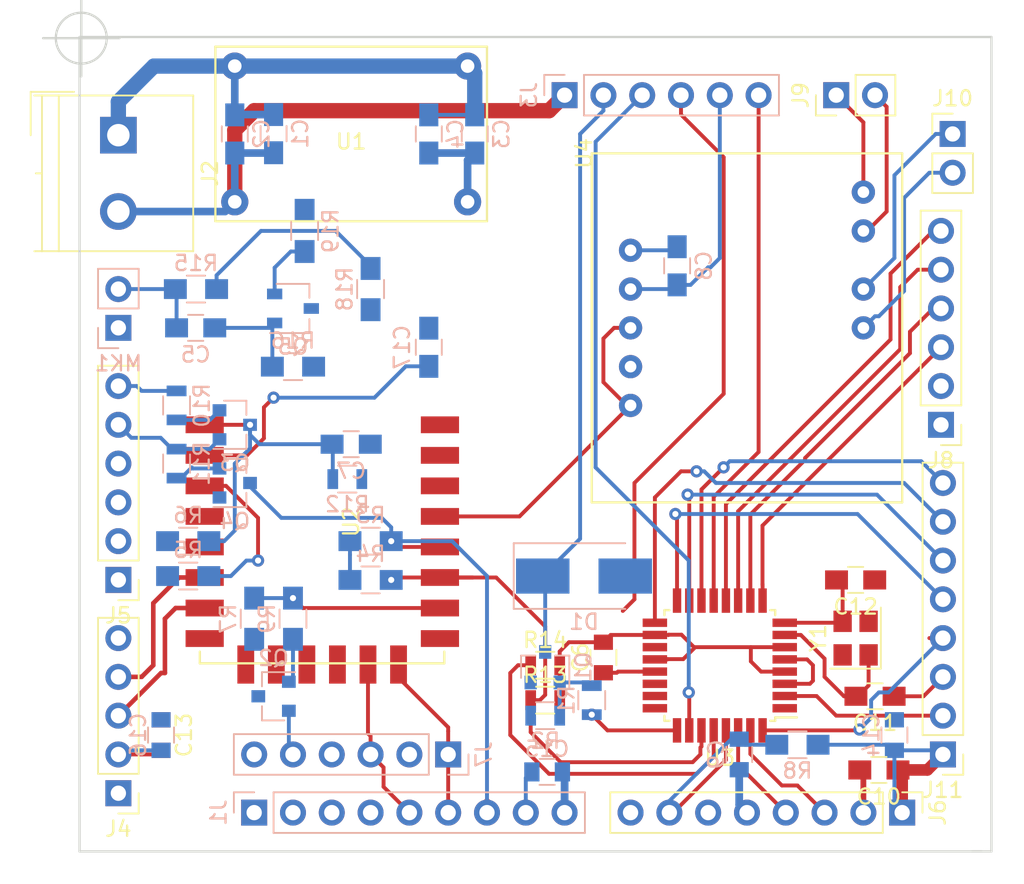
<source format=kicad_pcb>
(kicad_pcb (version 20171130) (host pcbnew "(5.0.0-rc2-109-g0e3be5776-dirty)-sonnt")

  (general
    (thickness 1.6)
    (drawings 6)
    (tracks 353)
    (zones 0)
    (modules 58)
    (nets 60)
  )

  (page A4)
  (layers
    (0 F.Cu signal)
    (31 B.Cu signal)
    (32 B.Adhes user)
    (33 F.Adhes user)
    (34 B.Paste user)
    (35 F.Paste user)
    (36 B.SilkS user)
    (37 F.SilkS user)
    (38 B.Mask user)
    (39 F.Mask user)
    (40 Dwgs.User user)
    (41 Cmts.User user)
    (42 Eco1.User user)
    (43 Eco2.User user)
    (44 Edge.Cuts user)
    (45 Margin user)
    (46 B.CrtYd user)
    (47 F.CrtYd user)
    (48 B.Fab user)
    (49 F.Fab user)
  )

  (setup
    (last_trace_width 0.254)
    (trace_clearance 0.381)
    (zone_clearance 0.508)
    (zone_45_only no)
    (trace_min 0.2)
    (segment_width 0.2)
    (edge_width 0.15)
    (via_size 0.8)
    (via_drill 0.4)
    (via_min_size 0.4)
    (via_min_drill 0.3)
    (uvia_size 0.3)
    (uvia_drill 0.1)
    (uvias_allowed no)
    (uvia_min_size 0.2)
    (uvia_min_drill 0.1)
    (pcb_text_width 0.3)
    (pcb_text_size 1.5 1.5)
    (mod_edge_width 0.15)
    (mod_text_size 1 1)
    (mod_text_width 0.15)
    (pad_size 1.524 1.524)
    (pad_drill 0.762)
    (pad_to_mask_clearance 0.2)
    (aux_axis_origin 0 0)
    (visible_elements FFFFFF7F)
    (pcbplotparams
      (layerselection 0x010fc_ffffffff)
      (usegerberextensions false)
      (usegerberattributes false)
      (usegerberadvancedattributes false)
      (creategerberjobfile false)
      (excludeedgelayer true)
      (linewidth 0.100000)
      (plotframeref false)
      (viasonmask false)
      (mode 1)
      (useauxorigin false)
      (hpglpennumber 1)
      (hpglpenspeed 20)
      (hpglpendiameter 15.000000)
      (psnegative false)
      (psa4output false)
      (plotreference true)
      (plotvalue true)
      (plotinvisibletext false)
      (padsonsilk false)
      (subtractmaskfromsilk false)
      (outputformat 1)
      (mirror false)
      (drillshape 1)
      (scaleselection 1)
      (outputdirectory ""))
  )

  (net 0 "")
  (net 1 GND)
  (net 2 +12V)
  (net 3 +3V3)
  (net 4 /Sheet5B6C3003/RESET)
  (net 5 "Net-(C9-Pad2)")
  (net 6 "Net-(C11-Pad2)")
  (net 7 "Net-(C12-Pad2)")
  (net 8 /Sheet5B6162EB/lock)
  (net 9 /Sheet5B616227/MISO)
  (net 10 /Sheet5B616227/DC)
  (net 11 /Sheet5B616227/MOSI)
  (net 12 /Sheet5B616227/CLK)
  (net 13 /Sheet5B6162EB/NO)
  (net 14 /Sheet5B6C3003/PC3)
  (net 15 /Sheet5B6C14E0/TXD)
  (net 16 /Sheet5B6C14E0/RXD)
  (net 17 /Sheet5B6C14E0/RTS)
  (net 18 /Sheet5B6C14E0/DTR)
  (net 19 /Sheet5B6C3003/TXD_AT)
  (net 20 /Sheet5B6C3003/RXD_AT)
  (net 21 /Sheet5B6C14E0/GPIO16)
  (net 22 /Sheet5B6C14E0/GPIO13)
  (net 23 /Sheet5B6C14E0/GPIO12)
  (net 24 /Sheet5B71ECCF/IRQ)
  (net 25 /Sheet5B6C3003/MISO)
  (net 26 /Sheet5B6C3003/MOSI)
  (net 27 /Sheet5B6C3003/SCK)
  (net 28 /Sheet5B6C3003/PB2)
  (net 29 "Net-(Q1-Pad1)")
  (net 30 "Net-(Q2-Pad1)")
  (net 31 "Net-(Q3-Pad2)")
  (net 32 /Sheet5B6C3003/PC2)
  (net 33 /Sheet5B6C3003/SDA)
  (net 34 /Sheet5B6C14E0/CH_PD)
  (net 35 /Sheet5B616227/BLK)
  (net 36 /Sheet5B6C3003/SCL)
  (net 37 /Sheet5B6C3003/PD4)
  (net 38 /Sheet5B6C3003/PD5)
  (net 39 /Sheet5B6C3003/PD6)
  (net 40 /Sheet5B6C3003/PC1)
  (net 41 /Sheet5B6C14E0/RST_ESP)
  (net 42 /Sheet5B6C14E0/GPIO10)
  (net 43 "Net-(Q4-Pad2)")
  (net 44 "Net-(C5-Pad2)")
  (net 45 "Net-(C5-Pad1)")
  (net 46 "Net-(C17-Pad1)")
  (net 47 /ADC/ADC)
  (net 48 "Net-(J1-Pad2)")
  (net 49 /Sheet5B616227/CS_LCD)
  (net 50 /Sheet5B6162EB/IO0)
  (net 51 /Sheet5B616227/CS_SD)
  (net 52 "Net-(Q5-Pad2)")
  (net 53 /Sheet5B6C3003/PD7)
  (net 54 /Sheet5B6C3003/PB0)
  (net 55 "Net-(J9-Pad1)")
  (net 56 "Net-(J9-Pad2)")
  (net 57 "Net-(J10-Pad2)")
  (net 58 "Net-(J10-Pad1)")
  (net 59 /Sheet5B6C14E0/GPIO4)

  (net_class Default "This is the default net class."
    (clearance 0.381)
    (trace_width 0.254)
    (via_dia 0.8)
    (via_drill 0.4)
    (uvia_dia 0.3)
    (uvia_drill 0.1)
    (add_net +12V)
    (add_net +3V3)
    (add_net /ADC/ADC)
    (add_net /Sheet5B616227/BLK)
    (add_net /Sheet5B616227/CLK)
    (add_net /Sheet5B616227/CS_LCD)
    (add_net /Sheet5B616227/CS_SD)
    (add_net /Sheet5B616227/DC)
    (add_net /Sheet5B616227/MISO)
    (add_net /Sheet5B616227/MOSI)
    (add_net /Sheet5B6162EB/IO0)
    (add_net /Sheet5B6162EB/NO)
    (add_net /Sheet5B6162EB/lock)
    (add_net /Sheet5B6C14E0/CH_PD)
    (add_net /Sheet5B6C14E0/DTR)
    (add_net /Sheet5B6C14E0/GPIO10)
    (add_net /Sheet5B6C14E0/GPIO12)
    (add_net /Sheet5B6C14E0/GPIO13)
    (add_net /Sheet5B6C14E0/GPIO16)
    (add_net /Sheet5B6C14E0/GPIO4)
    (add_net /Sheet5B6C14E0/RST_ESP)
    (add_net /Sheet5B6C14E0/RTS)
    (add_net /Sheet5B6C14E0/RXD)
    (add_net /Sheet5B6C14E0/TXD)
    (add_net /Sheet5B6C3003/MISO)
    (add_net /Sheet5B6C3003/MOSI)
    (add_net /Sheet5B6C3003/PB0)
    (add_net /Sheet5B6C3003/PB2)
    (add_net /Sheet5B6C3003/PC1)
    (add_net /Sheet5B6C3003/PC2)
    (add_net /Sheet5B6C3003/PC3)
    (add_net /Sheet5B6C3003/PD4)
    (add_net /Sheet5B6C3003/PD5)
    (add_net /Sheet5B6C3003/PD6)
    (add_net /Sheet5B6C3003/PD7)
    (add_net /Sheet5B6C3003/RESET)
    (add_net /Sheet5B6C3003/RXD_AT)
    (add_net /Sheet5B6C3003/SCK)
    (add_net /Sheet5B6C3003/SCL)
    (add_net /Sheet5B6C3003/SDA)
    (add_net /Sheet5B6C3003/TXD_AT)
    (add_net /Sheet5B71ECCF/IRQ)
    (add_net GND)
    (add_net "Net-(C11-Pad2)")
    (add_net "Net-(C12-Pad2)")
    (add_net "Net-(C17-Pad1)")
    (add_net "Net-(C5-Pad1)")
    (add_net "Net-(C5-Pad2)")
    (add_net "Net-(C9-Pad2)")
    (add_net "Net-(J1-Pad2)")
    (add_net "Net-(J10-Pad1)")
    (add_net "Net-(J10-Pad2)")
    (add_net "Net-(J9-Pad1)")
    (add_net "Net-(J9-Pad2)")
    (add_net "Net-(Q1-Pad1)")
    (add_net "Net-(Q2-Pad1)")
    (add_net "Net-(Q3-Pad2)")
    (add_net "Net-(Q4-Pad2)")
    (add_net "Net-(Q5-Pad2)")
  )

  (net_class +12V ""
    (clearance 0.5)
    (trace_width 2)
    (via_dia 0.8)
    (via_drill 0.4)
    (uvia_dia 0.3)
    (uvia_drill 0.1)
  )

  (module Resistors_SMD:R_0805_HandSoldering (layer B.Cu) (tedit 58E0A804) (tstamp 5BA51636)
    (at 79.502 113.03 90)
    (descr "Resistor SMD 0805, hand soldering")
    (tags "resistor 0805")
    (path /5B9F7E36/5BA1E674)
    (attr smd)
    (fp_text reference R19 (at 0 1.7 90) (layer B.SilkS)
      (effects (font (size 1 1) (thickness 0.15)) (justify mirror))
    )
    (fp_text value 100R (at 0 -1.75 90) (layer B.Fab)
      (effects (font (size 1 1) (thickness 0.15)) (justify mirror))
    )
    (fp_text user %R (at 0 0 90) (layer B.Fab)
      (effects (font (size 0.5 0.5) (thickness 0.075)) (justify mirror))
    )
    (fp_line (start -1 -0.62) (end -1 0.62) (layer B.Fab) (width 0.1))
    (fp_line (start 1 -0.62) (end -1 -0.62) (layer B.Fab) (width 0.1))
    (fp_line (start 1 0.62) (end 1 -0.62) (layer B.Fab) (width 0.1))
    (fp_line (start -1 0.62) (end 1 0.62) (layer B.Fab) (width 0.1))
    (fp_line (start 0.6 -0.88) (end -0.6 -0.88) (layer B.SilkS) (width 0.12))
    (fp_line (start -0.6 0.88) (end 0.6 0.88) (layer B.SilkS) (width 0.12))
    (fp_line (start -2.35 0.9) (end 2.35 0.9) (layer B.CrtYd) (width 0.05))
    (fp_line (start -2.35 0.9) (end -2.35 -0.9) (layer B.CrtYd) (width 0.05))
    (fp_line (start 2.35 -0.9) (end 2.35 0.9) (layer B.CrtYd) (width 0.05))
    (fp_line (start 2.35 -0.9) (end -2.35 -0.9) (layer B.CrtYd) (width 0.05))
    (pad 1 smd rect (at -1.35 0 90) (size 1.5 1.3) (layers B.Cu B.Paste B.Mask)
      (net 52 "Net-(Q5-Pad2)"))
    (pad 2 smd rect (at 1.35 0 90) (size 1.5 1.3) (layers B.Cu B.Paste B.Mask)
      (net 1 GND))
    (model ${KISYS3DMOD}/Resistors_SMD.3dshapes/R_0805.wrl
      (at (xyz 0 0 0))
      (scale (xyz 1 1 1))
      (rotate (xyz 0 0 0))
    )
  )

  (module Pin_Headers:Pin_Header_Straight_1x06_Pitch2.54mm (layer F.Cu) (tedit 59650532) (tstamp 5B79B985)
    (at 67.31 135.89 180)
    (descr "Through hole straight pin header, 1x06, 2.54mm pitch, single row")
    (tags "Through hole pin header THT 1x06 2.54mm single row")
    (path /5B6C14E1/5B755821)
    (fp_text reference J5 (at 0 -2.33 180) (layer F.SilkS)
      (effects (font (size 1 1) (thickness 0.15)))
    )
    (fp_text value Conn_01x06 (at 0 15.03 180) (layer F.Fab)
      (effects (font (size 1 1) (thickness 0.15)))
    )
    (fp_line (start -0.635 -1.27) (end 1.27 -1.27) (layer F.Fab) (width 0.1))
    (fp_line (start 1.27 -1.27) (end 1.27 13.97) (layer F.Fab) (width 0.1))
    (fp_line (start 1.27 13.97) (end -1.27 13.97) (layer F.Fab) (width 0.1))
    (fp_line (start -1.27 13.97) (end -1.27 -0.635) (layer F.Fab) (width 0.1))
    (fp_line (start -1.27 -0.635) (end -0.635 -1.27) (layer F.Fab) (width 0.1))
    (fp_line (start -1.33 14.03) (end 1.33 14.03) (layer F.SilkS) (width 0.12))
    (fp_line (start -1.33 1.27) (end -1.33 14.03) (layer F.SilkS) (width 0.12))
    (fp_line (start 1.33 1.27) (end 1.33 14.03) (layer F.SilkS) (width 0.12))
    (fp_line (start -1.33 1.27) (end 1.33 1.27) (layer F.SilkS) (width 0.12))
    (fp_line (start -1.33 0) (end -1.33 -1.33) (layer F.SilkS) (width 0.12))
    (fp_line (start -1.33 -1.33) (end 0 -1.33) (layer F.SilkS) (width 0.12))
    (fp_line (start -1.8 -1.8) (end -1.8 14.5) (layer F.CrtYd) (width 0.05))
    (fp_line (start -1.8 14.5) (end 1.8 14.5) (layer F.CrtYd) (width 0.05))
    (fp_line (start 1.8 14.5) (end 1.8 -1.8) (layer F.CrtYd) (width 0.05))
    (fp_line (start 1.8 -1.8) (end -1.8 -1.8) (layer F.CrtYd) (width 0.05))
    (fp_text user %R (at 0 6.35 270) (layer F.Fab)
      (effects (font (size 1 1) (thickness 0.15)))
    )
    (pad 1 thru_hole rect (at 0 0 180) (size 1.7 1.7) (drill 1) (layers *.Cu *.Mask)
      (net 3 +3V3))
    (pad 2 thru_hole oval (at 0 2.54 180) (size 1.7 1.7) (drill 1) (layers *.Cu *.Mask)
      (net 1 GND))
    (pad 3 thru_hole oval (at 0 5.08 180) (size 1.7 1.7) (drill 1) (layers *.Cu *.Mask)
      (net 15 /Sheet5B6C14E0/TXD))
    (pad 4 thru_hole oval (at 0 7.62 180) (size 1.7 1.7) (drill 1) (layers *.Cu *.Mask)
      (net 16 /Sheet5B6C14E0/RXD))
    (pad 5 thru_hole oval (at 0 10.16 180) (size 1.7 1.7) (drill 1) (layers *.Cu *.Mask)
      (net 17 /Sheet5B6C14E0/RTS))
    (pad 6 thru_hole oval (at 0 12.7 180) (size 1.7 1.7) (drill 1) (layers *.Cu *.Mask)
      (net 18 /Sheet5B6C14E0/DTR))
    (model ${KISYS3DMOD}/Pin_Headers.3dshapes/Pin_Header_Straight_1x06_Pitch2.54mm.wrl
      (at (xyz 0 0 0))
      (scale (xyz 1 1 1))
      (rotate (xyz 0 0 0))
    )
  )

  (module Housings_QFP:TQFP-32_7x7mm_Pitch0.8mm (layer F.Cu) (tedit 58CC9A48) (tstamp 5B79BB86)
    (at 106.68 141.494 180)
    (descr "32-Lead Plastic Thin Quad Flatpack (PT) - 7x7x1.0 mm Body, 2.00 mm [TQFP] (see Microchip Packaging Specification 00000049BS.pdf)")
    (tags "QFP 0.8")
    (path /5B6C3004/5B6CC01A)
    (attr smd)
    (fp_text reference U3 (at 0 -6.05 180) (layer F.SilkS)
      (effects (font (size 1 1) (thickness 0.15)))
    )
    (fp_text value ATMEGA328P-AU (at 0 6.05 180) (layer F.Fab)
      (effects (font (size 1 1) (thickness 0.15)))
    )
    (fp_text user %R (at 0 0 180) (layer F.Fab)
      (effects (font (size 1 1) (thickness 0.15)))
    )
    (fp_line (start -2.5 -3.5) (end 3.5 -3.5) (layer F.Fab) (width 0.15))
    (fp_line (start 3.5 -3.5) (end 3.5 3.5) (layer F.Fab) (width 0.15))
    (fp_line (start 3.5 3.5) (end -3.5 3.5) (layer F.Fab) (width 0.15))
    (fp_line (start -3.5 3.5) (end -3.5 -2.5) (layer F.Fab) (width 0.15))
    (fp_line (start -3.5 -2.5) (end -2.5 -3.5) (layer F.Fab) (width 0.15))
    (fp_line (start -5.3 -5.3) (end -5.3 5.3) (layer F.CrtYd) (width 0.05))
    (fp_line (start 5.3 -5.3) (end 5.3 5.3) (layer F.CrtYd) (width 0.05))
    (fp_line (start -5.3 -5.3) (end 5.3 -5.3) (layer F.CrtYd) (width 0.05))
    (fp_line (start -5.3 5.3) (end 5.3 5.3) (layer F.CrtYd) (width 0.05))
    (fp_line (start -3.625 -3.625) (end -3.625 -3.4) (layer F.SilkS) (width 0.15))
    (fp_line (start 3.625 -3.625) (end 3.625 -3.3) (layer F.SilkS) (width 0.15))
    (fp_line (start 3.625 3.625) (end 3.625 3.3) (layer F.SilkS) (width 0.15))
    (fp_line (start -3.625 3.625) (end -3.625 3.3) (layer F.SilkS) (width 0.15))
    (fp_line (start -3.625 -3.625) (end -3.3 -3.625) (layer F.SilkS) (width 0.15))
    (fp_line (start -3.625 3.625) (end -3.3 3.625) (layer F.SilkS) (width 0.15))
    (fp_line (start 3.625 3.625) (end 3.3 3.625) (layer F.SilkS) (width 0.15))
    (fp_line (start 3.625 -3.625) (end 3.3 -3.625) (layer F.SilkS) (width 0.15))
    (fp_line (start -3.625 -3.4) (end -5.05 -3.4) (layer F.SilkS) (width 0.15))
    (pad 1 smd rect (at -4.25 -2.8 180) (size 1.6 0.55) (layers F.Cu F.Paste F.Mask)
      (net 21 /Sheet5B6C14E0/GPIO16))
    (pad 2 smd rect (at -4.25 -2 180) (size 1.6 0.55) (layers F.Cu F.Paste F.Mask)
      (net 37 /Sheet5B6C3003/PD4))
    (pad 3 smd rect (at -4.25 -1.2 180) (size 1.6 0.55) (layers F.Cu F.Paste F.Mask)
      (net 1 GND))
    (pad 4 smd rect (at -4.25 -0.4 180) (size 1.6 0.55) (layers F.Cu F.Paste F.Mask)
      (net 3 +3V3))
    (pad 5 smd rect (at -4.25 0.4 180) (size 1.6 0.55) (layers F.Cu F.Paste F.Mask)
      (net 1 GND))
    (pad 6 smd rect (at -4.25 1.2 180) (size 1.6 0.55) (layers F.Cu F.Paste F.Mask)
      (net 3 +3V3))
    (pad 7 smd rect (at -4.25 2 180) (size 1.6 0.55) (layers F.Cu F.Paste F.Mask)
      (net 6 "Net-(C11-Pad2)"))
    (pad 8 smd rect (at -4.25 2.8 180) (size 1.6 0.55) (layers F.Cu F.Paste F.Mask)
      (net 7 "Net-(C12-Pad2)"))
    (pad 9 smd rect (at -2.8 4.25 270) (size 1.6 0.55) (layers F.Cu F.Paste F.Mask)
      (net 38 /Sheet5B6C3003/PD5))
    (pad 10 smd rect (at -2 4.25 270) (size 1.6 0.55) (layers F.Cu F.Paste F.Mask)
      (net 39 /Sheet5B6C3003/PD6))
    (pad 11 smd rect (at -1.2 4.25 270) (size 1.6 0.55) (layers F.Cu F.Paste F.Mask)
      (net 53 /Sheet5B6C3003/PD7))
    (pad 12 smd rect (at -0.4 4.25 270) (size 1.6 0.55) (layers F.Cu F.Paste F.Mask)
      (net 54 /Sheet5B6C3003/PB0))
    (pad 13 smd rect (at 0.4 4.25 270) (size 1.6 0.55) (layers F.Cu F.Paste F.Mask)
      (net 50 /Sheet5B6162EB/IO0))
    (pad 14 smd rect (at 1.2 4.25 270) (size 1.6 0.55) (layers F.Cu F.Paste F.Mask)
      (net 28 /Sheet5B6C3003/PB2))
    (pad 15 smd rect (at 2 4.25 270) (size 1.6 0.55) (layers F.Cu F.Paste F.Mask)
      (net 26 /Sheet5B6C3003/MOSI))
    (pad 16 smd rect (at 2.8 4.25 270) (size 1.6 0.55) (layers F.Cu F.Paste F.Mask)
      (net 25 /Sheet5B6C3003/MISO))
    (pad 17 smd rect (at 4.25 2.8 180) (size 1.6 0.55) (layers F.Cu F.Paste F.Mask)
      (net 27 /Sheet5B6C3003/SCK))
    (pad 18 smd rect (at 4.25 2 180) (size 1.6 0.55) (layers F.Cu F.Paste F.Mask)
      (net 3 +3V3))
    (pad 19 smd rect (at 4.25 1.2 180) (size 1.6 0.55) (layers F.Cu F.Paste F.Mask))
    (pad 20 smd rect (at 4.25 0.4 180) (size 1.6 0.55) (layers F.Cu F.Paste F.Mask)
      (net 3 +3V3))
    (pad 21 smd rect (at 4.25 -0.4 180) (size 1.6 0.55) (layers F.Cu F.Paste F.Mask)
      (net 1 GND))
    (pad 22 smd rect (at 4.25 -1.2 180) (size 1.6 0.55) (layers F.Cu F.Paste F.Mask))
    (pad 23 smd rect (at 4.25 -2 180) (size 1.6 0.55) (layers F.Cu F.Paste F.Mask)
      (net 13 /Sheet5B6162EB/NO))
    (pad 24 smd rect (at 4.25 -2.8 180) (size 1.6 0.55) (layers F.Cu F.Paste F.Mask)
      (net 40 /Sheet5B6C3003/PC1))
    (pad 25 smd rect (at 2.8 -4.25 270) (size 1.6 0.55) (layers F.Cu F.Paste F.Mask)
      (net 32 /Sheet5B6C3003/PC2))
    (pad 26 smd rect (at 2 -4.25 270) (size 1.6 0.55) (layers F.Cu F.Paste F.Mask)
      (net 14 /Sheet5B6C3003/PC3))
    (pad 27 smd rect (at 1.2 -4.25 270) (size 1.6 0.55) (layers F.Cu F.Paste F.Mask)
      (net 33 /Sheet5B6C3003/SDA))
    (pad 28 smd rect (at 0.4 -4.25 270) (size 1.6 0.55) (layers F.Cu F.Paste F.Mask)
      (net 36 /Sheet5B6C3003/SCL))
    (pad 29 smd rect (at -0.4 -4.25 270) (size 1.6 0.55) (layers F.Cu F.Paste F.Mask)
      (net 4 /Sheet5B6C3003/RESET))
    (pad 30 smd rect (at -1.2 -4.25 270) (size 1.6 0.55) (layers F.Cu F.Paste F.Mask)
      (net 20 /Sheet5B6C3003/RXD_AT))
    (pad 31 smd rect (at -2 -4.25 270) (size 1.6 0.55) (layers F.Cu F.Paste F.Mask)
      (net 19 /Sheet5B6C3003/TXD_AT))
    (pad 32 smd rect (at -2.8 -4.25 270) (size 1.6 0.55) (layers F.Cu F.Paste F.Mask)
      (net 24 /Sheet5B71ECCF/IRQ))
    (model ${KISYS3DMOD}/Housings_QFP.3dshapes/TQFP-32_7x7mm_Pitch0.8mm.wrl
      (at (xyz 0 0 0))
      (scale (xyz 1 1 1))
      (rotate (xyz 0 0 0))
    )
  )

  (module Pin_Headers:Pin_Header_Straight_1x09_Pitch2.54mm (layer B.Cu) (tedit 59650532) (tstamp 5BA514DF)
    (at 76.2 151.13 270)
    (descr "Through hole straight pin header, 1x09, 2.54mm pitch, single row")
    (tags "Through hole pin header THT 1x09 2.54mm single row")
    (path /5B616228/5B7AC080)
    (fp_text reference J1 (at 0 2.33 270) (layer B.SilkS)
      (effects (font (size 1 1) (thickness 0.15)) (justify mirror))
    )
    (fp_text value lcd (at 0 -22.65 270) (layer B.Fab)
      (effects (font (size 1 1) (thickness 0.15)) (justify mirror))
    )
    (fp_line (start -0.635 1.27) (end 1.27 1.27) (layer B.Fab) (width 0.1))
    (fp_line (start 1.27 1.27) (end 1.27 -21.59) (layer B.Fab) (width 0.1))
    (fp_line (start 1.27 -21.59) (end -1.27 -21.59) (layer B.Fab) (width 0.1))
    (fp_line (start -1.27 -21.59) (end -1.27 0.635) (layer B.Fab) (width 0.1))
    (fp_line (start -1.27 0.635) (end -0.635 1.27) (layer B.Fab) (width 0.1))
    (fp_line (start -1.33 -21.65) (end 1.33 -21.65) (layer B.SilkS) (width 0.12))
    (fp_line (start -1.33 -1.27) (end -1.33 -21.65) (layer B.SilkS) (width 0.12))
    (fp_line (start 1.33 -1.27) (end 1.33 -21.65) (layer B.SilkS) (width 0.12))
    (fp_line (start -1.33 -1.27) (end 1.33 -1.27) (layer B.SilkS) (width 0.12))
    (fp_line (start -1.33 0) (end -1.33 1.33) (layer B.SilkS) (width 0.12))
    (fp_line (start -1.33 1.33) (end 0 1.33) (layer B.SilkS) (width 0.12))
    (fp_line (start -1.8 1.8) (end -1.8 -22.1) (layer B.CrtYd) (width 0.05))
    (fp_line (start -1.8 -22.1) (end 1.8 -22.1) (layer B.CrtYd) (width 0.05))
    (fp_line (start 1.8 -22.1) (end 1.8 1.8) (layer B.CrtYd) (width 0.05))
    (fp_line (start 1.8 1.8) (end -1.8 1.8) (layer B.CrtYd) (width 0.05))
    (fp_text user %R (at 0 -10.16 180) (layer B.Fab)
      (effects (font (size 1 1) (thickness 0.15)) (justify mirror))
    )
    (pad 1 thru_hole rect (at 0 0 270) (size 1.7 1.7) (drill 1) (layers *.Cu *.Mask)
      (net 9 /Sheet5B616227/MISO))
    (pad 2 thru_hole oval (at 0 -2.54 270) (size 1.7 1.7) (drill 1) (layers *.Cu *.Mask)
      (net 48 "Net-(J1-Pad2)"))
    (pad 3 thru_hole oval (at 0 -5.08 270) (size 1.7 1.7) (drill 1) (layers *.Cu *.Mask)
      (net 10 /Sheet5B616227/DC))
    (pad 4 thru_hole oval (at 0 -7.62 270) (size 1.7 1.7) (drill 1) (layers *.Cu *.Mask)
      (net 42 /Sheet5B6C14E0/GPIO10))
    (pad 5 thru_hole oval (at 0 -10.16 270) (size 1.7 1.7) (drill 1) (layers *.Cu *.Mask)
      (net 11 /Sheet5B616227/MOSI))
    (pad 6 thru_hole oval (at 0 -12.7 270) (size 1.7 1.7) (drill 1) (layers *.Cu *.Mask)
      (net 12 /Sheet5B616227/CLK))
    (pad 7 thru_hole oval (at 0 -15.24 270) (size 1.7 1.7) (drill 1) (layers *.Cu *.Mask)
      (net 49 /Sheet5B616227/CS_LCD))
    (pad 8 thru_hole oval (at 0 -17.78 270) (size 1.7 1.7) (drill 1) (layers *.Cu *.Mask)
      (net 3 +3V3))
    (pad 9 thru_hole oval (at 0 -20.32 270) (size 1.7 1.7) (drill 1) (layers *.Cu *.Mask)
      (net 1 GND))
    (model ${KISYS3DMOD}/Pin_Headers.3dshapes/Pin_Header_Straight_1x09_Pitch2.54mm.wrl
      (at (xyz 0 0 0))
      (scale (xyz 1 1 1))
      (rotate (xyz 0 0 0))
    )
  )

  (module Capacitors_SMD:C_0805_HandSoldering (layer B.Cu) (tedit 58AA84A8) (tstamp 5B79B858)
    (at 74.93 106.68 90)
    (descr "Capacitor SMD 0805, hand soldering")
    (tags "capacitor 0805")
    (path /5B6162EC/5B63429C)
    (attr smd)
    (fp_text reference C2 (at 0 1.75 90) (layer B.SilkS)
      (effects (font (size 1 1) (thickness 0.15)) (justify mirror))
    )
    (fp_text value 104 (at 0 -1.75 90) (layer B.Fab)
      (effects (font (size 1 1) (thickness 0.15)) (justify mirror))
    )
    (fp_text user %R (at 0 1.75 90) (layer B.Fab)
      (effects (font (size 1 1) (thickness 0.15)) (justify mirror))
    )
    (fp_line (start -1 -0.62) (end -1 0.62) (layer B.Fab) (width 0.1))
    (fp_line (start 1 -0.62) (end -1 -0.62) (layer B.Fab) (width 0.1))
    (fp_line (start 1 0.62) (end 1 -0.62) (layer B.Fab) (width 0.1))
    (fp_line (start -1 0.62) (end 1 0.62) (layer B.Fab) (width 0.1))
    (fp_line (start 0.5 0.85) (end -0.5 0.85) (layer B.SilkS) (width 0.12))
    (fp_line (start -0.5 -0.85) (end 0.5 -0.85) (layer B.SilkS) (width 0.12))
    (fp_line (start -2.25 0.88) (end 2.25 0.88) (layer B.CrtYd) (width 0.05))
    (fp_line (start -2.25 0.88) (end -2.25 -0.87) (layer B.CrtYd) (width 0.05))
    (fp_line (start 2.25 -0.87) (end 2.25 0.88) (layer B.CrtYd) (width 0.05))
    (fp_line (start 2.25 -0.87) (end -2.25 -0.87) (layer B.CrtYd) (width 0.05))
    (pad 1 smd rect (at -1.25 0 90) (size 1.5 1.25) (layers B.Cu B.Paste B.Mask)
      (net 2 +12V))
    (pad 2 smd rect (at 1.25 0 90) (size 1.5 1.25) (layers B.Cu B.Paste B.Mask)
      (net 1 GND))
    (model Capacitors_SMD.3dshapes/C_0805.wrl
      (at (xyz 0 0 0))
      (scale (xyz 1 1 1))
      (rotate (xyz 0 0 0))
    )
  )

  (module Capacitors_SMD:C_0805_HandSoldering (layer B.Cu) (tedit 58AA84A8) (tstamp 5B79B885)
    (at 87.63 106.68 90)
    (descr "Capacitor SMD 0805, hand soldering")
    (tags "capacitor 0805")
    (path /5B6162EC/5B6349A5)
    (attr smd)
    (fp_text reference C4 (at 0 1.75 90) (layer B.SilkS)
      (effects (font (size 1 1) (thickness 0.15)) (justify mirror))
    )
    (fp_text value 104 (at 0 -1.75 90) (layer B.Fab)
      (effects (font (size 1 1) (thickness 0.15)) (justify mirror))
    )
    (fp_line (start 2.25 -0.87) (end -2.25 -0.87) (layer B.CrtYd) (width 0.05))
    (fp_line (start 2.25 -0.87) (end 2.25 0.88) (layer B.CrtYd) (width 0.05))
    (fp_line (start -2.25 0.88) (end -2.25 -0.87) (layer B.CrtYd) (width 0.05))
    (fp_line (start -2.25 0.88) (end 2.25 0.88) (layer B.CrtYd) (width 0.05))
    (fp_line (start -0.5 -0.85) (end 0.5 -0.85) (layer B.SilkS) (width 0.12))
    (fp_line (start 0.5 0.85) (end -0.5 0.85) (layer B.SilkS) (width 0.12))
    (fp_line (start -1 0.62) (end 1 0.62) (layer B.Fab) (width 0.1))
    (fp_line (start 1 0.62) (end 1 -0.62) (layer B.Fab) (width 0.1))
    (fp_line (start 1 -0.62) (end -1 -0.62) (layer B.Fab) (width 0.1))
    (fp_line (start -1 -0.62) (end -1 0.62) (layer B.Fab) (width 0.1))
    (fp_text user %R (at 0 1.75 90) (layer B.Fab)
      (effects (font (size 1 1) (thickness 0.15)) (justify mirror))
    )
    (pad 2 smd rect (at 1.25 0 90) (size 1.5 1.25) (layers B.Cu B.Paste B.Mask)
      (net 1 GND))
    (pad 1 smd rect (at -1.25 0 90) (size 1.5 1.25) (layers B.Cu B.Paste B.Mask)
      (net 3 +3V3))
    (model Capacitors_SMD.3dshapes/C_0805.wrl
      (at (xyz 0 0 0))
      (scale (xyz 1 1 1))
      (rotate (xyz 0 0 0))
    )
  )

  (module Capacitors_SMD:C_0805 (layer F.Cu) (tedit 58AA8463) (tstamp 5B79B8A7)
    (at 99.06 140.97 90)
    (descr "Capacitor SMD 0805, reflow soldering, AVX (see smccp.pdf)")
    (tags "capacitor 0805")
    (path /5B6C14E1/5B6C7440)
    (attr smd)
    (fp_text reference C6 (at 0 -1.5 90) (layer F.SilkS)
      (effects (font (size 1 1) (thickness 0.15)))
    )
    (fp_text value 104 (at 0 1.75 90) (layer F.Fab)
      (effects (font (size 1 1) (thickness 0.15)))
    )
    (fp_line (start 1.75 0.87) (end -1.75 0.87) (layer F.CrtYd) (width 0.05))
    (fp_line (start 1.75 0.87) (end 1.75 -0.88) (layer F.CrtYd) (width 0.05))
    (fp_line (start -1.75 -0.88) (end -1.75 0.87) (layer F.CrtYd) (width 0.05))
    (fp_line (start -1.75 -0.88) (end 1.75 -0.88) (layer F.CrtYd) (width 0.05))
    (fp_line (start -0.5 0.85) (end 0.5 0.85) (layer F.SilkS) (width 0.12))
    (fp_line (start 0.5 -0.85) (end -0.5 -0.85) (layer F.SilkS) (width 0.12))
    (fp_line (start -1 -0.62) (end 1 -0.62) (layer F.Fab) (width 0.1))
    (fp_line (start 1 -0.62) (end 1 0.62) (layer F.Fab) (width 0.1))
    (fp_line (start 1 0.62) (end -1 0.62) (layer F.Fab) (width 0.1))
    (fp_line (start -1 0.62) (end -1 -0.62) (layer F.Fab) (width 0.1))
    (fp_text user %R (at 0 -1.5 90) (layer F.Fab)
      (effects (font (size 1 1) (thickness 0.15)))
    )
    (pad 2 smd rect (at 1 0 90) (size 1 1.25) (layers F.Cu F.Paste F.Mask)
      (net 3 +3V3))
    (pad 1 smd rect (at -1 0 90) (size 1 1.25) (layers F.Cu F.Paste F.Mask)
      (net 1 GND))
    (model Capacitors_SMD.3dshapes/C_0805.wrl
      (at (xyz 0 0 0))
      (scale (xyz 1 1 1))
      (rotate (xyz 0 0 0))
    )
  )

  (module Capacitors_SMD:C_0805_HandSoldering (layer B.Cu) (tedit 58AA84A8) (tstamp 5B79B8B8)
    (at 82.55 127)
    (descr "Capacitor SMD 0805, hand soldering")
    (tags "capacitor 0805")
    (path /5B6C14E1/5B620CF1)
    (attr smd)
    (fp_text reference C7 (at 0 1.75) (layer B.SilkS)
      (effects (font (size 1 1) (thickness 0.15)) (justify mirror))
    )
    (fp_text value 103 (at 0 -1.75) (layer B.Fab)
      (effects (font (size 1 1) (thickness 0.15)) (justify mirror))
    )
    (fp_text user %R (at 0 1.75) (layer B.Fab)
      (effects (font (size 1 1) (thickness 0.15)) (justify mirror))
    )
    (fp_line (start -1 -0.62) (end -1 0.62) (layer B.Fab) (width 0.1))
    (fp_line (start 1 -0.62) (end -1 -0.62) (layer B.Fab) (width 0.1))
    (fp_line (start 1 0.62) (end 1 -0.62) (layer B.Fab) (width 0.1))
    (fp_line (start -1 0.62) (end 1 0.62) (layer B.Fab) (width 0.1))
    (fp_line (start 0.5 0.85) (end -0.5 0.85) (layer B.SilkS) (width 0.12))
    (fp_line (start -0.5 -0.85) (end 0.5 -0.85) (layer B.SilkS) (width 0.12))
    (fp_line (start -2.25 0.88) (end 2.25 0.88) (layer B.CrtYd) (width 0.05))
    (fp_line (start -2.25 0.88) (end -2.25 -0.87) (layer B.CrtYd) (width 0.05))
    (fp_line (start 2.25 -0.87) (end 2.25 0.88) (layer B.CrtYd) (width 0.05))
    (fp_line (start 2.25 -0.87) (end -2.25 -0.87) (layer B.CrtYd) (width 0.05))
    (pad 1 smd rect (at -1.25 0) (size 1.5 1.25) (layers B.Cu B.Paste B.Mask)
      (net 41 /Sheet5B6C14E0/RST_ESP))
    (pad 2 smd rect (at 1.25 0) (size 1.5 1.25) (layers B.Cu B.Paste B.Mask)
      (net 1 GND))
    (model Capacitors_SMD.3dshapes/C_0805.wrl
      (at (xyz 0 0 0))
      (scale (xyz 1 1 1))
      (rotate (xyz 0 0 0))
    )
  )

  (module Capacitors_SMD:C_0805_HandSoldering (layer B.Cu) (tedit 58AA84A8) (tstamp 5B79B8C9)
    (at 103.886 115.316 90)
    (descr "Capacitor SMD 0805, hand soldering")
    (tags "capacitor 0805")
    (path /5B6C14E1/5B618730)
    (attr smd)
    (fp_text reference C8 (at 0 1.75 90) (layer B.SilkS)
      (effects (font (size 1 1) (thickness 0.15)) (justify mirror))
    )
    (fp_text value 105 (at 0 -1.75 90) (layer B.Fab)
      (effects (font (size 1 1) (thickness 0.15)) (justify mirror))
    )
    (fp_text user %R (at 0 1.75 90) (layer B.Fab)
      (effects (font (size 1 1) (thickness 0.15)) (justify mirror))
    )
    (fp_line (start -1 -0.62) (end -1 0.62) (layer B.Fab) (width 0.1))
    (fp_line (start 1 -0.62) (end -1 -0.62) (layer B.Fab) (width 0.1))
    (fp_line (start 1 0.62) (end 1 -0.62) (layer B.Fab) (width 0.1))
    (fp_line (start -1 0.62) (end 1 0.62) (layer B.Fab) (width 0.1))
    (fp_line (start 0.5 0.85) (end -0.5 0.85) (layer B.SilkS) (width 0.12))
    (fp_line (start -0.5 -0.85) (end 0.5 -0.85) (layer B.SilkS) (width 0.12))
    (fp_line (start -2.25 0.88) (end 2.25 0.88) (layer B.CrtYd) (width 0.05))
    (fp_line (start -2.25 0.88) (end -2.25 -0.87) (layer B.CrtYd) (width 0.05))
    (fp_line (start 2.25 -0.87) (end 2.25 0.88) (layer B.CrtYd) (width 0.05))
    (fp_line (start 2.25 -0.87) (end -2.25 -0.87) (layer B.CrtYd) (width 0.05))
    (pad 1 smd rect (at -1.25 0 90) (size 1.5 1.25) (layers B.Cu B.Paste B.Mask)
      (net 3 +3V3))
    (pad 2 smd rect (at 1.25 0 90) (size 1.5 1.25) (layers B.Cu B.Paste B.Mask)
      (net 1 GND))
    (model Capacitors_SMD.3dshapes/C_0805.wrl
      (at (xyz 0 0 0))
      (scale (xyz 1 1 1))
      (rotate (xyz 0 0 0))
    )
  )

  (module Capacitors_SMD:C_0805 (layer B.Cu) (tedit 58AA8463) (tstamp 5B79B8DA)
    (at 107.95 147.32 270)
    (descr "Capacitor SMD 0805, reflow soldering, AVX (see smccp.pdf)")
    (tags "capacitor 0805")
    (path /5B6C3004/5B6DC171)
    (attr smd)
    (fp_text reference C9 (at 0 1.5 270) (layer B.SilkS)
      (effects (font (size 1 1) (thickness 0.15)) (justify mirror))
    )
    (fp_text value 104 (at 0 -1.75 270) (layer B.Fab)
      (effects (font (size 1 1) (thickness 0.15)) (justify mirror))
    )
    (fp_text user %R (at 0 1.5 270) (layer B.Fab)
      (effects (font (size 1 1) (thickness 0.15)) (justify mirror))
    )
    (fp_line (start -1 -0.62) (end -1 0.62) (layer B.Fab) (width 0.1))
    (fp_line (start 1 -0.62) (end -1 -0.62) (layer B.Fab) (width 0.1))
    (fp_line (start 1 0.62) (end 1 -0.62) (layer B.Fab) (width 0.1))
    (fp_line (start -1 0.62) (end 1 0.62) (layer B.Fab) (width 0.1))
    (fp_line (start 0.5 0.85) (end -0.5 0.85) (layer B.SilkS) (width 0.12))
    (fp_line (start -0.5 -0.85) (end 0.5 -0.85) (layer B.SilkS) (width 0.12))
    (fp_line (start -1.75 0.88) (end 1.75 0.88) (layer B.CrtYd) (width 0.05))
    (fp_line (start -1.75 0.88) (end -1.75 -0.87) (layer B.CrtYd) (width 0.05))
    (fp_line (start 1.75 -0.87) (end 1.75 0.88) (layer B.CrtYd) (width 0.05))
    (fp_line (start 1.75 -0.87) (end -1.75 -0.87) (layer B.CrtYd) (width 0.05))
    (pad 1 smd rect (at -1 0 270) (size 1 1.25) (layers B.Cu B.Paste B.Mask)
      (net 4 /Sheet5B6C3003/RESET))
    (pad 2 smd rect (at 1 0 270) (size 1 1.25) (layers B.Cu B.Paste B.Mask)
      (net 5 "Net-(C9-Pad2)"))
    (model Capacitors_SMD.3dshapes/C_0805.wrl
      (at (xyz 0 0 0))
      (scale (xyz 1 1 1))
      (rotate (xyz 0 0 0))
    )
  )

  (module Capacitors_SMD:C_0805_HandSoldering (layer F.Cu) (tedit 58AA84A8) (tstamp 5B79B8EB)
    (at 116.84 143.51 180)
    (descr "Capacitor SMD 0805, hand soldering")
    (tags "capacitor 0805")
    (path /5B6C3004/5B6CD364)
    (attr smd)
    (fp_text reference C11 (at 0 -1.75 180) (layer F.SilkS)
      (effects (font (size 1 1) (thickness 0.15)))
    )
    (fp_text value 20pF (at 0 1.75 180) (layer F.Fab)
      (effects (font (size 1 1) (thickness 0.15)))
    )
    (fp_line (start 2.25 0.87) (end -2.25 0.87) (layer F.CrtYd) (width 0.05))
    (fp_line (start 2.25 0.87) (end 2.25 -0.88) (layer F.CrtYd) (width 0.05))
    (fp_line (start -2.25 -0.88) (end -2.25 0.87) (layer F.CrtYd) (width 0.05))
    (fp_line (start -2.25 -0.88) (end 2.25 -0.88) (layer F.CrtYd) (width 0.05))
    (fp_line (start -0.5 0.85) (end 0.5 0.85) (layer F.SilkS) (width 0.12))
    (fp_line (start 0.5 -0.85) (end -0.5 -0.85) (layer F.SilkS) (width 0.12))
    (fp_line (start -1 -0.62) (end 1 -0.62) (layer F.Fab) (width 0.1))
    (fp_line (start 1 -0.62) (end 1 0.62) (layer F.Fab) (width 0.1))
    (fp_line (start 1 0.62) (end -1 0.62) (layer F.Fab) (width 0.1))
    (fp_line (start -1 0.62) (end -1 -0.62) (layer F.Fab) (width 0.1))
    (fp_text user %R (at 0 -1.75 180) (layer F.Fab)
      (effects (font (size 1 1) (thickness 0.15)))
    )
    (pad 2 smd rect (at 1.25 0 180) (size 1.5 1.25) (layers F.Cu F.Paste F.Mask)
      (net 6 "Net-(C11-Pad2)"))
    (pad 1 smd rect (at -1.25 0 180) (size 1.5 1.25) (layers F.Cu F.Paste F.Mask)
      (net 1 GND))
    (model Capacitors_SMD.3dshapes/C_0805.wrl
      (at (xyz 0 0 0))
      (scale (xyz 1 1 1))
      (rotate (xyz 0 0 0))
    )
  )

  (module Capacitors_SMD:C_0805_HandSoldering (layer F.Cu) (tedit 58AA84A8) (tstamp 5B79B8FC)
    (at 115.57 135.89 180)
    (descr "Capacitor SMD 0805, hand soldering")
    (tags "capacitor 0805")
    (path /5B6C3004/5B6CD756)
    (attr smd)
    (fp_text reference C12 (at 0 -1.75 180) (layer F.SilkS)
      (effects (font (size 1 1) (thickness 0.15)))
    )
    (fp_text value 20pF (at 0 1.75 180) (layer F.Fab)
      (effects (font (size 1 1) (thickness 0.15)))
    )
    (fp_text user %R (at 0 -1.75 180) (layer F.Fab)
      (effects (font (size 1 1) (thickness 0.15)))
    )
    (fp_line (start -1 0.62) (end -1 -0.62) (layer F.Fab) (width 0.1))
    (fp_line (start 1 0.62) (end -1 0.62) (layer F.Fab) (width 0.1))
    (fp_line (start 1 -0.62) (end 1 0.62) (layer F.Fab) (width 0.1))
    (fp_line (start -1 -0.62) (end 1 -0.62) (layer F.Fab) (width 0.1))
    (fp_line (start 0.5 -0.85) (end -0.5 -0.85) (layer F.SilkS) (width 0.12))
    (fp_line (start -0.5 0.85) (end 0.5 0.85) (layer F.SilkS) (width 0.12))
    (fp_line (start -2.25 -0.88) (end 2.25 -0.88) (layer F.CrtYd) (width 0.05))
    (fp_line (start -2.25 -0.88) (end -2.25 0.87) (layer F.CrtYd) (width 0.05))
    (fp_line (start 2.25 0.87) (end 2.25 -0.88) (layer F.CrtYd) (width 0.05))
    (fp_line (start 2.25 0.87) (end -2.25 0.87) (layer F.CrtYd) (width 0.05))
    (pad 1 smd rect (at -1.25 0 180) (size 1.5 1.25) (layers F.Cu F.Paste F.Mask)
      (net 1 GND))
    (pad 2 smd rect (at 1.25 0 180) (size 1.5 1.25) (layers F.Cu F.Paste F.Mask)
      (net 7 "Net-(C12-Pad2)"))
    (model Capacitors_SMD.3dshapes/C_0805.wrl
      (at (xyz 0 0 0))
      (scale (xyz 1 1 1))
      (rotate (xyz 0 0 0))
    )
  )

  (module Capacitors_SMD:C_0805 (layer F.Cu) (tedit 58AA8463) (tstamp 5B79B90D)
    (at 70.104 146.05 270)
    (descr "Capacitor SMD 0805, reflow soldering, AVX (see smccp.pdf)")
    (tags "capacitor 0805")
    (path /5B71E55D/5B6EF154)
    (attr smd)
    (fp_text reference C13 (at 0 -1.5 270) (layer F.SilkS)
      (effects (font (size 1 1) (thickness 0.15)))
    )
    (fp_text value 104 (at 0 1.75 270) (layer F.Fab)
      (effects (font (size 1 1) (thickness 0.15)))
    )
    (fp_text user %R (at 0 -1.5 270) (layer F.Fab)
      (effects (font (size 1 1) (thickness 0.15)))
    )
    (fp_line (start -1 0.62) (end -1 -0.62) (layer F.Fab) (width 0.1))
    (fp_line (start 1 0.62) (end -1 0.62) (layer F.Fab) (width 0.1))
    (fp_line (start 1 -0.62) (end 1 0.62) (layer F.Fab) (width 0.1))
    (fp_line (start -1 -0.62) (end 1 -0.62) (layer F.Fab) (width 0.1))
    (fp_line (start 0.5 -0.85) (end -0.5 -0.85) (layer F.SilkS) (width 0.12))
    (fp_line (start -0.5 0.85) (end 0.5 0.85) (layer F.SilkS) (width 0.12))
    (fp_line (start -1.75 -0.88) (end 1.75 -0.88) (layer F.CrtYd) (width 0.05))
    (fp_line (start -1.75 -0.88) (end -1.75 0.87) (layer F.CrtYd) (width 0.05))
    (fp_line (start 1.75 0.87) (end 1.75 -0.88) (layer F.CrtYd) (width 0.05))
    (fp_line (start 1.75 0.87) (end -1.75 0.87) (layer F.CrtYd) (width 0.05))
    (pad 1 smd rect (at -1 0 270) (size 1 1.25) (layers F.Cu F.Paste F.Mask)
      (net 1 GND))
    (pad 2 smd rect (at 1 0 270) (size 1 1.25) (layers F.Cu F.Paste F.Mask)
      (net 3 +3V3))
    (model Capacitors_SMD.3dshapes/C_0805.wrl
      (at (xyz 0 0 0))
      (scale (xyz 1 1 1))
      (rotate (xyz 0 0 0))
    )
  )

  (module Diodes_SMD:D_SMB_Handsoldering (layer B.Cu) (tedit 590B3D55) (tstamp 5B79B936)
    (at 97.79 135.636)
    (descr "Diode SMB (DO-214AA) Handsoldering")
    (tags "Diode SMB (DO-214AA) Handsoldering")
    (path /5B6162EC/5B631428)
    (attr smd)
    (fp_text reference D1 (at 0 3) (layer B.SilkS)
      (effects (font (size 1 1) (thickness 0.15)) (justify mirror))
    )
    (fp_text value D_Schottky (at 0 -3) (layer B.Fab)
      (effects (font (size 1 1) (thickness 0.15)) (justify mirror))
    )
    (fp_text user %R (at 0 3) (layer B.Fab)
      (effects (font (size 1 1) (thickness 0.15)) (justify mirror))
    )
    (fp_line (start -4.6 2.15) (end -4.6 -2.15) (layer B.SilkS) (width 0.12))
    (fp_line (start 2.3 -2) (end -2.3 -2) (layer B.Fab) (width 0.1))
    (fp_line (start -2.3 -2) (end -2.3 2) (layer B.Fab) (width 0.1))
    (fp_line (start 2.3 2) (end 2.3 -2) (layer B.Fab) (width 0.1))
    (fp_line (start 2.3 2) (end -2.3 2) (layer B.Fab) (width 0.1))
    (fp_line (start -4.7 2.25) (end 4.7 2.25) (layer B.CrtYd) (width 0.05))
    (fp_line (start 4.7 2.25) (end 4.7 -2.25) (layer B.CrtYd) (width 0.05))
    (fp_line (start 4.7 -2.25) (end -4.7 -2.25) (layer B.CrtYd) (width 0.05))
    (fp_line (start -4.7 -2.25) (end -4.7 2.25) (layer B.CrtYd) (width 0.05))
    (fp_line (start -0.64944 -0.00102) (end -1.55114 -0.00102) (layer B.Fab) (width 0.1))
    (fp_line (start 0.50118 -0.00102) (end 1.4994 -0.00102) (layer B.Fab) (width 0.1))
    (fp_line (start -0.64944 0.79908) (end -0.64944 -0.80112) (layer B.Fab) (width 0.1))
    (fp_line (start 0.50118 -0.75032) (end 0.50118 0.79908) (layer B.Fab) (width 0.1))
    (fp_line (start -0.64944 -0.00102) (end 0.50118 -0.75032) (layer B.Fab) (width 0.1))
    (fp_line (start -0.64944 -0.00102) (end 0.50118 0.79908) (layer B.Fab) (width 0.1))
    (fp_line (start -4.6 -2.15) (end 2.7 -2.15) (layer B.SilkS) (width 0.12))
    (fp_line (start -4.6 2.15) (end 2.7 2.15) (layer B.SilkS) (width 0.12))
    (pad 1 smd rect (at -2.7 0) (size 3.5 2.3) (layers B.Cu B.Paste B.Mask)
      (net 8 /Sheet5B6162EB/lock))
    (pad 2 smd rect (at 2.7 0) (size 3.5 2.3) (layers B.Cu B.Paste B.Mask)
      (net 1 GND))
    (model ${KISYS3DMOD}/Diodes_SMD.3dshapes/D_SMB.wrl
      (at (xyz 0 0 0))
      (scale (xyz 1 1 1))
      (rotate (xyz 0 0 0))
    )
  )

  (module Pin_Headers:Pin_Header_Straight_1x08_Pitch2.54mm (layer F.Cu) (tedit 59650532) (tstamp 5B79B9EC)
    (at 121.285 147.32 180)
    (descr "Through hole straight pin header, 1x08, 2.54mm pitch, single row")
    (tags "Through hole pin header THT 1x08 2.54mm single row")
    (path /5B71ECD0/5B71F223)
    (fp_text reference J11 (at 0 -2.33 180) (layer F.SilkS)
      (effects (font (size 1 1) (thickness 0.15)))
    )
    (fp_text value RFID_RC522 (at 0 20.11 180) (layer F.Fab)
      (effects (font (size 1 1) (thickness 0.15)))
    )
    (fp_line (start -0.635 -1.27) (end 1.27 -1.27) (layer F.Fab) (width 0.1))
    (fp_line (start 1.27 -1.27) (end 1.27 19.05) (layer F.Fab) (width 0.1))
    (fp_line (start 1.27 19.05) (end -1.27 19.05) (layer F.Fab) (width 0.1))
    (fp_line (start -1.27 19.05) (end -1.27 -0.635) (layer F.Fab) (width 0.1))
    (fp_line (start -1.27 -0.635) (end -0.635 -1.27) (layer F.Fab) (width 0.1))
    (fp_line (start -1.33 19.11) (end 1.33 19.11) (layer F.SilkS) (width 0.12))
    (fp_line (start -1.33 1.27) (end -1.33 19.11) (layer F.SilkS) (width 0.12))
    (fp_line (start 1.33 1.27) (end 1.33 19.11) (layer F.SilkS) (width 0.12))
    (fp_line (start -1.33 1.27) (end 1.33 1.27) (layer F.SilkS) (width 0.12))
    (fp_line (start -1.33 0) (end -1.33 -1.33) (layer F.SilkS) (width 0.12))
    (fp_line (start -1.33 -1.33) (end 0 -1.33) (layer F.SilkS) (width 0.12))
    (fp_line (start -1.8 -1.8) (end -1.8 19.55) (layer F.CrtYd) (width 0.05))
    (fp_line (start -1.8 19.55) (end 1.8 19.55) (layer F.CrtYd) (width 0.05))
    (fp_line (start 1.8 19.55) (end 1.8 -1.8) (layer F.CrtYd) (width 0.05))
    (fp_line (start 1.8 -1.8) (end -1.8 -1.8) (layer F.CrtYd) (width 0.05))
    (fp_text user %R (at 0 8.89 270) (layer F.Fab)
      (effects (font (size 1 1) (thickness 0.15)))
    )
    (pad 1 thru_hole rect (at 0 0 180) (size 1.7 1.7) (drill 1) (layers *.Cu *.Mask)
      (net 3 +3V3))
    (pad 2 thru_hole oval (at 0 2.54 180) (size 1.7 1.7) (drill 1) (layers *.Cu *.Mask)
      (net 37 /Sheet5B6C3003/PD4))
    (pad 3 thru_hole oval (at 0 5.08 180) (size 1.7 1.7) (drill 1) (layers *.Cu *.Mask)
      (net 1 GND))
    (pad 4 thru_hole oval (at 0 7.62 180) (size 1.7 1.7) (drill 1) (layers *.Cu *.Mask)
      (net 24 /Sheet5B71ECCF/IRQ))
    (pad 5 thru_hole oval (at 0 10.16 180) (size 1.7 1.7) (drill 1) (layers *.Cu *.Mask)
      (net 25 /Sheet5B6C3003/MISO))
    (pad 6 thru_hole oval (at 0 12.7 180) (size 1.7 1.7) (drill 1) (layers *.Cu *.Mask)
      (net 26 /Sheet5B6C3003/MOSI))
    (pad 7 thru_hole oval (at 0 15.24 180) (size 1.7 1.7) (drill 1) (layers *.Cu *.Mask)
      (net 27 /Sheet5B6C3003/SCK))
    (pad 8 thru_hole oval (at 0 17.78 180) (size 1.7 1.7) (drill 1) (layers *.Cu *.Mask)
      (net 28 /Sheet5B6C3003/PB2))
    (model ${KISYS3DMOD}/Pin_Headers.3dshapes/Pin_Header_Straight_1x08_Pitch2.54mm.wrl
      (at (xyz 0 0 0))
      (scale (xyz 1 1 1))
      (rotate (xyz 0 0 0))
    )
  )

  (module TO_SOT_Packages_SMD:SOT-23 (layer B.Cu) (tedit 58CE4E7E) (tstamp 5B79BA01)
    (at 95.25 141.605 90)
    (descr "SOT-23, Standard")
    (tags SOT-23)
    (path /5B6162EC/5B633A97)
    (attr smd)
    (fp_text reference Q1 (at 0 2.5 90) (layer B.SilkS)
      (effects (font (size 1 1) (thickness 0.15)) (justify mirror))
    )
    (fp_text value Q_NMOS_GSD (at 0 -2.5 90) (layer B.Fab)
      (effects (font (size 1 1) (thickness 0.15)) (justify mirror))
    )
    (fp_text user %R (at 0 0) (layer B.Fab)
      (effects (font (size 0.5 0.5) (thickness 0.075)) (justify mirror))
    )
    (fp_line (start -0.7 0.95) (end -0.7 -1.5) (layer B.Fab) (width 0.1))
    (fp_line (start -0.15 1.52) (end 0.7 1.52) (layer B.Fab) (width 0.1))
    (fp_line (start -0.7 0.95) (end -0.15 1.52) (layer B.Fab) (width 0.1))
    (fp_line (start 0.7 1.52) (end 0.7 -1.52) (layer B.Fab) (width 0.1))
    (fp_line (start -0.7 -1.52) (end 0.7 -1.52) (layer B.Fab) (width 0.1))
    (fp_line (start 0.76 -1.58) (end 0.76 -0.65) (layer B.SilkS) (width 0.12))
    (fp_line (start 0.76 1.58) (end 0.76 0.65) (layer B.SilkS) (width 0.12))
    (fp_line (start -1.7 1.75) (end 1.7 1.75) (layer B.CrtYd) (width 0.05))
    (fp_line (start 1.7 1.75) (end 1.7 -1.75) (layer B.CrtYd) (width 0.05))
    (fp_line (start 1.7 -1.75) (end -1.7 -1.75) (layer B.CrtYd) (width 0.05))
    (fp_line (start -1.7 -1.75) (end -1.7 1.75) (layer B.CrtYd) (width 0.05))
    (fp_line (start 0.76 1.58) (end -1.4 1.58) (layer B.SilkS) (width 0.12))
    (fp_line (start 0.76 -1.58) (end -0.7 -1.58) (layer B.SilkS) (width 0.12))
    (pad 1 smd rect (at -1 0.95 90) (size 0.9 0.8) (layers B.Cu B.Paste B.Mask)
      (net 29 "Net-(Q1-Pad1)"))
    (pad 2 smd rect (at -1 -0.95 90) (size 0.9 0.8) (layers B.Cu B.Paste B.Mask)
      (net 1 GND))
    (pad 3 smd rect (at 1 0 90) (size 0.9 0.8) (layers B.Cu B.Paste B.Mask)
      (net 8 /Sheet5B6162EB/lock))
    (model ${KISYS3DMOD}/TO_SOT_Packages_SMD.3dshapes/SOT-23.wrl
      (at (xyz 0 0 0))
      (scale (xyz 1 1 1))
      (rotate (xyz 0 0 0))
    )
  )

  (module TO_SOT_Packages_SMD:SOT-23 (layer B.Cu) (tedit 58CE4E7E) (tstamp 5B79BA16)
    (at 77.47 143.51 180)
    (descr "SOT-23, Standard")
    (tags SOT-23)
    (path /5B616228/5B740909)
    (attr smd)
    (fp_text reference Q2 (at 0 2.5 180) (layer B.SilkS)
      (effects (font (size 1 1) (thickness 0.15)) (justify mirror))
    )
    (fp_text value BC807 (at 0 -2.5 180) (layer B.Fab)
      (effects (font (size 1 1) (thickness 0.15)) (justify mirror))
    )
    (fp_text user %R (at 0 0 90) (layer B.Fab)
      (effects (font (size 0.5 0.5) (thickness 0.075)) (justify mirror))
    )
    (fp_line (start -0.7 0.95) (end -0.7 -1.5) (layer B.Fab) (width 0.1))
    (fp_line (start -0.15 1.52) (end 0.7 1.52) (layer B.Fab) (width 0.1))
    (fp_line (start -0.7 0.95) (end -0.15 1.52) (layer B.Fab) (width 0.1))
    (fp_line (start 0.7 1.52) (end 0.7 -1.52) (layer B.Fab) (width 0.1))
    (fp_line (start -0.7 -1.52) (end 0.7 -1.52) (layer B.Fab) (width 0.1))
    (fp_line (start 0.76 -1.58) (end 0.76 -0.65) (layer B.SilkS) (width 0.12))
    (fp_line (start 0.76 1.58) (end 0.76 0.65) (layer B.SilkS) (width 0.12))
    (fp_line (start -1.7 1.75) (end 1.7 1.75) (layer B.CrtYd) (width 0.05))
    (fp_line (start 1.7 1.75) (end 1.7 -1.75) (layer B.CrtYd) (width 0.05))
    (fp_line (start 1.7 -1.75) (end -1.7 -1.75) (layer B.CrtYd) (width 0.05))
    (fp_line (start -1.7 -1.75) (end -1.7 1.75) (layer B.CrtYd) (width 0.05))
    (fp_line (start 0.76 1.58) (end -1.4 1.58) (layer B.SilkS) (width 0.12))
    (fp_line (start 0.76 -1.58) (end -0.7 -1.58) (layer B.SilkS) (width 0.12))
    (pad 1 smd rect (at -1 0.95 180) (size 0.9 0.8) (layers B.Cu B.Paste B.Mask)
      (net 30 "Net-(Q2-Pad1)"))
    (pad 2 smd rect (at -1 -0.95 180) (size 0.9 0.8) (layers B.Cu B.Paste B.Mask)
      (net 3 +3V3))
    (pad 3 smd rect (at 1 0 180) (size 0.9 0.8) (layers B.Cu B.Paste B.Mask)
      (net 48 "Net-(J1-Pad2)"))
    (model ${KISYS3DMOD}/TO_SOT_Packages_SMD.3dshapes/SOT-23.wrl
      (at (xyz 0 0 0))
      (scale (xyz 1 1 1))
      (rotate (xyz 0 0 0))
    )
  )

  (module TO_SOT_Packages_SMD:SOT-23 (layer B.Cu) (tedit 58CE4E7E) (tstamp 5B79BA2B)
    (at 74.93 125.73)
    (descr "SOT-23, Standard")
    (tags SOT-23)
    (path /5B6C14E1/5B748949)
    (attr smd)
    (fp_text reference Q3 (at 0 2.5) (layer B.SilkS)
      (effects (font (size 1 1) (thickness 0.15)) (justify mirror))
    )
    (fp_text value MMBT9018 (at 0 -2.5) (layer B.Fab)
      (effects (font (size 1 1) (thickness 0.15)) (justify mirror))
    )
    (fp_line (start 0.76 -1.58) (end -0.7 -1.58) (layer B.SilkS) (width 0.12))
    (fp_line (start 0.76 1.58) (end -1.4 1.58) (layer B.SilkS) (width 0.12))
    (fp_line (start -1.7 -1.75) (end -1.7 1.75) (layer B.CrtYd) (width 0.05))
    (fp_line (start 1.7 -1.75) (end -1.7 -1.75) (layer B.CrtYd) (width 0.05))
    (fp_line (start 1.7 1.75) (end 1.7 -1.75) (layer B.CrtYd) (width 0.05))
    (fp_line (start -1.7 1.75) (end 1.7 1.75) (layer B.CrtYd) (width 0.05))
    (fp_line (start 0.76 1.58) (end 0.76 0.65) (layer B.SilkS) (width 0.12))
    (fp_line (start 0.76 -1.58) (end 0.76 -0.65) (layer B.SilkS) (width 0.12))
    (fp_line (start -0.7 -1.52) (end 0.7 -1.52) (layer B.Fab) (width 0.1))
    (fp_line (start 0.7 1.52) (end 0.7 -1.52) (layer B.Fab) (width 0.1))
    (fp_line (start -0.7 0.95) (end -0.15 1.52) (layer B.Fab) (width 0.1))
    (fp_line (start -0.15 1.52) (end 0.7 1.52) (layer B.Fab) (width 0.1))
    (fp_line (start -0.7 0.95) (end -0.7 -1.5) (layer B.Fab) (width 0.1))
    (fp_text user %R (at 0 0 -90) (layer B.Fab)
      (effects (font (size 0.5 0.5) (thickness 0.075)) (justify mirror))
    )
    (pad 3 smd rect (at 1 0) (size 0.9 0.8) (layers B.Cu B.Paste B.Mask)
      (net 41 /Sheet5B6C14E0/RST_ESP))
    (pad 2 smd rect (at -1 -0.95) (size 0.9 0.8) (layers B.Cu B.Paste B.Mask)
      (net 31 "Net-(Q3-Pad2)"))
    (pad 1 smd rect (at -1 0.95) (size 0.9 0.8) (layers B.Cu B.Paste B.Mask)
      (net 17 /Sheet5B6C14E0/RTS))
    (model ${KISYS3DMOD}/TO_SOT_Packages_SMD.3dshapes/SOT-23.wrl
      (at (xyz 0 0 0))
      (scale (xyz 1 1 1))
      (rotate (xyz 0 0 0))
    )
  )

  (module TO_SOT_Packages_SMD:SOT-23 (layer B.Cu) (tedit 58CE4E7E) (tstamp 5B79BA40)
    (at 74.93 129.54)
    (descr "SOT-23, Standard")
    (tags SOT-23)
    (path /5B6C14E1/5B7499E4)
    (attr smd)
    (fp_text reference Q4 (at 0 2.5) (layer B.SilkS)
      (effects (font (size 1 1) (thickness 0.15)) (justify mirror))
    )
    (fp_text value MMBT9018 (at 0 -2.5) (layer B.Fab)
      (effects (font (size 1 1) (thickness 0.15)) (justify mirror))
    )
    (fp_text user %R (at 0 0 -90) (layer B.Fab)
      (effects (font (size 0.5 0.5) (thickness 0.075)) (justify mirror))
    )
    (fp_line (start -0.7 0.95) (end -0.7 -1.5) (layer B.Fab) (width 0.1))
    (fp_line (start -0.15 1.52) (end 0.7 1.52) (layer B.Fab) (width 0.1))
    (fp_line (start -0.7 0.95) (end -0.15 1.52) (layer B.Fab) (width 0.1))
    (fp_line (start 0.7 1.52) (end 0.7 -1.52) (layer B.Fab) (width 0.1))
    (fp_line (start -0.7 -1.52) (end 0.7 -1.52) (layer B.Fab) (width 0.1))
    (fp_line (start 0.76 -1.58) (end 0.76 -0.65) (layer B.SilkS) (width 0.12))
    (fp_line (start 0.76 1.58) (end 0.76 0.65) (layer B.SilkS) (width 0.12))
    (fp_line (start -1.7 1.75) (end 1.7 1.75) (layer B.CrtYd) (width 0.05))
    (fp_line (start 1.7 1.75) (end 1.7 -1.75) (layer B.CrtYd) (width 0.05))
    (fp_line (start 1.7 -1.75) (end -1.7 -1.75) (layer B.CrtYd) (width 0.05))
    (fp_line (start -1.7 -1.75) (end -1.7 1.75) (layer B.CrtYd) (width 0.05))
    (fp_line (start 0.76 1.58) (end -1.4 1.58) (layer B.SilkS) (width 0.12))
    (fp_line (start 0.76 -1.58) (end -0.7 -1.58) (layer B.SilkS) (width 0.12))
    (pad 1 smd rect (at -1 0.95) (size 0.9 0.8) (layers B.Cu B.Paste B.Mask)
      (net 18 /Sheet5B6C14E0/DTR))
    (pad 2 smd rect (at -1 -0.95) (size 0.9 0.8) (layers B.Cu B.Paste B.Mask)
      (net 43 "Net-(Q4-Pad2)"))
    (pad 3 smd rect (at 1 0) (size 0.9 0.8) (layers B.Cu B.Paste B.Mask)
      (net 49 /Sheet5B616227/CS_LCD))
    (model ${KISYS3DMOD}/TO_SOT_Packages_SMD.3dshapes/SOT-23.wrl
      (at (xyz 0 0 0))
      (scale (xyz 1 1 1))
      (rotate (xyz 0 0 0))
    )
  )

  (module Resistors_SMD:R_0805 (layer B.Cu) (tedit 5BA4AC4F) (tstamp 5B79BA66)
    (at 98.298 143.764 270)
    (descr "Resistor SMD 0805, reflow soldering, Vishay (see dcrcw.pdf)")
    (tags "resistor 0805")
    (path /5B6162EC/5B63085B)
    (attr smd)
    (fp_text reference R1 (at 0 1.65 270) (layer B.SilkS)
      (effects (font (size 1 1) (thickness 0.15)) (justify mirror))
    )
    (fp_text value 10R (at 0 -1.75 270) (layer B.Fab)
      (effects (font (size 1 1) (thickness 0.15)) (justify mirror))
    )
    (fp_line (start 1.55 -0.9) (end -1.55 -0.9) (layer B.CrtYd) (width 0.05))
    (fp_line (start 1.55 -0.9) (end 1.55 0.9) (layer B.CrtYd) (width 0.05))
    (fp_line (start -1.55 0.9) (end -1.55 -0.9) (layer B.CrtYd) (width 0.05))
    (fp_line (start -1.55 0.9) (end 1.55 0.9) (layer B.CrtYd) (width 0.05))
    (fp_line (start -0.6 0.88) (end 0.6 0.88) (layer B.SilkS) (width 0.12))
    (fp_line (start 0.6 -0.88) (end -0.6 -0.88) (layer B.SilkS) (width 0.12))
    (fp_line (start -1 0.62) (end 1 0.62) (layer B.Fab) (width 0.1))
    (fp_line (start 1 0.62) (end 1 -0.62) (layer B.Fab) (width 0.1))
    (fp_line (start 1 -0.62) (end -1 -0.62) (layer B.Fab) (width 0.1))
    (fp_line (start -1 -0.62) (end -1 0.62) (layer B.Fab) (width 0.1))
    (fp_text user %R (at 0 0 270) (layer B.Fab)
      (effects (font (size 0.5 0.5) (thickness 0.075)) (justify mirror))
    )
    (pad 2 smd rect (at 0.95 0 270) (size 0.7 1.3) (layers B.Cu B.Paste B.Mask)
      (net 32 /Sheet5B6C3003/PC2))
    (pad 1 smd rect (at -0.95 0 270) (size 0.7 1.3) (layers B.Cu B.Paste B.Mask)
      (net 29 "Net-(Q1-Pad1)"))
    (model ${KISYS3DMOD}/Resistors_SMD.3dshapes/R_0805.wrl
      (at (xyz 0 0 0))
      (scale (xyz 1 1 1))
      (rotate (xyz 0 0 0))
    )
  )

  (module Resistors_SMD:R_0805 (layer B.Cu) (tedit 58E0A804) (tstamp 5B79BA77)
    (at 95.25 144.78)
    (descr "Resistor SMD 0805, reflow soldering, Vishay (see dcrcw.pdf)")
    (tags "resistor 0805")
    (path /5B6162EC/5B632236)
    (attr smd)
    (fp_text reference R2 (at 0 1.65) (layer B.SilkS)
      (effects (font (size 1 1) (thickness 0.15)) (justify mirror))
    )
    (fp_text value 47k (at 0 -1.75) (layer B.Fab)
      (effects (font (size 1 1) (thickness 0.15)) (justify mirror))
    )
    (fp_text user %R (at 0 0) (layer B.Fab)
      (effects (font (size 0.5 0.5) (thickness 0.075)) (justify mirror))
    )
    (fp_line (start -1 -0.62) (end -1 0.62) (layer B.Fab) (width 0.1))
    (fp_line (start 1 -0.62) (end -1 -0.62) (layer B.Fab) (width 0.1))
    (fp_line (start 1 0.62) (end 1 -0.62) (layer B.Fab) (width 0.1))
    (fp_line (start -1 0.62) (end 1 0.62) (layer B.Fab) (width 0.1))
    (fp_line (start 0.6 -0.88) (end -0.6 -0.88) (layer B.SilkS) (width 0.12))
    (fp_line (start -0.6 0.88) (end 0.6 0.88) (layer B.SilkS) (width 0.12))
    (fp_line (start -1.55 0.9) (end 1.55 0.9) (layer B.CrtYd) (width 0.05))
    (fp_line (start -1.55 0.9) (end -1.55 -0.9) (layer B.CrtYd) (width 0.05))
    (fp_line (start 1.55 -0.9) (end 1.55 0.9) (layer B.CrtYd) (width 0.05))
    (fp_line (start 1.55 -0.9) (end -1.55 -0.9) (layer B.CrtYd) (width 0.05))
    (pad 1 smd rect (at -0.95 0) (size 0.7 1.3) (layers B.Cu B.Paste B.Mask)
      (net 1 GND))
    (pad 2 smd rect (at 0.95 0) (size 0.7 1.3) (layers B.Cu B.Paste B.Mask)
      (net 29 "Net-(Q1-Pad1)"))
    (model ${KISYS3DMOD}/Resistors_SMD.3dshapes/R_0805.wrl
      (at (xyz 0 0 0))
      (scale (xyz 1 1 1))
      (rotate (xyz 0 0 0))
    )
  )

  (module Resistors_SMD:R_0805_HandSoldering (layer B.Cu) (tedit 58E0A804) (tstamp 5B79BA88)
    (at 83.82 133.35 180)
    (descr "Resistor SMD 0805, hand soldering")
    (tags "resistor 0805")
    (path /5B6C14E1/5B61A13D)
    (attr smd)
    (fp_text reference R3 (at 0 1.7 180) (layer B.SilkS)
      (effects (font (size 1 1) (thickness 0.15)) (justify mirror))
    )
    (fp_text value 12k (at 0 -1.75 180) (layer B.Fab)
      (effects (font (size 1 1) (thickness 0.15)) (justify mirror))
    )
    (fp_text user %R (at 0 0 180) (layer B.Fab)
      (effects (font (size 0.5 0.5) (thickness 0.075)) (justify mirror))
    )
    (fp_line (start -1 -0.62) (end -1 0.62) (layer B.Fab) (width 0.1))
    (fp_line (start 1 -0.62) (end -1 -0.62) (layer B.Fab) (width 0.1))
    (fp_line (start 1 0.62) (end 1 -0.62) (layer B.Fab) (width 0.1))
    (fp_line (start -1 0.62) (end 1 0.62) (layer B.Fab) (width 0.1))
    (fp_line (start 0.6 -0.88) (end -0.6 -0.88) (layer B.SilkS) (width 0.12))
    (fp_line (start -0.6 0.88) (end 0.6 0.88) (layer B.SilkS) (width 0.12))
    (fp_line (start -2.35 0.9) (end 2.35 0.9) (layer B.CrtYd) (width 0.05))
    (fp_line (start -2.35 0.9) (end -2.35 -0.9) (layer B.CrtYd) (width 0.05))
    (fp_line (start 2.35 -0.9) (end 2.35 0.9) (layer B.CrtYd) (width 0.05))
    (fp_line (start 2.35 -0.9) (end -2.35 -0.9) (layer B.CrtYd) (width 0.05))
    (pad 1 smd rect (at -1.35 0 180) (size 1.5 1.3) (layers B.Cu B.Paste B.Mask)
      (net 49 /Sheet5B616227/CS_LCD))
    (pad 2 smd rect (at 1.35 0 180) (size 1.5 1.3) (layers B.Cu B.Paste B.Mask)
      (net 3 +3V3))
    (model ${KISYS3DMOD}/Resistors_SMD.3dshapes/R_0805.wrl
      (at (xyz 0 0 0))
      (scale (xyz 1 1 1))
      (rotate (xyz 0 0 0))
    )
  )

  (module Resistors_SMD:R_0805_HandSoldering (layer B.Cu) (tedit 58E0A804) (tstamp 5B79BA99)
    (at 83.82 135.89 180)
    (descr "Resistor SMD 0805, hand soldering")
    (tags "resistor 0805")
    (path /5B6C14E1/5B61A490)
    (attr smd)
    (fp_text reference R4 (at 0 1.7 180) (layer B.SilkS)
      (effects (font (size 1 1) (thickness 0.15)) (justify mirror))
    )
    (fp_text value 12k (at 0 -1.75 180) (layer B.Fab)
      (effects (font (size 1 1) (thickness 0.15)) (justify mirror))
    )
    (fp_line (start 2.35 -0.9) (end -2.35 -0.9) (layer B.CrtYd) (width 0.05))
    (fp_line (start 2.35 -0.9) (end 2.35 0.9) (layer B.CrtYd) (width 0.05))
    (fp_line (start -2.35 0.9) (end -2.35 -0.9) (layer B.CrtYd) (width 0.05))
    (fp_line (start -2.35 0.9) (end 2.35 0.9) (layer B.CrtYd) (width 0.05))
    (fp_line (start -0.6 0.88) (end 0.6 0.88) (layer B.SilkS) (width 0.12))
    (fp_line (start 0.6 -0.88) (end -0.6 -0.88) (layer B.SilkS) (width 0.12))
    (fp_line (start -1 0.62) (end 1 0.62) (layer B.Fab) (width 0.1))
    (fp_line (start 1 0.62) (end 1 -0.62) (layer B.Fab) (width 0.1))
    (fp_line (start 1 -0.62) (end -1 -0.62) (layer B.Fab) (width 0.1))
    (fp_line (start -1 -0.62) (end -1 0.62) (layer B.Fab) (width 0.1))
    (fp_text user %R (at 0 0 180) (layer B.Fab)
      (effects (font (size 0.5 0.5) (thickness 0.075)) (justify mirror))
    )
    (pad 2 smd rect (at 1.35 0 180) (size 1.5 1.3) (layers B.Cu B.Paste B.Mask)
      (net 3 +3V3))
    (pad 1 smd rect (at -1.35 0 180) (size 1.5 1.3) (layers B.Cu B.Paste B.Mask)
      (net 33 /Sheet5B6C3003/SDA))
    (model ${KISYS3DMOD}/Resistors_SMD.3dshapes/R_0805.wrl
      (at (xyz 0 0 0))
      (scale (xyz 1 1 1))
      (rotate (xyz 0 0 0))
    )
  )

  (module Resistors_SMD:R_0805_HandSoldering (layer B.Cu) (tedit 58E0A804) (tstamp 5B79BAAA)
    (at 71.882 135.636 180)
    (descr "Resistor SMD 0805, hand soldering")
    (tags "resistor 0805")
    (path /5B6C14E1/5B61A4C8)
    (attr smd)
    (fp_text reference R5 (at 0 1.7 180) (layer B.SilkS)
      (effects (font (size 1 1) (thickness 0.15)) (justify mirror))
    )
    (fp_text value 12k (at 0 -1.75 180) (layer B.Fab)
      (effects (font (size 1 1) (thickness 0.15)) (justify mirror))
    )
    (fp_text user %R (at 0 0 180) (layer B.Fab)
      (effects (font (size 0.5 0.5) (thickness 0.075)) (justify mirror))
    )
    (fp_line (start -1 -0.62) (end -1 0.62) (layer B.Fab) (width 0.1))
    (fp_line (start 1 -0.62) (end -1 -0.62) (layer B.Fab) (width 0.1))
    (fp_line (start 1 0.62) (end 1 -0.62) (layer B.Fab) (width 0.1))
    (fp_line (start -1 0.62) (end 1 0.62) (layer B.Fab) (width 0.1))
    (fp_line (start 0.6 -0.88) (end -0.6 -0.88) (layer B.SilkS) (width 0.12))
    (fp_line (start -0.6 0.88) (end 0.6 0.88) (layer B.SilkS) (width 0.12))
    (fp_line (start -2.35 0.9) (end 2.35 0.9) (layer B.CrtYd) (width 0.05))
    (fp_line (start -2.35 0.9) (end -2.35 -0.9) (layer B.CrtYd) (width 0.05))
    (fp_line (start 2.35 -0.9) (end 2.35 0.9) (layer B.CrtYd) (width 0.05))
    (fp_line (start 2.35 -0.9) (end -2.35 -0.9) (layer B.CrtYd) (width 0.05))
    (pad 1 smd rect (at -1.35 0 180) (size 1.5 1.3) (layers B.Cu B.Paste B.Mask)
      (net 34 /Sheet5B6C14E0/CH_PD))
    (pad 2 smd rect (at 1.35 0 180) (size 1.5 1.3) (layers B.Cu B.Paste B.Mask)
      (net 3 +3V3))
    (model ${KISYS3DMOD}/Resistors_SMD.3dshapes/R_0805.wrl
      (at (xyz 0 0 0))
      (scale (xyz 1 1 1))
      (rotate (xyz 0 0 0))
    )
  )

  (module Resistors_SMD:R_0805_HandSoldering (layer B.Cu) (tedit 58E0A804) (tstamp 5B79BABB)
    (at 71.882 133.35 180)
    (descr "Resistor SMD 0805, hand soldering")
    (tags "resistor 0805")
    (path /5B6C14E1/5B61A4EA)
    (attr smd)
    (fp_text reference R6 (at 0 1.7 180) (layer B.SilkS)
      (effects (font (size 1 1) (thickness 0.15)) (justify mirror))
    )
    (fp_text value 12k (at 0 -1.75 180) (layer B.Fab)
      (effects (font (size 1 1) (thickness 0.15)) (justify mirror))
    )
    (fp_line (start 2.35 -0.9) (end -2.35 -0.9) (layer B.CrtYd) (width 0.05))
    (fp_line (start 2.35 -0.9) (end 2.35 0.9) (layer B.CrtYd) (width 0.05))
    (fp_line (start -2.35 0.9) (end -2.35 -0.9) (layer B.CrtYd) (width 0.05))
    (fp_line (start -2.35 0.9) (end 2.35 0.9) (layer B.CrtYd) (width 0.05))
    (fp_line (start -0.6 0.88) (end 0.6 0.88) (layer B.SilkS) (width 0.12))
    (fp_line (start 0.6 -0.88) (end -0.6 -0.88) (layer B.SilkS) (width 0.12))
    (fp_line (start -1 0.62) (end 1 0.62) (layer B.Fab) (width 0.1))
    (fp_line (start 1 0.62) (end 1 -0.62) (layer B.Fab) (width 0.1))
    (fp_line (start 1 -0.62) (end -1 -0.62) (layer B.Fab) (width 0.1))
    (fp_line (start -1 -0.62) (end -1 0.62) (layer B.Fab) (width 0.1))
    (fp_text user %R (at 0 0 180) (layer B.Fab)
      (effects (font (size 0.5 0.5) (thickness 0.075)) (justify mirror))
    )
    (pad 2 smd rect (at 1.35 0 180) (size 1.5 1.3) (layers B.Cu B.Paste B.Mask)
      (net 3 +3V3))
    (pad 1 smd rect (at -1.35 0 180) (size 1.5 1.3) (layers B.Cu B.Paste B.Mask)
      (net 41 /Sheet5B6C14E0/RST_ESP))
    (model ${KISYS3DMOD}/Resistors_SMD.3dshapes/R_0805.wrl
      (at (xyz 0 0 0))
      (scale (xyz 1 1 1))
      (rotate (xyz 0 0 0))
    )
  )

  (module Resistors_SMD:R_0805_HandSoldering (layer B.Cu) (tedit 58E0A804) (tstamp 5B79BACC)
    (at 76.2 138.43 270)
    (descr "Resistor SMD 0805, hand soldering")
    (tags "resistor 0805")
    (path /5B6C14E1/5B61A5B4)
    (attr smd)
    (fp_text reference R7 (at 0 1.7 270) (layer B.SilkS)
      (effects (font (size 1 1) (thickness 0.15)) (justify mirror))
    )
    (fp_text value 12k (at 0 -1.75 270) (layer B.Fab)
      (effects (font (size 1 1) (thickness 0.15)) (justify mirror))
    )
    (fp_text user %R (at -1 -0.62 270) (layer B.Fab)
      (effects (font (size 0.5 0.5) (thickness 0.075)) (justify mirror))
    )
    (fp_line (start -1 -0.62) (end -1 0.62) (layer B.Fab) (width 0.1))
    (fp_line (start 1 -0.62) (end -1 -0.62) (layer B.Fab) (width 0.1))
    (fp_line (start 1 0.62) (end 1 -0.62) (layer B.Fab) (width 0.1))
    (fp_line (start -1 0.62) (end 1 0.62) (layer B.Fab) (width 0.1))
    (fp_line (start 0.6 -0.88) (end -0.6 -0.88) (layer B.SilkS) (width 0.12))
    (fp_line (start -0.6 0.88) (end 0.6 0.88) (layer B.SilkS) (width 0.12))
    (fp_line (start -2.35 0.9) (end 2.35 0.9) (layer B.CrtYd) (width 0.05))
    (fp_line (start -2.35 0.9) (end -2.35 -0.9) (layer B.CrtYd) (width 0.05))
    (fp_line (start 2.35 -0.9) (end 2.35 0.9) (layer B.CrtYd) (width 0.05))
    (fp_line (start 2.35 -0.9) (end -2.35 -0.9) (layer B.CrtYd) (width 0.05))
    (pad 1 smd rect (at -1.35 0 270) (size 1.5 1.3) (layers B.Cu B.Paste B.Mask)
      (net 35 /Sheet5B616227/BLK))
    (pad 2 smd rect (at 1.35 0 270) (size 1.5 1.3) (layers B.Cu B.Paste B.Mask)
      (net 1 GND))
    (model ${KISYS3DMOD}/Resistors_SMD.3dshapes/R_0805.wrl
      (at (xyz 0 0 0))
      (scale (xyz 1 1 1))
      (rotate (xyz 0 0 0))
    )
  )

  (module Resistors_SMD:R_0805_HandSoldering (layer B.Cu) (tedit 58E0A804) (tstamp 5B79BADD)
    (at 111.76 146.685)
    (descr "Resistor SMD 0805, hand soldering")
    (tags "resistor 0805")
    (path /5B6C3004/5B6EB8E6)
    (attr smd)
    (fp_text reference R8 (at 0 1.7) (layer B.SilkS)
      (effects (font (size 1 1) (thickness 0.15)) (justify mirror))
    )
    (fp_text value 10k (at 0 -1.75) (layer B.Fab)
      (effects (font (size 1 1) (thickness 0.15)) (justify mirror))
    )
    (fp_line (start 2.35 -0.9) (end -2.35 -0.9) (layer B.CrtYd) (width 0.05))
    (fp_line (start 2.35 -0.9) (end 2.35 0.9) (layer B.CrtYd) (width 0.05))
    (fp_line (start -2.35 0.9) (end -2.35 -0.9) (layer B.CrtYd) (width 0.05))
    (fp_line (start -2.35 0.9) (end 2.35 0.9) (layer B.CrtYd) (width 0.05))
    (fp_line (start -0.6 0.88) (end 0.6 0.88) (layer B.SilkS) (width 0.12))
    (fp_line (start 0.6 -0.88) (end -0.6 -0.88) (layer B.SilkS) (width 0.12))
    (fp_line (start -1 0.62) (end 1 0.62) (layer B.Fab) (width 0.1))
    (fp_line (start 1 0.62) (end 1 -0.62) (layer B.Fab) (width 0.1))
    (fp_line (start 1 -0.62) (end -1 -0.62) (layer B.Fab) (width 0.1))
    (fp_line (start -1 -0.62) (end -1 0.62) (layer B.Fab) (width 0.1))
    (fp_text user %R (at 0 0) (layer B.Fab)
      (effects (font (size 0.5 0.5) (thickness 0.075)) (justify mirror))
    )
    (pad 2 smd rect (at 1.35 0) (size 1.5 1.3) (layers B.Cu B.Paste B.Mask)
      (net 3 +3V3))
    (pad 1 smd rect (at -1.35 0) (size 1.5 1.3) (layers B.Cu B.Paste B.Mask)
      (net 4 /Sheet5B6C3003/RESET))
    (model ${KISYS3DMOD}/Resistors_SMD.3dshapes/R_0805.wrl
      (at (xyz 0 0 0))
      (scale (xyz 1 1 1))
      (rotate (xyz 0 0 0))
    )
  )

  (module Resistors_SMD:R_0805_HandSoldering (layer B.Cu) (tedit 58E0A804) (tstamp 5B79BAEE)
    (at 78.74 138.43 270)
    (descr "Resistor SMD 0805, hand soldering")
    (tags "resistor 0805")
    (path /5B616228/5B73F886)
    (attr smd)
    (fp_text reference R9 (at 0 1.7 270) (layer B.SilkS)
      (effects (font (size 1 1) (thickness 0.15)) (justify mirror))
    )
    (fp_text value 100R (at 0 -1.75 270) (layer B.Fab)
      (effects (font (size 1 1) (thickness 0.15)) (justify mirror))
    )
    (fp_text user %R (at -1.016 -1.016 270) (layer B.Fab)
      (effects (font (size 0.5 0.5) (thickness 0.075)) (justify mirror))
    )
    (fp_line (start -1 -0.62) (end -1 0.62) (layer B.Fab) (width 0.1))
    (fp_line (start 1 -0.62) (end -1 -0.62) (layer B.Fab) (width 0.1))
    (fp_line (start 1 0.62) (end 1 -0.62) (layer B.Fab) (width 0.1))
    (fp_line (start -1 0.62) (end 1 0.62) (layer B.Fab) (width 0.1))
    (fp_line (start 0.6 -0.88) (end -0.6 -0.88) (layer B.SilkS) (width 0.12))
    (fp_line (start -0.6 0.88) (end 0.6 0.88) (layer B.SilkS) (width 0.12))
    (fp_line (start -2.35 0.9) (end 2.35 0.9) (layer B.CrtYd) (width 0.05))
    (fp_line (start -2.35 0.9) (end -2.35 -0.9) (layer B.CrtYd) (width 0.05))
    (fp_line (start 2.35 -0.9) (end 2.35 0.9) (layer B.CrtYd) (width 0.05))
    (fp_line (start 2.35 -0.9) (end -2.35 -0.9) (layer B.CrtYd) (width 0.05))
    (pad 1 smd rect (at -1.35 0 270) (size 1.5 1.3) (layers B.Cu B.Paste B.Mask)
      (net 35 /Sheet5B616227/BLK))
    (pad 2 smd rect (at 1.35 0 270) (size 1.5 1.3) (layers B.Cu B.Paste B.Mask)
      (net 30 "Net-(Q2-Pad1)"))
    (model ${KISYS3DMOD}/Resistors_SMD.3dshapes/R_0805.wrl
      (at (xyz 0 0 0))
      (scale (xyz 1 1 1))
      (rotate (xyz 0 0 0))
    )
  )

  (module Resistors_SMD:R_0805 (layer B.Cu) (tedit 58E0A804) (tstamp 5B79BAFF)
    (at 71.12 124.46 90)
    (descr "Resistor SMD 0805, reflow soldering, Vishay (see dcrcw.pdf)")
    (tags "resistor 0805")
    (path /5B6C14E1/5B7483AD)
    (attr smd)
    (fp_text reference R10 (at 0 1.65 90) (layer B.SilkS)
      (effects (font (size 1 1) (thickness 0.15)) (justify mirror))
    )
    (fp_text value 12k (at 0 -1.75 90) (layer B.Fab)
      (effects (font (size 1 1) (thickness 0.15)) (justify mirror))
    )
    (fp_text user %R (at 0 0 90) (layer B.Fab)
      (effects (font (size 0.5 0.5) (thickness 0.075)) (justify mirror))
    )
    (fp_line (start -1 -0.62) (end -1 0.62) (layer B.Fab) (width 0.1))
    (fp_line (start 1 -0.62) (end -1 -0.62) (layer B.Fab) (width 0.1))
    (fp_line (start 1 0.62) (end 1 -0.62) (layer B.Fab) (width 0.1))
    (fp_line (start -1 0.62) (end 1 0.62) (layer B.Fab) (width 0.1))
    (fp_line (start 0.6 -0.88) (end -0.6 -0.88) (layer B.SilkS) (width 0.12))
    (fp_line (start -0.6 0.88) (end 0.6 0.88) (layer B.SilkS) (width 0.12))
    (fp_line (start -1.55 0.9) (end 1.55 0.9) (layer B.CrtYd) (width 0.05))
    (fp_line (start -1.55 0.9) (end -1.55 -0.9) (layer B.CrtYd) (width 0.05))
    (fp_line (start 1.55 -0.9) (end 1.55 0.9) (layer B.CrtYd) (width 0.05))
    (fp_line (start 1.55 -0.9) (end -1.55 -0.9) (layer B.CrtYd) (width 0.05))
    (pad 1 smd rect (at -0.95 0 90) (size 0.7 1.3) (layers B.Cu B.Paste B.Mask)
      (net 31 "Net-(Q3-Pad2)"))
    (pad 2 smd rect (at 0.95 0 90) (size 0.7 1.3) (layers B.Cu B.Paste B.Mask)
      (net 18 /Sheet5B6C14E0/DTR))
    (model ${KISYS3DMOD}/Resistors_SMD.3dshapes/R_0805.wrl
      (at (xyz 0 0 0))
      (scale (xyz 1 1 1))
      (rotate (xyz 0 0 0))
    )
  )

  (module Resistors_SMD:R_0805 (layer B.Cu) (tedit 58E0A804) (tstamp 5B79BB10)
    (at 71.12 128.27 90)
    (descr "Resistor SMD 0805, reflow soldering, Vishay (see dcrcw.pdf)")
    (tags "resistor 0805")
    (path /5B6C14E1/5B748144)
    (attr smd)
    (fp_text reference R11 (at 0 1.65 90) (layer B.SilkS)
      (effects (font (size 1 1) (thickness 0.15)) (justify mirror))
    )
    (fp_text value 12k (at 0 -1.75 90) (layer B.Fab)
      (effects (font (size 1 1) (thickness 0.15)) (justify mirror))
    )
    (fp_line (start 1.55 -0.9) (end -1.55 -0.9) (layer B.CrtYd) (width 0.05))
    (fp_line (start 1.55 -0.9) (end 1.55 0.9) (layer B.CrtYd) (width 0.05))
    (fp_line (start -1.55 0.9) (end -1.55 -0.9) (layer B.CrtYd) (width 0.05))
    (fp_line (start -1.55 0.9) (end 1.55 0.9) (layer B.CrtYd) (width 0.05))
    (fp_line (start -0.6 0.88) (end 0.6 0.88) (layer B.SilkS) (width 0.12))
    (fp_line (start 0.6 -0.88) (end -0.6 -0.88) (layer B.SilkS) (width 0.12))
    (fp_line (start -1 0.62) (end 1 0.62) (layer B.Fab) (width 0.1))
    (fp_line (start 1 0.62) (end 1 -0.62) (layer B.Fab) (width 0.1))
    (fp_line (start 1 -0.62) (end -1 -0.62) (layer B.Fab) (width 0.1))
    (fp_line (start -1 -0.62) (end -1 0.62) (layer B.Fab) (width 0.1))
    (fp_text user %R (at 0 0 90) (layer B.Fab)
      (effects (font (size 0.5 0.5) (thickness 0.075)) (justify mirror))
    )
    (pad 2 smd rect (at 0.95 0 90) (size 0.7 1.3) (layers B.Cu B.Paste B.Mask)
      (net 17 /Sheet5B6C14E0/RTS))
    (pad 1 smd rect (at -0.95 0 90) (size 0.7 1.3) (layers B.Cu B.Paste B.Mask)
      (net 43 "Net-(Q4-Pad2)"))
    (model ${KISYS3DMOD}/Resistors_SMD.3dshapes/R_0805.wrl
      (at (xyz 0 0 0))
      (scale (xyz 1 1 1))
      (rotate (xyz 0 0 0))
    )
  )

  (module Resistors_SMD:R_0805 (layer B.Cu) (tedit 58E0A804) (tstamp 5B79BB21)
    (at 82.296 129.286)
    (descr "Resistor SMD 0805, reflow soldering, Vishay (see dcrcw.pdf)")
    (tags "resistor 0805")
    (path /5B6C14E1/5B77A49F)
    (attr smd)
    (fp_text reference R12 (at 0 1.65) (layer B.SilkS)
      (effects (font (size 1 1) (thickness 0.15)) (justify mirror))
    )
    (fp_text value 220R (at 0 -1.75) (layer B.Fab)
      (effects (font (size 1 1) (thickness 0.15)) (justify mirror))
    )
    (fp_text user %R (at 0 0) (layer B.Fab)
      (effects (font (size 0.5 0.5) (thickness 0.075)) (justify mirror))
    )
    (fp_line (start -1 -0.62) (end -1 0.62) (layer B.Fab) (width 0.1))
    (fp_line (start 1 -0.62) (end -1 -0.62) (layer B.Fab) (width 0.1))
    (fp_line (start 1 0.62) (end 1 -0.62) (layer B.Fab) (width 0.1))
    (fp_line (start -1 0.62) (end 1 0.62) (layer B.Fab) (width 0.1))
    (fp_line (start 0.6 -0.88) (end -0.6 -0.88) (layer B.SilkS) (width 0.12))
    (fp_line (start -0.6 0.88) (end 0.6 0.88) (layer B.SilkS) (width 0.12))
    (fp_line (start -1.55 0.9) (end 1.55 0.9) (layer B.CrtYd) (width 0.05))
    (fp_line (start -1.55 0.9) (end -1.55 -0.9) (layer B.CrtYd) (width 0.05))
    (fp_line (start 1.55 -0.9) (end 1.55 0.9) (layer B.CrtYd) (width 0.05))
    (fp_line (start 1.55 -0.9) (end -1.55 -0.9) (layer B.CrtYd) (width 0.05))
    (pad 1 smd rect (at -0.95 0) (size 0.7 1.3) (layers B.Cu B.Paste B.Mask)
      (net 41 /Sheet5B6C14E0/RST_ESP))
    (pad 2 smd rect (at 0.95 0) (size 0.7 1.3) (layers B.Cu B.Paste B.Mask)
      (net 40 /Sheet5B6C3003/PC1))
    (model ${KISYS3DMOD}/Resistors_SMD.3dshapes/R_0805.wrl
      (at (xyz 0 0 0))
      (scale (xyz 1 1 1))
      (rotate (xyz 0 0 0))
    )
  )

  (module ESP8266:ESP-12E_SMD (layer F.Cu) (tedit 58FB7FFE) (tstamp 5B79BB4F)
    (at 73.66 125.73)
    (descr "Module, ESP-8266, ESP-12, 16 pad, SMD")
    (tags "Module ESP-8266 ESP8266")
    (path /5B6C14E1/5B61664F)
    (fp_text reference U2 (at 8.89 6.35 90) (layer F.SilkS)
      (effects (font (size 1 1) (thickness 0.15)))
    )
    (fp_text value ESP-12E (at 5.08 6.35 90) (layer F.Fab) hide
      (effects (font (size 1 1) (thickness 0.15)))
    )
    (fp_line (start -2.25 -0.5) (end -2.25 -8.75) (layer F.CrtYd) (width 0.05))
    (fp_line (start -2.25 -8.75) (end 15.25 -8.75) (layer F.CrtYd) (width 0.05))
    (fp_line (start 15.25 -8.75) (end 16.25 -8.75) (layer F.CrtYd) (width 0.05))
    (fp_line (start 16.25 -8.75) (end 16.25 16) (layer F.CrtYd) (width 0.05))
    (fp_line (start 16.25 16) (end -2.25 16) (layer F.CrtYd) (width 0.05))
    (fp_line (start -2.25 16) (end -2.25 -0.5) (layer F.CrtYd) (width 0.05))
    (fp_line (start -1.016 -8.382) (end 14.986 -8.382) (layer F.CrtYd) (width 0.1524))
    (fp_line (start 14.986 -8.382) (end 14.986 -0.889) (layer F.CrtYd) (width 0.1524))
    (fp_line (start -1.016 -8.382) (end -1.016 -1.016) (layer F.CrtYd) (width 0.1524))
    (fp_line (start -1.016 14.859) (end -1.016 15.621) (layer F.SilkS) (width 0.1524))
    (fp_line (start -1.016 15.621) (end 14.986 15.621) (layer F.SilkS) (width 0.1524))
    (fp_line (start 14.986 15.621) (end 14.986 14.859) (layer F.SilkS) (width 0.1524))
    (fp_line (start 14.992 -8.4) (end -1.008 -2.6) (layer F.CrtYd) (width 0.1524))
    (fp_line (start -1.008 -8.4) (end 14.992 -2.6) (layer F.CrtYd) (width 0.1524))
    (fp_text user "No Copper" (at 6.892 -5.4) (layer F.CrtYd)
      (effects (font (size 1 1) (thickness 0.15)))
    )
    (fp_line (start -1.008 -2.6) (end 14.992 -2.6) (layer F.CrtYd) (width 0.1524))
    (fp_line (start 15 -8.4) (end 15 15.6) (layer F.Fab) (width 0.05))
    (fp_line (start 14.992 15.6) (end -1.008 15.6) (layer F.Fab) (width 0.05))
    (fp_line (start -1.008 15.6) (end -1.008 -8.4) (layer F.Fab) (width 0.05))
    (fp_line (start -1.008 -8.4) (end 14.992 -8.4) (layer F.Fab) (width 0.05))
    (pad 1 smd rect (at 0 0) (size 2.5 1.1) (drill (offset -0.7 0)) (layers F.Cu F.Paste F.Mask)
      (net 41 /Sheet5B6C14E0/RST_ESP))
    (pad 2 smd rect (at 0 2) (size 2.5 1.1) (drill (offset -0.7 0)) (layers F.Cu F.Paste F.Mask)
      (net 47 /ADC/ADC))
    (pad 3 smd rect (at 0 4) (size 2.5 1.1) (drill (offset -0.7 0)) (layers F.Cu F.Paste F.Mask)
      (net 34 /Sheet5B6C14E0/CH_PD))
    (pad 4 smd rect (at 0 6) (size 2.5 1.1) (drill (offset -0.7 0)) (layers F.Cu F.Paste F.Mask)
      (net 21 /Sheet5B6C14E0/GPIO16))
    (pad 5 smd rect (at 0 8) (size 2.5 1.1) (drill (offset -0.7 0)) (layers F.Cu F.Paste F.Mask)
      (net 36 /Sheet5B6C3003/SCL))
    (pad 6 smd rect (at 0 10) (size 2.5 1.1) (drill (offset -0.7 0)) (layers F.Cu F.Paste F.Mask)
      (net 23 /Sheet5B6C14E0/GPIO12))
    (pad 7 smd rect (at 0 12) (size 2.5 1.1) (drill (offset -0.7 0)) (layers F.Cu F.Paste F.Mask)
      (net 22 /Sheet5B6C14E0/GPIO13))
    (pad 8 smd rect (at 0 14) (size 2.5 1.1) (drill (offset -0.7 0)) (layers F.Cu F.Paste F.Mask)
      (net 3 +3V3))
    (pad 9 smd rect (at 14 14) (size 2.5 1.1) (drill (offset 0.7 0)) (layers F.Cu F.Paste F.Mask)
      (net 1 GND))
    (pad 10 smd rect (at 14 12) (size 2.5 1.1) (drill (offset 0.7 0)) (layers F.Cu F.Paste F.Mask)
      (net 35 /Sheet5B616227/BLK))
    (pad 11 smd rect (at 14 10) (size 2.5 1.1) (drill (offset 0.7 0)) (layers F.Cu F.Paste F.Mask)
      (net 33 /Sheet5B6C3003/SDA))
    (pad 12 smd rect (at 14 8) (size 2.5 1.1) (drill (offset 0.7 0)) (layers F.Cu F.Paste F.Mask)
      (net 49 /Sheet5B616227/CS_LCD))
    (pad 13 smd rect (at 14 6) (size 2.5 1.1) (drill (offset 0.7 0)) (layers F.Cu F.Paste F.Mask)
      (net 59 /Sheet5B6C14E0/GPIO4))
    (pad 14 smd rect (at 14 4) (size 2.5 1.1) (drill (offset 0.7 0)) (layers F.Cu F.Paste F.Mask)
      (net 51 /Sheet5B616227/CS_SD))
    (pad 15 smd rect (at 14 2) (size 2.5 1.1) (drill (offset 0.7 0)) (layers F.Cu F.Paste F.Mask)
      (net 16 /Sheet5B6C14E0/RXD))
    (pad 16 smd rect (at 14 0) (size 2.5 1.1) (drill (offset 0.7 0)) (layers F.Cu F.Paste F.Mask)
      (net 15 /Sheet5B6C14E0/TXD))
    (pad 17 smd rect (at 1.99 15 90) (size 2.5 1.1) (drill (offset -0.7 0)) (layers F.Cu F.Paste F.Mask))
    (pad 18 smd rect (at 3.99 15 90) (size 2.5 1.1) (drill (offset -0.7 0)) (layers F.Cu F.Paste F.Mask)
      (net 9 /Sheet5B616227/MISO))
    (pad 19 smd rect (at 5.99 15 90) (size 2.5 1.1) (drill (offset -0.7 0)) (layers F.Cu F.Paste F.Mask)
      (net 10 /Sheet5B616227/DC))
    (pad 20 smd rect (at 7.99 15 90) (size 2.5 1.1) (drill (offset -0.7 0)) (layers F.Cu F.Paste F.Mask)
      (net 42 /Sheet5B6C14E0/GPIO10))
    (pad 21 smd rect (at 9.99 15 90) (size 2.5 1.1) (drill (offset -0.7 0)) (layers F.Cu F.Paste F.Mask)
      (net 11 /Sheet5B616227/MOSI))
    (pad 22 smd rect (at 11.99 15 90) (size 2.5 1.1) (drill (offset -0.7 0)) (layers F.Cu F.Paste F.Mask)
      (net 12 /Sheet5B616227/CLK))
    (model ${ESPLIB}/ESP8266.3dshapes/ESP-12.wrl
      (at (xyz 0 0 0))
      (scale (xyz 0.3937 0.3937 0.3937))
      (rotate (xyz 0 0 0))
    )
  )

  (module Connectors_Terminal_Blocks:TerminalBlock_Philmore_TB132_02x5mm_Straight (layer F.Cu) (tedit 59661312) (tstamp 5B7BB3BA)
    (at 67.31 106.76 270)
    (descr "2-way 5.0mm pitch terminal block, http://www.philmore-datak.com/mc/Page%20197.pdf")
    (tags "screw terminal block")
    (path /5B6162EC/5B62FA88)
    (fp_text reference J2 (at 2.5 -6 270) (layer F.SilkS)
      (effects (font (size 1 1) (thickness 0.15)))
    )
    (fp_text value "power 12V" (at 2.5 6.9 270) (layer F.Fab)
      (effects (font (size 1 1) (thickness 0.15)))
    )
    (fp_line (start -3 -5.3) (end -3 5.9) (layer F.CrtYd) (width 0.05))
    (fp_line (start -3 5.9) (end 8 5.9) (layer F.CrtYd) (width 0.05))
    (fp_line (start 8 5.9) (end 8 -5.3) (layer F.CrtYd) (width 0.05))
    (fp_line (start 8 -5.3) (end -3 -5.3) (layer F.CrtYd) (width 0.05))
    (fp_line (start -2.5 3.9) (end 7.5 3.9) (layer F.Fab) (width 0.1))
    (fp_line (start -2.5 5) (end 7.5 5) (layer F.Fab) (width 0.1))
    (fp_line (start -2.5 5.4) (end -2.5 -4.8) (layer F.Fab) (width 0.1))
    (fp_line (start -2.5 -4.8) (end 7.5 -4.8) (layer F.Fab) (width 0.1))
    (fp_line (start 7.5 -4.8) (end 7.5 5.4) (layer F.Fab) (width 0.1))
    (fp_line (start 2.5 5) (end 2.5 5.4) (layer F.Fab) (width 0.1))
    (fp_line (start -2.84 2.9) (end -2.84 5.74) (layer F.Fab) (width 0.1))
    (fp_line (start -2.84 5.74) (end 0 5.74) (layer F.Fab) (width 0.1))
    (fp_line (start -2.6 3.9) (end 7.6 3.9) (layer F.SilkS) (width 0.12))
    (fp_line (start -2.6 5) (end 7.6 5) (layer F.SilkS) (width 0.12))
    (fp_line (start -2.6 5.5) (end -2.6 -4.9) (layer F.SilkS) (width 0.12))
    (fp_line (start -2.6 -4.9) (end 7.6 -4.9) (layer F.SilkS) (width 0.12))
    (fp_line (start 7.6 -4.9) (end 7.6 5.5) (layer F.SilkS) (width 0.12))
    (fp_line (start 2.5 5) (end 2.5 5.4) (layer F.SilkS) (width 0.12))
    (fp_line (start -2.84 2.9) (end -2.84 5.74) (layer F.SilkS) (width 0.12))
    (fp_line (start -2.84 5.74) (end 0 5.74) (layer F.SilkS) (width 0.12))
    (fp_text user %R (at 2.5 0.3 270) (layer F.Fab)
      (effects (font (size 1 1) (thickness 0.15)))
    )
    (pad 1 thru_hole rect (at 0 0 270) (size 2.4 2.4) (drill 1.47) (layers *.Cu *.Mask)
      (net 1 GND))
    (pad 2 thru_hole circle (at 5 0 270) (size 2.4 2.4) (drill 1.47) (layers *.Cu *.Mask)
      (net 2 +12V))
    (model ${KISYS3DMOD}/Connectors_Terminal_Blocks.3dshapes/TerminalBlock_Philmore_TB132_02x5mm_Straight.wrl
      (at (xyz 0 0 0))
      (scale (xyz 1 1 1))
      (rotate (xyz 0 0 0))
    )
  )

  (module iot:hx_mini_360 (layer F.Cu) (tedit 5B67F193) (tstamp 5B73F37C)
    (at 82.55 106.68)
    (path /5B6162EC/5B67BC79)
    (fp_text reference U1 (at 0 0.5) (layer F.SilkS)
      (effects (font (size 1 1) (thickness 0.15)))
    )
    (fp_text value HX_mini_360 (at 0 -0.5) (layer F.Fab)
      (effects (font (size 1 1) (thickness 0.15)))
    )
    (fp_line (start -8.89 -5.715) (end 8.89 -5.715) (layer F.SilkS) (width 0.15))
    (fp_line (start -8.89 5.715) (end 8.89 5.715) (layer F.SilkS) (width 0.15))
    (fp_line (start 8.89 -5.715) (end 8.89 5.715) (layer F.SilkS) (width 0.15))
    (fp_line (start -8.89 -5.715) (end -8.89 5.715) (layer F.SilkS) (width 0.15))
    (pad 1 thru_hole circle (at -7.62 4.445) (size 1.778 1.778) (drill 0.889) (layers *.Cu *.Mask)
      (net 2 +12V))
    (pad 2 thru_hole circle (at 7.62 4.445) (size 1.778 1.778) (drill 0.889) (layers *.Cu *.Mask)
      (net 3 +3V3))
    (pad 3 thru_hole circle (at 7.62 -4.445) (size 1.778 1.778) (drill 0.889) (layers *.Cu *.Mask)
      (net 1 GND))
    (pad 4 thru_hole circle (at -7.62 -4.445) (size 1.778 1.778) (drill 0.889) (layers *.Cu *.Mask)
      (net 1 GND))
  )

  (module Capacitors_SMD:C_0805_HandSoldering (layer F.Cu) (tedit 58AA84A8) (tstamp 5B73F9A0)
    (at 117.094 148.336 180)
    (descr "Capacitor SMD 0805, hand soldering")
    (tags "capacitor 0805")
    (path /5B6C3004/5B6CC796)
    (attr smd)
    (fp_text reference C10 (at 0 -1.75 180) (layer F.SilkS)
      (effects (font (size 1 1) (thickness 0.15)))
    )
    (fp_text value 104 (at 0 1.75 180) (layer F.Fab)
      (effects (font (size 1 1) (thickness 0.15)))
    )
    (fp_text user %R (at 0 -1.75 180) (layer F.Fab)
      (effects (font (size 1 1) (thickness 0.15)))
    )
    (fp_line (start -1 0.62) (end -1 -0.62) (layer F.Fab) (width 0.1))
    (fp_line (start 1 0.62) (end -1 0.62) (layer F.Fab) (width 0.1))
    (fp_line (start 1 -0.62) (end 1 0.62) (layer F.Fab) (width 0.1))
    (fp_line (start -1 -0.62) (end 1 -0.62) (layer F.Fab) (width 0.1))
    (fp_line (start 0.5 -0.85) (end -0.5 -0.85) (layer F.SilkS) (width 0.12))
    (fp_line (start -0.5 0.85) (end 0.5 0.85) (layer F.SilkS) (width 0.12))
    (fp_line (start -2.25 -0.88) (end 2.25 -0.88) (layer F.CrtYd) (width 0.05))
    (fp_line (start -2.25 -0.88) (end -2.25 0.87) (layer F.CrtYd) (width 0.05))
    (fp_line (start 2.25 0.87) (end 2.25 -0.88) (layer F.CrtYd) (width 0.05))
    (fp_line (start 2.25 0.87) (end -2.25 0.87) (layer F.CrtYd) (width 0.05))
    (pad 1 smd rect (at -1.25 0 180) (size 1.5 1.25) (layers F.Cu F.Paste F.Mask)
      (net 3 +3V3))
    (pad 2 smd rect (at 1.25 0 180) (size 1.5 1.25) (layers F.Cu F.Paste F.Mask)
      (net 1 GND))
    (model Capacitors_SMD.3dshapes/C_0805.wrl
      (at (xyz 0 0 0))
      (scale (xyz 1 1 1))
      (rotate (xyz 0 0 0))
    )
  )

  (module Capacitors_SMD:C_0805 (layer B.Cu) (tedit 58AA8463) (tstamp 5B791F01)
    (at 95.377 148.463 180)
    (descr "Capacitor SMD 0805, reflow soldering, AVX (see smccp.pdf)")
    (tags "capacitor 0805")
    (path /5B616228/5B765EF1)
    (attr smd)
    (fp_text reference C15 (at 0 1.5 180) (layer B.SilkS)
      (effects (font (size 1 1) (thickness 0.15)) (justify mirror))
    )
    (fp_text value 104 (at 0 -1.75 180) (layer B.Fab)
      (effects (font (size 1 1) (thickness 0.15)) (justify mirror))
    )
    (fp_text user %R (at 0 1.5 180) (layer B.Fab)
      (effects (font (size 1 1) (thickness 0.15)) (justify mirror))
    )
    (fp_line (start -1 -0.62) (end -1 0.62) (layer B.Fab) (width 0.1))
    (fp_line (start 1 -0.62) (end -1 -0.62) (layer B.Fab) (width 0.1))
    (fp_line (start 1 0.62) (end 1 -0.62) (layer B.Fab) (width 0.1))
    (fp_line (start -1 0.62) (end 1 0.62) (layer B.Fab) (width 0.1))
    (fp_line (start 0.5 0.85) (end -0.5 0.85) (layer B.SilkS) (width 0.12))
    (fp_line (start -0.5 -0.85) (end 0.5 -0.85) (layer B.SilkS) (width 0.12))
    (fp_line (start -1.75 0.88) (end 1.75 0.88) (layer B.CrtYd) (width 0.05))
    (fp_line (start -1.75 0.88) (end -1.75 -0.87) (layer B.CrtYd) (width 0.05))
    (fp_line (start 1.75 -0.87) (end 1.75 0.88) (layer B.CrtYd) (width 0.05))
    (fp_line (start 1.75 -0.87) (end -1.75 -0.87) (layer B.CrtYd) (width 0.05))
    (pad 1 smd rect (at -1 0 180) (size 1 1.25) (layers B.Cu B.Paste B.Mask)
      (net 1 GND))
    (pad 2 smd rect (at 1 0 180) (size 1 1.25) (layers B.Cu B.Paste B.Mask)
      (net 3 +3V3))
    (model Capacitors_SMD.3dshapes/C_0805.wrl
      (at (xyz 0 0 0))
      (scale (xyz 1 1 1))
      (rotate (xyz 0 0 0))
    )
  )

  (module Capacitors_SMD:C_0805 (layer B.Cu) (tedit 58AA8463) (tstamp 5B792110)
    (at 118.11 146.05 270)
    (descr "Capacitor SMD 0805, reflow soldering, AVX (see smccp.pdf)")
    (tags "capacitor 0805")
    (path /5B71ECD0/5B76BCD3)
    (attr smd)
    (fp_text reference C14 (at 0 1.5 270) (layer B.SilkS)
      (effects (font (size 1 1) (thickness 0.15)) (justify mirror))
    )
    (fp_text value 104 (at 0 -1.75 270) (layer B.Fab)
      (effects (font (size 1 1) (thickness 0.15)) (justify mirror))
    )
    (fp_text user %R (at 0 1.5 270) (layer B.Fab)
      (effects (font (size 1 1) (thickness 0.15)) (justify mirror))
    )
    (fp_line (start -1 -0.62) (end -1 0.62) (layer B.Fab) (width 0.1))
    (fp_line (start 1 -0.62) (end -1 -0.62) (layer B.Fab) (width 0.1))
    (fp_line (start 1 0.62) (end 1 -0.62) (layer B.Fab) (width 0.1))
    (fp_line (start -1 0.62) (end 1 0.62) (layer B.Fab) (width 0.1))
    (fp_line (start 0.5 0.85) (end -0.5 0.85) (layer B.SilkS) (width 0.12))
    (fp_line (start -0.5 -0.85) (end 0.5 -0.85) (layer B.SilkS) (width 0.12))
    (fp_line (start -1.75 0.88) (end 1.75 0.88) (layer B.CrtYd) (width 0.05))
    (fp_line (start -1.75 0.88) (end -1.75 -0.87) (layer B.CrtYd) (width 0.05))
    (fp_line (start 1.75 -0.87) (end 1.75 0.88) (layer B.CrtYd) (width 0.05))
    (fp_line (start 1.75 -0.87) (end -1.75 -0.87) (layer B.CrtYd) (width 0.05))
    (pad 1 smd rect (at -1 0 270) (size 1 1.25) (layers B.Cu B.Paste B.Mask)
      (net 1 GND))
    (pad 2 smd rect (at 1 0 270) (size 1 1.25) (layers B.Cu B.Paste B.Mask)
      (net 3 +3V3))
    (model Capacitors_SMD.3dshapes/C_0805.wrl
      (at (xyz 0 0 0))
      (scale (xyz 1 1 1))
      (rotate (xyz 0 0 0))
    )
  )

  (module Pin_Headers:Pin_Header_Straight_1x08_Pitch2.54mm (layer F.Cu) (tedit 59650532) (tstamp 5B7C127A)
    (at 118.618 151.13 270)
    (descr "Through hole straight pin header, 1x08, 2.54mm pitch, single row")
    (tags "Through hole pin header THT 1x08 2.54mm single row")
    (path /5B6C3004/5B7787F8)
    (fp_text reference J6 (at 0 -2.33 270) (layer F.SilkS)
      (effects (font (size 1 1) (thickness 0.15)))
    )
    (fp_text value Conn_01x08 (at 0 20.11 270) (layer F.Fab)
      (effects (font (size 1 1) (thickness 0.15)))
    )
    (fp_line (start -0.635 -1.27) (end 1.27 -1.27) (layer F.Fab) (width 0.1))
    (fp_line (start 1.27 -1.27) (end 1.27 19.05) (layer F.Fab) (width 0.1))
    (fp_line (start 1.27 19.05) (end -1.27 19.05) (layer F.Fab) (width 0.1))
    (fp_line (start -1.27 19.05) (end -1.27 -0.635) (layer F.Fab) (width 0.1))
    (fp_line (start -1.27 -0.635) (end -0.635 -1.27) (layer F.Fab) (width 0.1))
    (fp_line (start -1.33 19.11) (end 1.33 19.11) (layer F.SilkS) (width 0.12))
    (fp_line (start -1.33 1.27) (end -1.33 19.11) (layer F.SilkS) (width 0.12))
    (fp_line (start 1.33 1.27) (end 1.33 19.11) (layer F.SilkS) (width 0.12))
    (fp_line (start -1.33 1.27) (end 1.33 1.27) (layer F.SilkS) (width 0.12))
    (fp_line (start -1.33 0) (end -1.33 -1.33) (layer F.SilkS) (width 0.12))
    (fp_line (start -1.33 -1.33) (end 0 -1.33) (layer F.SilkS) (width 0.12))
    (fp_line (start -1.8 -1.8) (end -1.8 19.55) (layer F.CrtYd) (width 0.05))
    (fp_line (start -1.8 19.55) (end 1.8 19.55) (layer F.CrtYd) (width 0.05))
    (fp_line (start 1.8 19.55) (end 1.8 -1.8) (layer F.CrtYd) (width 0.05))
    (fp_line (start 1.8 -1.8) (end -1.8 -1.8) (layer F.CrtYd) (width 0.05))
    (fp_text user %R (at 0 8.89) (layer F.Fab)
      (effects (font (size 1 1) (thickness 0.15)))
    )
    (pad 1 thru_hole rect (at 0 0 270) (size 1.7 1.7) (drill 1) (layers *.Cu *.Mask)
      (net 3 +3V3))
    (pad 2 thru_hole oval (at 0 2.54 270) (size 1.7 1.7) (drill 1) (layers *.Cu *.Mask)
      (net 1 GND))
    (pad 3 thru_hole oval (at 0 5.08 270) (size 1.7 1.7) (drill 1) (layers *.Cu *.Mask)
      (net 19 /Sheet5B6C3003/TXD_AT))
    (pad 4 thru_hole oval (at 0 7.62 270) (size 1.7 1.7) (drill 1) (layers *.Cu *.Mask)
      (net 20 /Sheet5B6C3003/RXD_AT))
    (pad 5 thru_hole oval (at 0 10.16 270) (size 1.7 1.7) (drill 1) (layers *.Cu *.Mask)
      (net 5 "Net-(C9-Pad2)"))
    (pad 6 thru_hole oval (at 0 12.7 270) (size 1.7 1.7) (drill 1) (layers *.Cu *.Mask)
      (net 1 GND))
    (pad 7 thru_hole oval (at 0 15.24 270) (size 1.7 1.7) (drill 1) (layers *.Cu *.Mask)
      (net 4 /Sheet5B6C3003/RESET))
    (pad 8 thru_hole oval (at 0 17.78 270) (size 1.7 1.7) (drill 1) (layers *.Cu *.Mask)
      (net 3 +3V3))
    (model ${KISYS3DMOD}/Pin_Headers.3dshapes/Pin_Header_Straight_1x08_Pitch2.54mm.wrl
      (at (xyz 0 0 0))
      (scale (xyz 1 1 1))
      (rotate (xyz 0 0 0))
    )
  )

  (module Resistors_SMD:R_0805 (layer F.Cu) (tedit 58E0A804) (tstamp 5B7C27C6)
    (at 95.25 143.764)
    (descr "Resistor SMD 0805, reflow soldering, Vishay (see dcrcw.pdf)")
    (tags "resistor 0805")
    (path /5B6C3004/5B77D98E)
    (attr smd)
    (fp_text reference R13 (at 0 -1.65) (layer F.SilkS)
      (effects (font (size 1 1) (thickness 0.15)))
    )
    (fp_text value 10k (at 0 1.75) (layer F.Fab)
      (effects (font (size 1 1) (thickness 0.15)))
    )
    (fp_text user %R (at 1.27 0) (layer F.Fab)
      (effects (font (size 0.5 0.5) (thickness 0.075)))
    )
    (fp_line (start -1 0.62) (end -1 -0.62) (layer F.Fab) (width 0.1))
    (fp_line (start 1 0.62) (end -1 0.62) (layer F.Fab) (width 0.1))
    (fp_line (start 1 -0.62) (end 1 0.62) (layer F.Fab) (width 0.1))
    (fp_line (start -1 -0.62) (end 1 -0.62) (layer F.Fab) (width 0.1))
    (fp_line (start 0.6 0.88) (end -0.6 0.88) (layer F.SilkS) (width 0.12))
    (fp_line (start -0.6 -0.88) (end 0.6 -0.88) (layer F.SilkS) (width 0.12))
    (fp_line (start -1.55 -0.9) (end 1.55 -0.9) (layer F.CrtYd) (width 0.05))
    (fp_line (start -1.55 -0.9) (end -1.55 0.9) (layer F.CrtYd) (width 0.05))
    (fp_line (start 1.55 0.9) (end 1.55 -0.9) (layer F.CrtYd) (width 0.05))
    (fp_line (start 1.55 0.9) (end -1.55 0.9) (layer F.CrtYd) (width 0.05))
    (pad 1 smd rect (at -0.95 0) (size 0.7 1.3) (layers F.Cu F.Paste F.Mask)
      (net 33 /Sheet5B6C3003/SDA))
    (pad 2 smd rect (at 0.95 0) (size 0.7 1.3) (layers F.Cu F.Paste F.Mask)
      (net 3 +3V3))
    (model ${KISYS3DMOD}/Resistors_SMD.3dshapes/R_0805.wrl
      (at (xyz 0 0 0))
      (scale (xyz 1 1 1))
      (rotate (xyz 0 0 0))
    )
  )

  (module Resistors_SMD:R_0805 (layer F.Cu) (tedit 58E0A804) (tstamp 5B7C27D7)
    (at 95.25 141.478)
    (descr "Resistor SMD 0805, reflow soldering, Vishay (see dcrcw.pdf)")
    (tags "resistor 0805")
    (path /5B6C3004/5B77D8B7)
    (attr smd)
    (fp_text reference R14 (at 0 -1.65) (layer F.SilkS)
      (effects (font (size 1 1) (thickness 0.15)))
    )
    (fp_text value 10k (at 0 1.75) (layer F.Fab)
      (effects (font (size 1 1) (thickness 0.15)))
    )
    (fp_line (start 1.55 0.9) (end -1.55 0.9) (layer F.CrtYd) (width 0.05))
    (fp_line (start 1.55 0.9) (end 1.55 -0.9) (layer F.CrtYd) (width 0.05))
    (fp_line (start -1.55 -0.9) (end -1.55 0.9) (layer F.CrtYd) (width 0.05))
    (fp_line (start -1.55 -0.9) (end 1.55 -0.9) (layer F.CrtYd) (width 0.05))
    (fp_line (start -0.6 -0.88) (end 0.6 -0.88) (layer F.SilkS) (width 0.12))
    (fp_line (start 0.6 0.88) (end -0.6 0.88) (layer F.SilkS) (width 0.12))
    (fp_line (start -1 -0.62) (end 1 -0.62) (layer F.Fab) (width 0.1))
    (fp_line (start 1 -0.62) (end 1 0.62) (layer F.Fab) (width 0.1))
    (fp_line (start 1 0.62) (end -1 0.62) (layer F.Fab) (width 0.1))
    (fp_line (start -1 0.62) (end -1 -0.62) (layer F.Fab) (width 0.1))
    (fp_text user %R (at 0 0) (layer F.Fab)
      (effects (font (size 0.5 0.5) (thickness 0.075)))
    )
    (pad 2 smd rect (at 0.95 0) (size 0.7 1.3) (layers F.Cu F.Paste F.Mask)
      (net 3 +3V3))
    (pad 1 smd rect (at -0.95 0) (size 0.7 1.3) (layers F.Cu F.Paste F.Mask)
      (net 36 /Sheet5B6C3003/SCL))
    (model ${KISYS3DMOD}/Resistors_SMD.3dshapes/R_0805.wrl
      (at (xyz 0 0 0))
      (scale (xyz 1 1 1))
      (rotate (xyz 0 0 0))
    )
  )

  (module Capacitors_SMD:C_0805_HandSoldering (layer B.Cu) (tedit 58AA84A8) (tstamp 5BA514A0)
    (at 72.37 119.38)
    (descr "Capacitor SMD 0805, hand soldering")
    (tags "capacitor 0805")
    (path /5B9F7E36/5BA0C6FA)
    (attr smd)
    (fp_text reference C5 (at 0 1.75) (layer B.SilkS)
      (effects (font (size 1 1) (thickness 0.15)) (justify mirror))
    )
    (fp_text value 1uF (at 0 -1.75) (layer B.Fab)
      (effects (font (size 1 1) (thickness 0.15)) (justify mirror))
    )
    (fp_line (start 2.25 -0.87) (end -2.25 -0.87) (layer B.CrtYd) (width 0.05))
    (fp_line (start 2.25 -0.87) (end 2.25 0.88) (layer B.CrtYd) (width 0.05))
    (fp_line (start -2.25 0.88) (end -2.25 -0.87) (layer B.CrtYd) (width 0.05))
    (fp_line (start -2.25 0.88) (end 2.25 0.88) (layer B.CrtYd) (width 0.05))
    (fp_line (start -0.5 -0.85) (end 0.5 -0.85) (layer B.SilkS) (width 0.12))
    (fp_line (start 0.5 0.85) (end -0.5 0.85) (layer B.SilkS) (width 0.12))
    (fp_line (start -1 0.62) (end 1 0.62) (layer B.Fab) (width 0.1))
    (fp_line (start 1 0.62) (end 1 -0.62) (layer B.Fab) (width 0.1))
    (fp_line (start 1 -0.62) (end -1 -0.62) (layer B.Fab) (width 0.1))
    (fp_line (start -1 -0.62) (end -1 0.62) (layer B.Fab) (width 0.1))
    (fp_text user %R (at 0 1.75) (layer B.Fab)
      (effects (font (size 1 1) (thickness 0.15)) (justify mirror))
    )
    (pad 2 smd rect (at 1.25 0) (size 1.5 1.25) (layers B.Cu B.Paste B.Mask)
      (net 44 "Net-(C5-Pad2)"))
    (pad 1 smd rect (at -1.25 0) (size 1.5 1.25) (layers B.Cu B.Paste B.Mask)
      (net 45 "Net-(C5-Pad1)"))
    (model Capacitors_SMD.3dshapes/C_0805.wrl
      (at (xyz 0 0 0))
      (scale (xyz 1 1 1))
      (rotate (xyz 0 0 0))
    )
  )

  (module Capacitors_SMD:C_0805 (layer B.Cu) (tedit 58AA8463) (tstamp 5BA514B1)
    (at 70.104 146.05 270)
    (descr "Capacitor SMD 0805, reflow soldering, AVX (see smccp.pdf)")
    (tags "capacitor 0805")
    (path /5B616228/5B7AD6EA)
    (attr smd)
    (fp_text reference C16 (at 0 1.5 270) (layer B.SilkS)
      (effects (font (size 1 1) (thickness 0.15)) (justify mirror))
    )
    (fp_text value 104 (at 0 -1.75 270) (layer B.Fab)
      (effects (font (size 1 1) (thickness 0.15)) (justify mirror))
    )
    (fp_text user %R (at 0 1.5 270) (layer B.Fab)
      (effects (font (size 1 1) (thickness 0.15)) (justify mirror))
    )
    (fp_line (start -1 -0.62) (end -1 0.62) (layer B.Fab) (width 0.1))
    (fp_line (start 1 -0.62) (end -1 -0.62) (layer B.Fab) (width 0.1))
    (fp_line (start 1 0.62) (end 1 -0.62) (layer B.Fab) (width 0.1))
    (fp_line (start -1 0.62) (end 1 0.62) (layer B.Fab) (width 0.1))
    (fp_line (start 0.5 0.85) (end -0.5 0.85) (layer B.SilkS) (width 0.12))
    (fp_line (start -0.5 -0.85) (end 0.5 -0.85) (layer B.SilkS) (width 0.12))
    (fp_line (start -1.75 0.88) (end 1.75 0.88) (layer B.CrtYd) (width 0.05))
    (fp_line (start -1.75 0.88) (end -1.75 -0.87) (layer B.CrtYd) (width 0.05))
    (fp_line (start 1.75 -0.87) (end 1.75 0.88) (layer B.CrtYd) (width 0.05))
    (fp_line (start 1.75 -0.87) (end -1.75 -0.87) (layer B.CrtYd) (width 0.05))
    (pad 1 smd rect (at -1 0 270) (size 1 1.25) (layers B.Cu B.Paste B.Mask)
      (net 1 GND))
    (pad 2 smd rect (at 1 0 270) (size 1 1.25) (layers B.Cu B.Paste B.Mask)
      (net 3 +3V3))
    (model Capacitors_SMD.3dshapes/C_0805.wrl
      (at (xyz 0 0 0))
      (scale (xyz 1 1 1))
      (rotate (xyz 0 0 0))
    )
  )

  (module Capacitors_SMD:C_0805_HandSoldering (layer B.Cu) (tedit 58AA84A8) (tstamp 5BA514C2)
    (at 87.63 120.65 270)
    (descr "Capacitor SMD 0805, hand soldering")
    (tags "capacitor 0805")
    (path /5B9F7E36/5BA1F841)
    (attr smd)
    (fp_text reference C17 (at 0 1.75 270) (layer B.SilkS)
      (effects (font (size 1 1) (thickness 0.15)) (justify mirror))
    )
    (fp_text value 10UF (at 0 -1.75 270) (layer B.Fab)
      (effects (font (size 1 1) (thickness 0.15)) (justify mirror))
    )
    (fp_text user %R (at 0 1.75 270) (layer B.Fab)
      (effects (font (size 1 1) (thickness 0.15)) (justify mirror))
    )
    (fp_line (start -1 -0.62) (end -1 0.62) (layer B.Fab) (width 0.1))
    (fp_line (start 1 -0.62) (end -1 -0.62) (layer B.Fab) (width 0.1))
    (fp_line (start 1 0.62) (end 1 -0.62) (layer B.Fab) (width 0.1))
    (fp_line (start -1 0.62) (end 1 0.62) (layer B.Fab) (width 0.1))
    (fp_line (start 0.5 0.85) (end -0.5 0.85) (layer B.SilkS) (width 0.12))
    (fp_line (start -0.5 -0.85) (end 0.5 -0.85) (layer B.SilkS) (width 0.12))
    (fp_line (start -2.25 0.88) (end 2.25 0.88) (layer B.CrtYd) (width 0.05))
    (fp_line (start -2.25 0.88) (end -2.25 -0.87) (layer B.CrtYd) (width 0.05))
    (fp_line (start 2.25 -0.87) (end 2.25 0.88) (layer B.CrtYd) (width 0.05))
    (fp_line (start 2.25 -0.87) (end -2.25 -0.87) (layer B.CrtYd) (width 0.05))
    (pad 1 smd rect (at -1.25 0 270) (size 1.5 1.25) (layers B.Cu B.Paste B.Mask)
      (net 46 "Net-(C17-Pad1)"))
    (pad 2 smd rect (at 1.25 0 270) (size 1.5 1.25) (layers B.Cu B.Paste B.Mask)
      (net 47 /ADC/ADC))
    (model Capacitors_SMD.3dshapes/C_0805.wrl
      (at (xyz 0 0 0))
      (scale (xyz 1 1 1))
      (rotate (xyz 0 0 0))
    )
  )

  (module Pin_Headers:Pin_Header_Straight_1x06_Pitch2.54mm (layer B.Cu) (tedit 59650532) (tstamp 5BA514F9)
    (at 96.52 104.14 270)
    (descr "Through hole straight pin header, 1x06, 2.54mm pitch, single row")
    (tags "Through hole pin header THT 1x06 2.54mm single row")
    (path /5B6162EC/5BA253C5)
    (fp_text reference J3 (at 0 2.33 270) (layer B.SilkS)
      (effects (font (size 1 1) (thickness 0.15)) (justify mirror))
    )
    (fp_text value conn_chotcua (at 0 -15.03 270) (layer B.Fab)
      (effects (font (size 1 1) (thickness 0.15)) (justify mirror))
    )
    (fp_text user %R (at 0 -6.35 180) (layer B.Fab)
      (effects (font (size 1 1) (thickness 0.15)) (justify mirror))
    )
    (fp_line (start 1.8 1.8) (end -1.8 1.8) (layer B.CrtYd) (width 0.05))
    (fp_line (start 1.8 -14.5) (end 1.8 1.8) (layer B.CrtYd) (width 0.05))
    (fp_line (start -1.8 -14.5) (end 1.8 -14.5) (layer B.CrtYd) (width 0.05))
    (fp_line (start -1.8 1.8) (end -1.8 -14.5) (layer B.CrtYd) (width 0.05))
    (fp_line (start -1.33 1.33) (end 0 1.33) (layer B.SilkS) (width 0.12))
    (fp_line (start -1.33 0) (end -1.33 1.33) (layer B.SilkS) (width 0.12))
    (fp_line (start -1.33 -1.27) (end 1.33 -1.27) (layer B.SilkS) (width 0.12))
    (fp_line (start 1.33 -1.27) (end 1.33 -14.03) (layer B.SilkS) (width 0.12))
    (fp_line (start -1.33 -1.27) (end -1.33 -14.03) (layer B.SilkS) (width 0.12))
    (fp_line (start -1.33 -14.03) (end 1.33 -14.03) (layer B.SilkS) (width 0.12))
    (fp_line (start -1.27 0.635) (end -0.635 1.27) (layer B.Fab) (width 0.1))
    (fp_line (start -1.27 -13.97) (end -1.27 0.635) (layer B.Fab) (width 0.1))
    (fp_line (start 1.27 -13.97) (end -1.27 -13.97) (layer B.Fab) (width 0.1))
    (fp_line (start 1.27 1.27) (end 1.27 -13.97) (layer B.Fab) (width 0.1))
    (fp_line (start -0.635 1.27) (end 1.27 1.27) (layer B.Fab) (width 0.1))
    (pad 6 thru_hole oval (at 0 -12.7 270) (size 1.7 1.7) (drill 1) (layers *.Cu *.Mask)
      (net 50 /Sheet5B6162EB/IO0))
    (pad 5 thru_hole oval (at 0 -10.16 270) (size 1.7 1.7) (drill 1) (layers *.Cu *.Mask)
      (net 3 +3V3))
    (pad 4 thru_hole oval (at 0 -7.62 270) (size 1.7 1.7) (drill 1) (layers *.Cu *.Mask)
      (net 13 /Sheet5B6162EB/NO))
    (pad 3 thru_hole oval (at 0 -5.08 270) (size 1.7 1.7) (drill 1) (layers *.Cu *.Mask)
      (net 14 /Sheet5B6C3003/PC3))
    (pad 2 thru_hole oval (at 0 -2.54 270) (size 1.7 1.7) (drill 1) (layers *.Cu *.Mask)
      (net 8 /Sheet5B6162EB/lock))
    (pad 1 thru_hole rect (at 0 0 270) (size 1.7 1.7) (drill 1) (layers *.Cu *.Mask)
      (net 2 +12V))
    (model ${KISYS3DMOD}/Pin_Headers.3dshapes/Pin_Header_Straight_1x06_Pitch2.54mm.wrl
      (at (xyz 0 0 0))
      (scale (xyz 1 1 1))
      (rotate (xyz 0 0 0))
    )
  )

  (module Pin_Headers:Pin_Header_Straight_1x06_Pitch2.54mm (layer B.Cu) (tedit 59650532) (tstamp 5BA51513)
    (at 88.9 147.32 90)
    (descr "Through hole straight pin header, 1x06, 2.54mm pitch, single row")
    (tags "Through hole pin header THT 1x06 2.54mm single row")
    (path /5B616228/5B7AD180)
    (fp_text reference J7 (at 0 2.33 90) (layer B.SilkS)
      (effects (font (size 1 1) (thickness 0.15)) (justify mirror))
    )
    (fp_text value SD_card (at 0 -15.03 90) (layer B.Fab)
      (effects (font (size 1 1) (thickness 0.15)) (justify mirror))
    )
    (fp_line (start -0.635 1.27) (end 1.27 1.27) (layer B.Fab) (width 0.1))
    (fp_line (start 1.27 1.27) (end 1.27 -13.97) (layer B.Fab) (width 0.1))
    (fp_line (start 1.27 -13.97) (end -1.27 -13.97) (layer B.Fab) (width 0.1))
    (fp_line (start -1.27 -13.97) (end -1.27 0.635) (layer B.Fab) (width 0.1))
    (fp_line (start -1.27 0.635) (end -0.635 1.27) (layer B.Fab) (width 0.1))
    (fp_line (start -1.33 -14.03) (end 1.33 -14.03) (layer B.SilkS) (width 0.12))
    (fp_line (start -1.33 -1.27) (end -1.33 -14.03) (layer B.SilkS) (width 0.12))
    (fp_line (start 1.33 -1.27) (end 1.33 -14.03) (layer B.SilkS) (width 0.12))
    (fp_line (start -1.33 -1.27) (end 1.33 -1.27) (layer B.SilkS) (width 0.12))
    (fp_line (start -1.33 0) (end -1.33 1.33) (layer B.SilkS) (width 0.12))
    (fp_line (start -1.33 1.33) (end 0 1.33) (layer B.SilkS) (width 0.12))
    (fp_line (start -1.8 1.8) (end -1.8 -14.5) (layer B.CrtYd) (width 0.05))
    (fp_line (start -1.8 -14.5) (end 1.8 -14.5) (layer B.CrtYd) (width 0.05))
    (fp_line (start 1.8 -14.5) (end 1.8 1.8) (layer B.CrtYd) (width 0.05))
    (fp_line (start 1.8 1.8) (end -1.8 1.8) (layer B.CrtYd) (width 0.05))
    (fp_text user %R (at 0 -6.35) (layer B.Fab)
      (effects (font (size 1 1) (thickness 0.15)) (justify mirror))
    )
    (pad 1 thru_hole rect (at 0 0 90) (size 1.7 1.7) (drill 1) (layers *.Cu *.Mask)
      (net 12 /Sheet5B616227/CLK))
    (pad 2 thru_hole oval (at 0 -2.54 90) (size 1.7 1.7) (drill 1) (layers *.Cu *.Mask)
      (net 9 /Sheet5B616227/MISO))
    (pad 3 thru_hole oval (at 0 -5.08 90) (size 1.7 1.7) (drill 1) (layers *.Cu *.Mask)
      (net 11 /Sheet5B616227/MOSI))
    (pad 4 thru_hole oval (at 0 -7.62 90) (size 1.7 1.7) (drill 1) (layers *.Cu *.Mask)
      (net 51 /Sheet5B616227/CS_SD))
    (pad 5 thru_hole oval (at 0 -10.16 90) (size 1.7 1.7) (drill 1) (layers *.Cu *.Mask)
      (net 3 +3V3))
    (pad 6 thru_hole oval (at 0 -12.7 90) (size 1.7 1.7) (drill 1) (layers *.Cu *.Mask)
      (net 1 GND))
    (model ${KISYS3DMOD}/Pin_Headers.3dshapes/Pin_Header_Straight_1x06_Pitch2.54mm.wrl
      (at (xyz 0 0 0))
      (scale (xyz 1 1 1))
      (rotate (xyz 0 0 0))
    )
  )

  (module Resistors_SMD:R_0805_HandSoldering (layer B.Cu) (tedit 58E0A804) (tstamp 5BA515F2)
    (at 72.39 116.84 180)
    (descr "Resistor SMD 0805, hand soldering")
    (tags "resistor 0805")
    (path /5B9F7E36/5BA0C54D)
    (attr smd)
    (fp_text reference R15 (at 0 1.7 180) (layer B.SilkS)
      (effects (font (size 1 1) (thickness 0.15)) (justify mirror))
    )
    (fp_text value 82k (at 0 -1.75 180) (layer B.Fab)
      (effects (font (size 1 1) (thickness 0.15)) (justify mirror))
    )
    (fp_text user %R (at 0 0 180) (layer B.Fab)
      (effects (font (size 0.5 0.5) (thickness 0.075)) (justify mirror))
    )
    (fp_line (start -1 -0.62) (end -1 0.62) (layer B.Fab) (width 0.1))
    (fp_line (start 1 -0.62) (end -1 -0.62) (layer B.Fab) (width 0.1))
    (fp_line (start 1 0.62) (end 1 -0.62) (layer B.Fab) (width 0.1))
    (fp_line (start -1 0.62) (end 1 0.62) (layer B.Fab) (width 0.1))
    (fp_line (start 0.6 -0.88) (end -0.6 -0.88) (layer B.SilkS) (width 0.12))
    (fp_line (start -0.6 0.88) (end 0.6 0.88) (layer B.SilkS) (width 0.12))
    (fp_line (start -2.35 0.9) (end 2.35 0.9) (layer B.CrtYd) (width 0.05))
    (fp_line (start -2.35 0.9) (end -2.35 -0.9) (layer B.CrtYd) (width 0.05))
    (fp_line (start 2.35 -0.9) (end 2.35 0.9) (layer B.CrtYd) (width 0.05))
    (fp_line (start 2.35 -0.9) (end -2.35 -0.9) (layer B.CrtYd) (width 0.05))
    (pad 1 smd rect (at -1.35 0 180) (size 1.5 1.3) (layers B.Cu B.Paste B.Mask)
      (net 3 +3V3))
    (pad 2 smd rect (at 1.35 0 180) (size 1.5 1.3) (layers B.Cu B.Paste B.Mask)
      (net 45 "Net-(C5-Pad1)"))
    (model ${KISYS3DMOD}/Resistors_SMD.3dshapes/R_0805.wrl
      (at (xyz 0 0 0))
      (scale (xyz 1 1 1))
      (rotate (xyz 0 0 0))
    )
  )

  (module Resistors_SMD:R_0805_HandSoldering (layer B.Cu) (tedit 58E0A804) (tstamp 5BA51603)
    (at 78.74 121.92 180)
    (descr "Resistor SMD 0805, hand soldering")
    (tags "resistor 0805")
    (path /5B9F7E36/5BA1DBD8)
    (attr smd)
    (fp_text reference R16 (at 0 1.7 180) (layer B.SilkS)
      (effects (font (size 1 1) (thickness 0.15)) (justify mirror))
    )
    (fp_text value 200k (at 0 -1.75 180) (layer B.Fab)
      (effects (font (size 1 1) (thickness 0.15)) (justify mirror))
    )
    (fp_text user %R (at 0 0 180) (layer B.Fab)
      (effects (font (size 0.5 0.5) (thickness 0.075)) (justify mirror))
    )
    (fp_line (start -1 -0.62) (end -1 0.62) (layer B.Fab) (width 0.1))
    (fp_line (start 1 -0.62) (end -1 -0.62) (layer B.Fab) (width 0.1))
    (fp_line (start 1 0.62) (end 1 -0.62) (layer B.Fab) (width 0.1))
    (fp_line (start -1 0.62) (end 1 0.62) (layer B.Fab) (width 0.1))
    (fp_line (start 0.6 -0.88) (end -0.6 -0.88) (layer B.SilkS) (width 0.12))
    (fp_line (start -0.6 0.88) (end 0.6 0.88) (layer B.SilkS) (width 0.12))
    (fp_line (start -2.35 0.9) (end 2.35 0.9) (layer B.CrtYd) (width 0.05))
    (fp_line (start -2.35 0.9) (end -2.35 -0.9) (layer B.CrtYd) (width 0.05))
    (fp_line (start 2.35 -0.9) (end 2.35 0.9) (layer B.CrtYd) (width 0.05))
    (fp_line (start 2.35 -0.9) (end -2.35 -0.9) (layer B.CrtYd) (width 0.05))
    (pad 1 smd rect (at -1.35 0 180) (size 1.5 1.3) (layers B.Cu B.Paste B.Mask)
      (net 46 "Net-(C17-Pad1)"))
    (pad 2 smd rect (at 1.35 0 180) (size 1.5 1.3) (layers B.Cu B.Paste B.Mask)
      (net 44 "Net-(C5-Pad2)"))
    (model ${KISYS3DMOD}/Resistors_SMD.3dshapes/R_0805.wrl
      (at (xyz 0 0 0))
      (scale (xyz 1 1 1))
      (rotate (xyz 0 0 0))
    )
  )

  (module Resistors_SMD:R_0805_HandSoldering (layer B.Cu) (tedit 58E0A804) (tstamp 5BA51625)
    (at 83.82 116.84 270)
    (descr "Resistor SMD 0805, hand soldering")
    (tags "resistor 0805")
    (path /5B9F7E36/5BA1E5F9)
    (attr smd)
    (fp_text reference R18 (at 0 1.7 270) (layer B.SilkS)
      (effects (font (size 1 1) (thickness 0.15)) (justify mirror))
    )
    (fp_text value 10k (at 0 -1.75 270) (layer B.Fab)
      (effects (font (size 1 1) (thickness 0.15)) (justify mirror))
    )
    (fp_line (start 2.35 -0.9) (end -2.35 -0.9) (layer B.CrtYd) (width 0.05))
    (fp_line (start 2.35 -0.9) (end 2.35 0.9) (layer B.CrtYd) (width 0.05))
    (fp_line (start -2.35 0.9) (end -2.35 -0.9) (layer B.CrtYd) (width 0.05))
    (fp_line (start -2.35 0.9) (end 2.35 0.9) (layer B.CrtYd) (width 0.05))
    (fp_line (start -0.6 0.88) (end 0.6 0.88) (layer B.SilkS) (width 0.12))
    (fp_line (start 0.6 -0.88) (end -0.6 -0.88) (layer B.SilkS) (width 0.12))
    (fp_line (start -1 0.62) (end 1 0.62) (layer B.Fab) (width 0.1))
    (fp_line (start 1 0.62) (end 1 -0.62) (layer B.Fab) (width 0.1))
    (fp_line (start 1 -0.62) (end -1 -0.62) (layer B.Fab) (width 0.1))
    (fp_line (start -1 -0.62) (end -1 0.62) (layer B.Fab) (width 0.1))
    (fp_text user %R (at 0 0 270) (layer B.Fab)
      (effects (font (size 0.5 0.5) (thickness 0.075)) (justify mirror))
    )
    (pad 2 smd rect (at 1.35 0 270) (size 1.5 1.3) (layers B.Cu B.Paste B.Mask)
      (net 46 "Net-(C17-Pad1)"))
    (pad 1 smd rect (at -1.35 0 270) (size 1.5 1.3) (layers B.Cu B.Paste B.Mask)
      (net 3 +3V3))
    (model ${KISYS3DMOD}/Resistors_SMD.3dshapes/R_0805.wrl
      (at (xyz 0 0 0))
      (scale (xyz 1 1 1))
      (rotate (xyz 0 0 0))
    )
  )

  (module Pin_Headers:Pin_Header_Straight_1x06_Pitch2.54mm (layer F.Cu) (tedit 59650532) (tstamp 5BA7F7EE)
    (at 121.158 125.73 180)
    (descr "Through hole straight pin header, 1x06, 2.54mm pitch, single row")
    (tags "Through hole pin header THT 1x06 2.54mm single row")
    (path /5B71E55D/5BA007CB)
    (fp_text reference J8 (at 0 -2.33 180) (layer F.SilkS)
      (effects (font (size 1 1) (thickness 0.15)))
    )
    (fp_text value keypad (at 0 15.03 180) (layer F.Fab)
      (effects (font (size 1 1) (thickness 0.15)))
    )
    (fp_text user %R (at 0 6.35 -90) (layer F.Fab)
      (effects (font (size 1 1) (thickness 0.15)))
    )
    (fp_line (start 1.8 -1.8) (end -1.8 -1.8) (layer F.CrtYd) (width 0.05))
    (fp_line (start 1.8 14.5) (end 1.8 -1.8) (layer F.CrtYd) (width 0.05))
    (fp_line (start -1.8 14.5) (end 1.8 14.5) (layer F.CrtYd) (width 0.05))
    (fp_line (start -1.8 -1.8) (end -1.8 14.5) (layer F.CrtYd) (width 0.05))
    (fp_line (start -1.33 -1.33) (end 0 -1.33) (layer F.SilkS) (width 0.12))
    (fp_line (start -1.33 0) (end -1.33 -1.33) (layer F.SilkS) (width 0.12))
    (fp_line (start -1.33 1.27) (end 1.33 1.27) (layer F.SilkS) (width 0.12))
    (fp_line (start 1.33 1.27) (end 1.33 14.03) (layer F.SilkS) (width 0.12))
    (fp_line (start -1.33 1.27) (end -1.33 14.03) (layer F.SilkS) (width 0.12))
    (fp_line (start -1.33 14.03) (end 1.33 14.03) (layer F.SilkS) (width 0.12))
    (fp_line (start -1.27 -0.635) (end -0.635 -1.27) (layer F.Fab) (width 0.1))
    (fp_line (start -1.27 13.97) (end -1.27 -0.635) (layer F.Fab) (width 0.1))
    (fp_line (start 1.27 13.97) (end -1.27 13.97) (layer F.Fab) (width 0.1))
    (fp_line (start 1.27 -1.27) (end 1.27 13.97) (layer F.Fab) (width 0.1))
    (fp_line (start -0.635 -1.27) (end 1.27 -1.27) (layer F.Fab) (width 0.1))
    (pad 6 thru_hole oval (at 0 12.7 180) (size 1.7 1.7) (drill 1) (layers *.Cu *.Mask)
      (net 54 /Sheet5B6C3003/PB0))
    (pad 5 thru_hole oval (at 0 10.16 180) (size 1.7 1.7) (drill 1) (layers *.Cu *.Mask)
      (net 53 /Sheet5B6C3003/PD7))
    (pad 4 thru_hole oval (at 0 7.62 180) (size 1.7 1.7) (drill 1) (layers *.Cu *.Mask)
      (net 39 /Sheet5B6C3003/PD6))
    (pad 3 thru_hole oval (at 0 5.08 180) (size 1.7 1.7) (drill 1) (layers *.Cu *.Mask)
      (net 38 /Sheet5B6C3003/PD5))
    (pad 2 thru_hole oval (at 0 2.54 180) (size 1.7 1.7) (drill 1) (layers *.Cu *.Mask)
      (net 1 GND))
    (pad 1 thru_hole rect (at 0 0 180) (size 1.7 1.7) (drill 1) (layers *.Cu *.Mask)
      (net 3 +3V3))
    (model ${KISYS3DMOD}/Pin_Headers.3dshapes/Pin_Header_Straight_1x06_Pitch2.54mm.wrl
      (at (xyz 0 0 0))
      (scale (xyz 1 1 1))
      (rotate (xyz 0 0 0))
    )
  )

  (module TO_SOT_Packages_SMD:SOT-23W (layer B.Cu) (tedit 5997FF17) (tstamp 5BA7F7EF)
    (at 78.74 118.11)
    (descr "SOT-23W http://www.allegromicro.com/~/media/Files/Datasheets/A112x-Datasheet.ashx?la=en&hash=7BC461E058CC246E0BAB62433B2F1ECA104CA9D3")
    (tags SOT-23W)
    (path /5B9F7E36/5BA1DE3C)
    (attr smd)
    (fp_text reference Q5 (at 0 2.5) (layer B.SilkS)
      (effects (font (size 1 1) (thickness 0.15)) (justify mirror))
    )
    (fp_text value TRANSISTOR_NPNSOT23-3 (at 0 -2.5) (layer B.Fab)
      (effects (font (size 1 1) (thickness 0.15)) (justify mirror))
    )
    (fp_line (start 1.075 1.61) (end 1.075 0.7) (layer B.SilkS) (width 0.12))
    (fp_line (start 1.075 -0.7) (end 1.075 -1.61) (layer B.SilkS) (width 0.12))
    (fp_line (start -1.5 1.61) (end 1.075 1.61) (layer B.SilkS) (width 0.12))
    (fp_line (start -1.075 -1.61) (end 1.075 -1.61) (layer B.SilkS) (width 0.12))
    (fp_text user %R (at 0 0 -90) (layer B.Fab)
      (effects (font (size 0.5 0.5) (thickness 0.075)) (justify mirror))
    )
    (fp_line (start -0.955 0.49) (end -0.955 -1.49) (layer B.Fab) (width 0.1))
    (fp_line (start 0.045 1.49) (end 0.955 1.49) (layer B.Fab) (width 0.1))
    (fp_line (start -0.955 0.49) (end 0.045 1.49) (layer B.Fab) (width 0.1))
    (fp_line (start 0.955 1.49) (end 0.955 -1.49) (layer B.Fab) (width 0.1))
    (fp_line (start -0.955 -1.49) (end 0.955 -1.49) (layer B.Fab) (width 0.1))
    (fp_line (start -1.95 1.74) (end 1.95 1.74) (layer B.CrtYd) (width 0.05))
    (fp_line (start 1.95 1.74) (end 1.95 -1.74) (layer B.CrtYd) (width 0.05))
    (fp_line (start 1.95 -1.74) (end -1.95 -1.74) (layer B.CrtYd) (width 0.05))
    (fp_line (start -1.95 -1.74) (end -1.95 1.74) (layer B.CrtYd) (width 0.05))
    (pad 1 smd rect (at -1.2 0.95) (size 1 0.7) (layers B.Cu B.Paste B.Mask)
      (net 44 "Net-(C5-Pad2)"))
    (pad 2 smd rect (at -1.2 -0.95) (size 1 0.7) (layers B.Cu B.Paste B.Mask)
      (net 52 "Net-(Q5-Pad2)"))
    (pad 3 smd rect (at 1.2 0) (size 1 0.7) (layers B.Cu B.Paste B.Mask)
      (net 46 "Net-(C17-Pad1)"))
    (model ${KISYS3DMOD}/TO_SOT_Packages_SMD.3dshapes/SOT-23W.wrl
      (at (xyz 0 0 0))
      (scale (xyz 1 1 1))
      (rotate (xyz 0 0 0))
    )
  )

  (module Pin_Headers:Pin_Header_Straight_1x02_Pitch2.54mm (layer B.Cu) (tedit 59650532) (tstamp 5BA7F8C6)
    (at 67.31 119.38)
    (descr "Through hole straight pin header, 1x02, 2.54mm pitch, single row")
    (tags "Through hole pin header THT 1x02 2.54mm single row")
    (path /5B9F7E36/5B9F91FA)
    (fp_text reference MK1 (at 0 2.33) (layer B.SilkS)
      (effects (font (size 1 1) (thickness 0.15)) (justify mirror))
    )
    (fp_text value Microphone (at 0 -4.87) (layer B.Fab)
      (effects (font (size 1 1) (thickness 0.15)) (justify mirror))
    )
    (fp_line (start -0.635 1.27) (end 1.27 1.27) (layer B.Fab) (width 0.1))
    (fp_line (start 1.27 1.27) (end 1.27 -3.81) (layer B.Fab) (width 0.1))
    (fp_line (start 1.27 -3.81) (end -1.27 -3.81) (layer B.Fab) (width 0.1))
    (fp_line (start -1.27 -3.81) (end -1.27 0.635) (layer B.Fab) (width 0.1))
    (fp_line (start -1.27 0.635) (end -0.635 1.27) (layer B.Fab) (width 0.1))
    (fp_line (start -1.33 -3.87) (end 1.33 -3.87) (layer B.SilkS) (width 0.12))
    (fp_line (start -1.33 -1.27) (end -1.33 -3.87) (layer B.SilkS) (width 0.12))
    (fp_line (start 1.33 -1.27) (end 1.33 -3.87) (layer B.SilkS) (width 0.12))
    (fp_line (start -1.33 -1.27) (end 1.33 -1.27) (layer B.SilkS) (width 0.12))
    (fp_line (start -1.33 0) (end -1.33 1.33) (layer B.SilkS) (width 0.12))
    (fp_line (start -1.33 1.33) (end 0 1.33) (layer B.SilkS) (width 0.12))
    (fp_line (start -1.8 1.8) (end -1.8 -4.35) (layer B.CrtYd) (width 0.05))
    (fp_line (start -1.8 -4.35) (end 1.8 -4.35) (layer B.CrtYd) (width 0.05))
    (fp_line (start 1.8 -4.35) (end 1.8 1.8) (layer B.CrtYd) (width 0.05))
    (fp_line (start 1.8 1.8) (end -1.8 1.8) (layer B.CrtYd) (width 0.05))
    (fp_text user %R (at 0 -1.27 -90) (layer B.Fab)
      (effects (font (size 1 1) (thickness 0.15)) (justify mirror))
    )
    (pad 1 thru_hole rect (at 0 0) (size 1.7 1.7) (drill 1) (layers *.Cu *.Mask)
      (net 1 GND))
    (pad 2 thru_hole oval (at 0 -2.54) (size 1.7 1.7) (drill 1) (layers *.Cu *.Mask)
      (net 45 "Net-(C5-Pad1)"))
    (model ${KISYS3DMOD}/Pin_Headers.3dshapes/Pin_Header_Straight_1x02_Pitch2.54mm.wrl
      (at (xyz 0 0 0))
      (scale (xyz 1 1 1))
      (rotate (xyz 0 0 0))
    )
  )

  (module Pin_Headers:Pin_Header_Straight_1x05_Pitch2.54mm (layer F.Cu) (tedit 59650532) (tstamp 5BA7FB18)
    (at 67.31 149.86 180)
    (descr "Through hole straight pin header, 1x05, 2.54mm pitch, single row")
    (tags "Through hole pin header THT 1x05 2.54mm single row")
    (path /5B629A42/5B9F95E5)
    (fp_text reference J4 (at 0 -2.33 180) (layer F.SilkS)
      (effects (font (size 1 1) (thickness 0.15)))
    )
    (fp_text value camera (at 0 12.49 180) (layer F.Fab)
      (effects (font (size 1 1) (thickness 0.15)))
    )
    (fp_line (start -0.635 -1.27) (end 1.27 -1.27) (layer F.Fab) (width 0.1))
    (fp_line (start 1.27 -1.27) (end 1.27 11.43) (layer F.Fab) (width 0.1))
    (fp_line (start 1.27 11.43) (end -1.27 11.43) (layer F.Fab) (width 0.1))
    (fp_line (start -1.27 11.43) (end -1.27 -0.635) (layer F.Fab) (width 0.1))
    (fp_line (start -1.27 -0.635) (end -0.635 -1.27) (layer F.Fab) (width 0.1))
    (fp_line (start -1.33 11.49) (end 1.33 11.49) (layer F.SilkS) (width 0.12))
    (fp_line (start -1.33 1.27) (end -1.33 11.49) (layer F.SilkS) (width 0.12))
    (fp_line (start 1.33 1.27) (end 1.33 11.49) (layer F.SilkS) (width 0.12))
    (fp_line (start -1.33 1.27) (end 1.33 1.27) (layer F.SilkS) (width 0.12))
    (fp_line (start -1.33 0) (end -1.33 -1.33) (layer F.SilkS) (width 0.12))
    (fp_line (start -1.33 -1.33) (end 0 -1.33) (layer F.SilkS) (width 0.12))
    (fp_line (start -1.8 -1.8) (end -1.8 11.95) (layer F.CrtYd) (width 0.05))
    (fp_line (start -1.8 11.95) (end 1.8 11.95) (layer F.CrtYd) (width 0.05))
    (fp_line (start 1.8 11.95) (end 1.8 -1.8) (layer F.CrtYd) (width 0.05))
    (fp_line (start 1.8 -1.8) (end -1.8 -1.8) (layer F.CrtYd) (width 0.05))
    (fp_text user %R (at 0 5.08 270) (layer F.Fab)
      (effects (font (size 1 1) (thickness 0.15)))
    )
    (pad 1 thru_hole rect (at 0 0 180) (size 1.7 1.7) (drill 1) (layers *.Cu *.Mask))
    (pad 2 thru_hole oval (at 0 2.54 180) (size 1.7 1.7) (drill 1) (layers *.Cu *.Mask)
      (net 3 +3V3))
    (pad 3 thru_hole oval (at 0 5.08 180) (size 1.7 1.7) (drill 1) (layers *.Cu *.Mask)
      (net 22 /Sheet5B6C14E0/GPIO13))
    (pad 4 thru_hole oval (at 0 7.62 180) (size 1.7 1.7) (drill 1) (layers *.Cu *.Mask)
      (net 23 /Sheet5B6C14E0/GPIO12))
    (pad 5 thru_hole oval (at 0 10.16 180) (size 1.7 1.7) (drill 1) (layers *.Cu *.Mask)
      (net 1 GND))
    (model ${KISYS3DMOD}/Pin_Headers.3dshapes/Pin_Header_Straight_1x05_Pitch2.54mm.wrl
      (at (xyz 0 0 0))
      (scale (xyz 1 1 1))
      (rotate (xyz 0 0 0))
    )
  )

  (module Pin_Headers:Pin_Header_Straight_1x02_Pitch2.54mm (layer F.Cu) (tedit 59650532) (tstamp 5BA4B02F)
    (at 114.3 104.14 90)
    (descr "Through hole straight pin header, 1x02, 2.54mm pitch, single row")
    (tags "Through hole pin header THT 1x02 2.54mm single row")
    (path /5B629A42/5BA3A1A4)
    (fp_text reference J9 (at 0 -2.33 90) (layer F.SilkS)
      (effects (font (size 1 1) (thickness 0.15)))
    )
    (fp_text value Conn_01x02 (at 0 4.87 90) (layer F.Fab)
      (effects (font (size 1 1) (thickness 0.15)))
    )
    (fp_line (start -0.635 -1.27) (end 1.27 -1.27) (layer F.Fab) (width 0.1))
    (fp_line (start 1.27 -1.27) (end 1.27 3.81) (layer F.Fab) (width 0.1))
    (fp_line (start 1.27 3.81) (end -1.27 3.81) (layer F.Fab) (width 0.1))
    (fp_line (start -1.27 3.81) (end -1.27 -0.635) (layer F.Fab) (width 0.1))
    (fp_line (start -1.27 -0.635) (end -0.635 -1.27) (layer F.Fab) (width 0.1))
    (fp_line (start -1.33 3.87) (end 1.33 3.87) (layer F.SilkS) (width 0.12))
    (fp_line (start -1.33 1.27) (end -1.33 3.87) (layer F.SilkS) (width 0.12))
    (fp_line (start 1.33 1.27) (end 1.33 3.87) (layer F.SilkS) (width 0.12))
    (fp_line (start -1.33 1.27) (end 1.33 1.27) (layer F.SilkS) (width 0.12))
    (fp_line (start -1.33 0) (end -1.33 -1.33) (layer F.SilkS) (width 0.12))
    (fp_line (start -1.33 -1.33) (end 0 -1.33) (layer F.SilkS) (width 0.12))
    (fp_line (start -1.8 -1.8) (end -1.8 4.35) (layer F.CrtYd) (width 0.05))
    (fp_line (start -1.8 4.35) (end 1.8 4.35) (layer F.CrtYd) (width 0.05))
    (fp_line (start 1.8 4.35) (end 1.8 -1.8) (layer F.CrtYd) (width 0.05))
    (fp_line (start 1.8 -1.8) (end -1.8 -1.8) (layer F.CrtYd) (width 0.05))
    (fp_text user %R (at 0 1.27 180) (layer F.Fab)
      (effects (font (size 1 1) (thickness 0.15)))
    )
    (pad 1 thru_hole rect (at 0 0 90) (size 1.7 1.7) (drill 1) (layers *.Cu *.Mask)
      (net 55 "Net-(J9-Pad1)"))
    (pad 2 thru_hole oval (at 0 2.54 90) (size 1.7 1.7) (drill 1) (layers *.Cu *.Mask)
      (net 56 "Net-(J9-Pad2)"))
    (model ${KISYS3DMOD}/Pin_Headers.3dshapes/Pin_Header_Straight_1x02_Pitch2.54mm.wrl
      (at (xyz 0 0 0))
      (scale (xyz 1 1 1))
      (rotate (xyz 0 0 0))
    )
  )

  (module Pin_Headers:Pin_Header_Straight_1x02_Pitch2.54mm (layer F.Cu) (tedit 59650532) (tstamp 5BA4B045)
    (at 121.92 106.68)
    (descr "Through hole straight pin header, 1x02, 2.54mm pitch, single row")
    (tags "Through hole pin header THT 1x02 2.54mm single row")
    (path /5B629A42/5BA39908)
    (fp_text reference J10 (at 0 -2.33) (layer F.SilkS)
      (effects (font (size 1 1) (thickness 0.15)))
    )
    (fp_text value Conn_01x02 (at 0 4.87) (layer F.Fab)
      (effects (font (size 1 1) (thickness 0.15)))
    )
    (fp_text user %R (at 0 1.27 90) (layer F.Fab)
      (effects (font (size 1 1) (thickness 0.15)))
    )
    (fp_line (start 1.8 -1.8) (end -1.8 -1.8) (layer F.CrtYd) (width 0.05))
    (fp_line (start 1.8 4.35) (end 1.8 -1.8) (layer F.CrtYd) (width 0.05))
    (fp_line (start -1.8 4.35) (end 1.8 4.35) (layer F.CrtYd) (width 0.05))
    (fp_line (start -1.8 -1.8) (end -1.8 4.35) (layer F.CrtYd) (width 0.05))
    (fp_line (start -1.33 -1.33) (end 0 -1.33) (layer F.SilkS) (width 0.12))
    (fp_line (start -1.33 0) (end -1.33 -1.33) (layer F.SilkS) (width 0.12))
    (fp_line (start -1.33 1.27) (end 1.33 1.27) (layer F.SilkS) (width 0.12))
    (fp_line (start 1.33 1.27) (end 1.33 3.87) (layer F.SilkS) (width 0.12))
    (fp_line (start -1.33 1.27) (end -1.33 3.87) (layer F.SilkS) (width 0.12))
    (fp_line (start -1.33 3.87) (end 1.33 3.87) (layer F.SilkS) (width 0.12))
    (fp_line (start -1.27 -0.635) (end -0.635 -1.27) (layer F.Fab) (width 0.1))
    (fp_line (start -1.27 3.81) (end -1.27 -0.635) (layer F.Fab) (width 0.1))
    (fp_line (start 1.27 3.81) (end -1.27 3.81) (layer F.Fab) (width 0.1))
    (fp_line (start 1.27 -1.27) (end 1.27 3.81) (layer F.Fab) (width 0.1))
    (fp_line (start -0.635 -1.27) (end 1.27 -1.27) (layer F.Fab) (width 0.1))
    (pad 2 thru_hole oval (at 0 2.54) (size 1.7 1.7) (drill 1) (layers *.Cu *.Mask)
      (net 57 "Net-(J10-Pad2)"))
    (pad 1 thru_hole rect (at 0 0) (size 1.7 1.7) (drill 1) (layers *.Cu *.Mask)
      (net 58 "Net-(J10-Pad1)"))
    (model ${KISYS3DMOD}/Pin_Headers.3dshapes/Pin_Header_Straight_1x02_Pitch2.54mm.wrl
      (at (xyz 0 0 0))
      (scale (xyz 1 1 1))
      (rotate (xyz 0 0 0))
    )
  )

  (module Capacitors_SMD:C_0805_HandSoldering (layer B.Cu) (tedit 58AA84A8) (tstamp 5BA4D195)
    (at 77.47 106.66 90)
    (descr "Capacitor SMD 0805, hand soldering")
    (tags "capacitor 0805")
    (path /5B6162EC/5BA5461E)
    (attr smd)
    (fp_text reference C1 (at 0 1.75 90) (layer B.SilkS)
      (effects (font (size 1 1) (thickness 0.15)) (justify mirror))
    )
    (fp_text value 106 (at 0 -1.75 90) (layer B.Fab)
      (effects (font (size 1 1) (thickness 0.15)) (justify mirror))
    )
    (fp_line (start 2.25 -0.87) (end -2.25 -0.87) (layer B.CrtYd) (width 0.05))
    (fp_line (start 2.25 -0.87) (end 2.25 0.88) (layer B.CrtYd) (width 0.05))
    (fp_line (start -2.25 0.88) (end -2.25 -0.87) (layer B.CrtYd) (width 0.05))
    (fp_line (start -2.25 0.88) (end 2.25 0.88) (layer B.CrtYd) (width 0.05))
    (fp_line (start -0.5 -0.85) (end 0.5 -0.85) (layer B.SilkS) (width 0.12))
    (fp_line (start 0.5 0.85) (end -0.5 0.85) (layer B.SilkS) (width 0.12))
    (fp_line (start -1 0.62) (end 1 0.62) (layer B.Fab) (width 0.1))
    (fp_line (start 1 0.62) (end 1 -0.62) (layer B.Fab) (width 0.1))
    (fp_line (start 1 -0.62) (end -1 -0.62) (layer B.Fab) (width 0.1))
    (fp_line (start -1 -0.62) (end -1 0.62) (layer B.Fab) (width 0.1))
    (fp_text user %R (at 0 1.75 90) (layer B.Fab)
      (effects (font (size 1 1) (thickness 0.15)) (justify mirror))
    )
    (pad 2 smd rect (at 1.25 0 90) (size 1.5 1.25) (layers B.Cu B.Paste B.Mask)
      (net 1 GND))
    (pad 1 smd rect (at -1.25 0 90) (size 1.5 1.25) (layers B.Cu B.Paste B.Mask)
      (net 2 +12V))
    (model Capacitors_SMD.3dshapes/C_0805.wrl
      (at (xyz 0 0 0))
      (scale (xyz 1 1 1))
      (rotate (xyz 0 0 0))
    )
  )

  (module Capacitors_SMD:C_0805_HandSoldering (layer B.Cu) (tedit 58AA84A8) (tstamp 5BA4D1A6)
    (at 90.6375 106.68 90)
    (descr "Capacitor SMD 0805, hand soldering")
    (tags "capacitor 0805")
    (path /5B6162EC/5BA54720)
    (attr smd)
    (fp_text reference C3 (at 0 1.75 90) (layer B.SilkS)
      (effects (font (size 1 1) (thickness 0.15)) (justify mirror))
    )
    (fp_text value 106 (at 0 -1.75 90) (layer B.Fab)
      (effects (font (size 1 1) (thickness 0.15)) (justify mirror))
    )
    (fp_text user %R (at 0 1.75 90) (layer B.Fab)
      (effects (font (size 1 1) (thickness 0.15)) (justify mirror))
    )
    (fp_line (start -1 -0.62) (end -1 0.62) (layer B.Fab) (width 0.1))
    (fp_line (start 1 -0.62) (end -1 -0.62) (layer B.Fab) (width 0.1))
    (fp_line (start 1 0.62) (end 1 -0.62) (layer B.Fab) (width 0.1))
    (fp_line (start -1 0.62) (end 1 0.62) (layer B.Fab) (width 0.1))
    (fp_line (start 0.5 0.85) (end -0.5 0.85) (layer B.SilkS) (width 0.12))
    (fp_line (start -0.5 -0.85) (end 0.5 -0.85) (layer B.SilkS) (width 0.12))
    (fp_line (start -2.25 0.88) (end 2.25 0.88) (layer B.CrtYd) (width 0.05))
    (fp_line (start -2.25 0.88) (end -2.25 -0.87) (layer B.CrtYd) (width 0.05))
    (fp_line (start 2.25 -0.87) (end 2.25 0.88) (layer B.CrtYd) (width 0.05))
    (fp_line (start 2.25 -0.87) (end -2.25 -0.87) (layer B.CrtYd) (width 0.05))
    (pad 1 smd rect (at -1.25 0 90) (size 1.5 1.25) (layers B.Cu B.Paste B.Mask)
      (net 3 +3V3))
    (pad 2 smd rect (at 1.25 0 90) (size 1.5 1.25) (layers B.Cu B.Paste B.Mask)
      (net 1 GND))
    (model Capacitors_SMD.3dshapes/C_0805.wrl
      (at (xyz 0 0 0))
      (scale (xyz 1 1 1))
      (rotate (xyz 0 0 0))
    )
  )

  (module Crystals:Crystal_SMD_3225-4pin_3.2x2.5mm (layer F.Cu) (tedit 58CD2E9C) (tstamp 5BA86D3F)
    (at 115.57 139.7 90)
    (descr "SMD Crystal SERIES SMD3225/4 http://www.txccrystal.com/images/pdf/7m-accuracy.pdf, 3.2x2.5mm^2 package")
    (tags "SMD SMT crystal")
    (path /5B6C3004/5BA8A92C)
    (attr smd)
    (fp_text reference Y1 (at 0 -2.45 90) (layer F.SilkS)
      (effects (font (size 1 1) (thickness 0.15)))
    )
    (fp_text value Crystal_GND24 (at 0 2.45 90) (layer F.Fab)
      (effects (font (size 1 1) (thickness 0.15)))
    )
    (fp_text user %R (at 0 0 90) (layer F.Fab)
      (effects (font (size 0.7 0.7) (thickness 0.105)))
    )
    (fp_line (start -1.6 -1.25) (end -1.6 1.25) (layer F.Fab) (width 0.1))
    (fp_line (start -1.6 1.25) (end 1.6 1.25) (layer F.Fab) (width 0.1))
    (fp_line (start 1.6 1.25) (end 1.6 -1.25) (layer F.Fab) (width 0.1))
    (fp_line (start 1.6 -1.25) (end -1.6 -1.25) (layer F.Fab) (width 0.1))
    (fp_line (start -1.6 0.25) (end -0.6 1.25) (layer F.Fab) (width 0.1))
    (fp_line (start -2 -1.65) (end -2 1.65) (layer F.SilkS) (width 0.12))
    (fp_line (start -2 1.65) (end 2 1.65) (layer F.SilkS) (width 0.12))
    (fp_line (start -2.1 -1.7) (end -2.1 1.7) (layer F.CrtYd) (width 0.05))
    (fp_line (start -2.1 1.7) (end 2.1 1.7) (layer F.CrtYd) (width 0.05))
    (fp_line (start 2.1 1.7) (end 2.1 -1.7) (layer F.CrtYd) (width 0.05))
    (fp_line (start 2.1 -1.7) (end -2.1 -1.7) (layer F.CrtYd) (width 0.05))
    (pad 1 smd rect (at -1.1 0.85 90) (size 1.4 1.2) (layers F.Cu F.Paste F.Mask)
      (net 6 "Net-(C11-Pad2)"))
    (pad 2 smd rect (at 1.1 0.85 90) (size 1.4 1.2) (layers F.Cu F.Paste F.Mask)
      (net 1 GND))
    (pad 3 smd rect (at 1.1 -0.85 90) (size 1.4 1.2) (layers F.Cu F.Paste F.Mask)
      (net 7 "Net-(C12-Pad2)"))
    (pad 4 smd rect (at -1.1 -0.85 90) (size 1.4 1.2) (layers F.Cu F.Paste F.Mask)
      (net 1 GND))
    (model ${KISYS3DMOD}/Crystals.3dshapes/Crystal_SMD_3225-4pin_3.2x2.5mm.wrl
      (at (xyz 0 0 0))
      (scale (xyz 1 1 1))
      (rotate (xyz 0 0 0))
    )
  )

  (module iot:PAM8403_module (layer F.Cu) (tedit 5BA851C2) (tstamp 5BA87456)
    (at 98.298 107.95 270)
    (path /5B629A42/5BA39C8E)
    (fp_text reference U4 (at 0 0.5 270) (layer F.SilkS)
      (effects (font (size 1 1) (thickness 0.15)))
    )
    (fp_text value Pam_8403_audio (at 0 -0.5 270) (layer F.Fab)
      (effects (font (size 1 1) (thickness 0.15)))
    )
    (fp_line (start 0 0) (end 0 -20.32) (layer F.SilkS) (width 0.15))
    (fp_line (start 22.86 -20.32) (end 22.86 0) (layer F.SilkS) (width 0.15))
    (fp_line (start 22.86 0) (end 0 0) (layer F.SilkS) (width 0.15))
    (fp_line (start 0 -20.32) (end 22.86 -20.32) (layer F.SilkS) (width 0.15))
    (pad 1 thru_hole circle (at 6.35 -2.54 270) (size 1.524 1.524) (drill 0.762) (layers *.Cu *.Mask)
      (net 1 GND))
    (pad 2 thru_hole circle (at 8.89 -2.54 270) (size 1.524 1.524) (drill 0.762) (layers *.Cu *.Mask)
      (net 3 +3V3))
    (pad 3 thru_hole circle (at 11.43 -2.54 270) (size 1.524 1.524) (drill 0.762) (layers *.Cu *.Mask)
      (net 59 /Sheet5B6C14E0/GPIO4))
    (pad 4 thru_hole circle (at 13.97 -2.54 270) (size 1.524 1.524) (drill 0.762) (layers *.Cu *.Mask)
      (net 1 GND))
    (pad 5 thru_hole circle (at 16.51 -2.54 270) (size 1.524 1.524) (drill 0.762) (layers *.Cu *.Mask)
      (net 59 /Sheet5B6C14E0/GPIO4))
    (pad 6 thru_hole circle (at 11.43 -17.78 270) (size 1.524 1.524) (drill 0.762) (layers *.Cu *.Mask)
      (net 57 "Net-(J10-Pad2)"))
    (pad 7 thru_hole circle (at 8.89 -17.78 270) (size 1.524 1.524) (drill 0.762) (layers *.Cu *.Mask)
      (net 58 "Net-(J10-Pad1)"))
    (pad 8 thru_hole circle (at 5.08 -17.78 270) (size 1.524 1.524) (drill 0.762) (layers *.Cu *.Mask)
      (net 56 "Net-(J9-Pad2)"))
    (pad 9 thru_hole circle (at 2.54 -17.78 270) (size 1.524 1.524) (drill 0.762) (layers *.Cu *.Mask)
      (net 55 "Net-(J9-Pad1)"))
  )

  (gr_line (start 124.46 153.67) (end 124.46 100.33) (layer Edge.Cuts) (width 0.15))
  (gr_line (start 123.19 153.67) (end 124.46 153.67) (layer Edge.Cuts) (width 0.15))
  (target plus (at 64.882806 100.406278) (size 5) (width 0.15) (layer Edge.Cuts))
  (gr_line (start 124.46 100.33) (end 64.77 100.33) (layer Edge.Cuts) (width 0.15))
  (gr_line (start 64.77 153.67) (end 123.825 153.67) (layer Edge.Cuts) (width 0.15))
  (gr_line (start 64.77 153.67) (end 64.77 100.33) (layer Edge.Cuts) (width 0.15))

  (segment (start 121.015 141.97) (end 121.285 142.24) (width 0.254) (layer F.Cu) (net 1) (status 30))
  (segment (start 116.078 148.57) (end 115.844 148.336) (width 0.381) (layer F.Cu) (net 1) (status 30))
  (segment (start 116.078 151.13) (end 116.078 148.57) (width 0.381) (layer F.Cu) (net 1) (status 30))
  (segment (start 96.52 148.606) (end 96.377 148.463) (width 0.508) (layer B.Cu) (net 1) (status 30))
  (segment (start 96.52 151.13) (end 96.52 148.606) (width 0.508) (layer B.Cu) (net 1) (status 30))
  (segment (start 120.015 143.51) (end 121.285 142.24) (width 0.254) (layer F.Cu) (net 1) (status 20))
  (segment (start 118.09 143.51) (end 120.015 143.51) (width 0.254) (layer F.Cu) (net 1) (status 10))
  (segment (start 103.652 114.3) (end 103.886 114.066) (width 0.254) (layer B.Cu) (net 1))
  (segment (start 100.838 114.3) (end 103.652 114.3) (width 0.254) (layer B.Cu) (net 1))
  (segment (start 100.015 141.894) (end 101.376 141.894) (width 0.254) (layer F.Cu) (net 1))
  (segment (start 99.939 141.97) (end 100.015 141.894) (width 0.254) (layer F.Cu) (net 1))
  (segment (start 101.376 141.894) (end 102.43 141.894) (width 0.254) (layer F.Cu) (net 1))
  (segment (start 99.06 141.97) (end 99.939 141.97) (width 0.254) (layer F.Cu) (net 1))
  (segment (start 74.93 105.43) (end 74.93 102.235) (width 0.5) (layer B.Cu) (net 1))
  (segment (start 74.95 105.41) (end 74.93 105.43) (width 0.5) (layer B.Cu) (net 1))
  (segment (start 77.47 105.41) (end 74.95 105.41) (width 0.5) (layer B.Cu) (net 1))
  (segment (start 112.392 141.094) (end 110.93 141.094) (width 0.254) (layer F.Cu) (net 1))
  (segment (start 110.93 142.694) (end 112.576 142.694) (width 0.254) (layer F.Cu) (net 1))
  (segment (start 112.776 142.494) (end 112.776 141.478) (width 0.254) (layer F.Cu) (net 1))
  (segment (start 112.576 142.694) (end 112.776 142.494) (width 0.254) (layer F.Cu) (net 1))
  (segment (start 112.776 141.478) (end 112.392 141.094) (width 0.254) (layer F.Cu) (net 1))
  (segment (start 87.63 105.43) (end 90.6375 105.43) (width 0.254) (layer B.Cu) (net 1))
  (segment (start 73.672765 102.235) (end 74.93 102.235) (width 1) (layer B.Cu) (net 1))
  (segment (start 69.635 102.235) (end 73.672765 102.235) (width 1) (layer B.Cu) (net 1))
  (segment (start 67.31 104.56) (end 69.635 102.235) (width 1) (layer B.Cu) (net 1))
  (segment (start 67.31 106.76) (end 67.31 104.56) (width 1) (layer B.Cu) (net 1))
  (segment (start 74.93 102.235) (end 90.17 102.235) (width 1) (layer B.Cu) (net 1))
  (segment (start 90.6375 102.7025) (end 90.17 102.235) (width 1) (layer B.Cu) (net 1))
  (segment (start 90.6375 105.43) (end 90.6375 102.7025) (width 1) (layer B.Cu) (net 1))
  (segment (start 74.295 111.76) (end 74.93 111.125) (width 0.5) (layer B.Cu) (net 2))
  (segment (start 67.31 111.76) (end 74.295 111.76) (width 0.5) (layer B.Cu) (net 2))
  (segment (start 74.93 107.93) (end 74.93 111.125) (width 0.5) (layer B.Cu) (net 2))
  (segment (start 77.45 107.93) (end 77.47 107.91) (width 0.5) (layer B.Cu) (net 2))
  (segment (start 74.93 107.93) (end 77.45 107.93) (width 0.5) (layer B.Cu) (net 2))
  (segment (start 95.504 105.156) (end 96.52 104.14) (width 1) (layer F.Cu) (net 2))
  (segment (start 76.2 105.156) (end 95.504 105.156) (width 1) (layer F.Cu) (net 2))
  (segment (start 74.93 106.426) (end 76.2 105.156) (width 1) (layer F.Cu) (net 2))
  (segment (start 74.93 111.125) (end 74.93 106.426) (width 1) (layer F.Cu) (net 2))
  (segment (start 118.618 148.61) (end 118.344 148.336) (width 0.762) (layer F.Cu) (net 3) (status 30))
  (segment (start 118.618 151.13) (end 118.618 148.61) (width 0.762) (layer F.Cu) (net 3) (status 30))
  (segment (start 120.269 148.336) (end 121.285 147.32) (width 0.762) (layer F.Cu) (net 3) (status 20))
  (segment (start 118.344 148.336) (end 120.269 148.336) (width 0.762) (layer F.Cu) (net 3) (status 10))
  (segment (start 113.11 146.685) (end 113.21 146.685) (width 0.762) (layer B.Cu) (net 3) (status 30))
  (segment (start 120.65 146.685) (end 121.285 147.32) (width 0.254) (layer B.Cu) (net 3) (status 30))
  (segment (start 108.712 140.294) (end 110.93 140.294) (width 0.254) (layer F.Cu) (net 3) (status 20))
  (segment (start 104.988 140.294) (end 108.712 140.294) (width 0.254) (layer F.Cu) (net 3))
  (segment (start 102.43 139.494) (end 103.33 139.494) (width 0.254) (layer F.Cu) (net 3) (status 10))
  (segment (start 103.33 139.494) (end 103.346999 139.477001) (width 0.254) (layer F.Cu) (net 3))
  (segment (start 103.346999 139.477001) (end 104.171001 139.477001) (width 0.254) (layer F.Cu) (net 3))
  (segment (start 104.171001 139.477001) (end 104.988 140.294) (width 0.254) (layer F.Cu) (net 3))
  (segment (start 108.712 141.224) (end 108.712 140.294) (width 0.254) (layer F.Cu) (net 3))
  (segment (start 109.382 141.894) (end 108.712 141.224) (width 0.254) (layer F.Cu) (net 3))
  (segment (start 110.93 141.894) (end 109.382 141.894) (width 0.254) (layer F.Cu) (net 3) (status 10))
  (segment (start 104.988 140.376) (end 104.988 140.294) (width 0.254) (layer F.Cu) (net 3))
  (segment (start 103.254 141.094) (end 103.270999 141.077001) (width 0.254) (layer F.Cu) (net 3))
  (segment (start 102.43 141.094) (end 103.254 141.094) (width 0.254) (layer F.Cu) (net 3) (status 10))
  (segment (start 103.270999 141.077001) (end 104.286999 141.077001) (width 0.254) (layer F.Cu) (net 3))
  (segment (start 104.286999 141.077001) (end 104.988 140.376) (width 0.254) (layer F.Cu) (net 3))
  (segment (start 117.745 146.685) (end 118.11 147.05) (width 0.254) (layer B.Cu) (net 3) (status 30))
  (segment (start 113.11 146.685) (end 117.745 146.685) (width 0.254) (layer B.Cu) (net 3) (status 30))
  (segment (start 118.11 150.622) (end 118.618 151.13) (width 0.254) (layer B.Cu) (net 3) (status 30))
  (segment (start 118.11 147.05) (end 118.11 150.622) (width 0.254) (layer B.Cu) (net 3) (status 30))
  (segment (start 121.015 147.05) (end 121.285 147.32) (width 0.254) (layer B.Cu) (net 3) (status 30))
  (segment (start 118.11 147.05) (end 121.015 147.05) (width 0.254) (layer B.Cu) (net 3) (status 30))
  (segment (start 93.98 148.86) (end 94.377 148.463) (width 0.254) (layer B.Cu) (net 3))
  (segment (start 93.98 151.13) (end 93.98 148.86) (width 0.254) (layer B.Cu) (net 3))
  (segment (start 103.612 116.84) (end 103.886 116.566) (width 0.254) (layer B.Cu) (net 3))
  (segment (start 100.838 116.84) (end 103.612 116.84) (width 0.254) (layer B.Cu) (net 3))
  (segment (start 99.536 139.494) (end 99.06 139.97) (width 0.254) (layer F.Cu) (net 3))
  (segment (start 102.43 139.494) (end 99.536 139.494) (width 0.254) (layer F.Cu) (net 3))
  (segment (start 106.68 114.808) (end 106.68 104.14) (width 0.254) (layer B.Cu) (net 3))
  (segment (start 103.886 116.566) (end 104.765 116.566) (width 0.254) (layer B.Cu) (net 3))
  (segment (start 105.918 115.413) (end 106.075 115.413) (width 0.254) (layer B.Cu) (net 3))
  (segment (start 104.765 116.566) (end 105.918 115.413) (width 0.254) (layer B.Cu) (net 3))
  (segment (start 106.075 115.413) (end 106.68 114.808) (width 0.254) (layer B.Cu) (net 3))
  (segment (start 96.2 143.764) (end 96.2 141.478) (width 0.254) (layer F.Cu) (net 3))
  (segment (start 96.804 139.97) (end 99.06 139.97) (width 0.254) (layer F.Cu) (net 3))
  (segment (start 96.2 140.574) (end 96.804 139.97) (width 0.254) (layer F.Cu) (net 3))
  (segment (start 96.2 141.478) (end 96.2 140.574) (width 0.254) (layer F.Cu) (net 3))
  (segment (start 69.834 147.32) (end 70.104 147.05) (width 0.254) (layer F.Cu) (net 3))
  (segment (start 67.31 147.32) (end 69.834 147.32) (width 0.254) (layer F.Cu) (net 3))
  (segment (start 67.58 147.05) (end 67.31 147.32) (width 0.254) (layer B.Cu) (net 3))
  (segment (start 70.104 147.05) (end 67.58 147.05) (width 0.254) (layer B.Cu) (net 3))
  (segment (start 78.47 147.05) (end 78.74 147.32) (width 0.254) (layer B.Cu) (net 3))
  (segment (start 78.47 144.46) (end 78.47 147.05) (width 0.254) (layer B.Cu) (net 3))
  (segment (start 82.47 134.254) (end 82.47 135.89) (width 0.254) (layer B.Cu) (net 3))
  (segment (start 82.47 133.35) (end 82.47 134.254) (width 0.254) (layer B.Cu) (net 3))
  (segment (start 87.63 107.93) (end 90.6375 107.93) (width 0.5) (layer B.Cu) (net 3))
  (segment (start 90.17 108.3975) (end 90.6375 107.93) (width 0.5) (layer B.Cu) (net 3))
  (segment (start 90.17 111.125) (end 90.17 108.3975) (width 0.5) (layer B.Cu) (net 3))
  (segment (start 83.82 115.316) (end 83.82 115.49) (width 0.254) (layer B.Cu) (net 3))
  (segment (start 73.74 116.84) (end 73.74 115.936) (width 0.254) (layer B.Cu) (net 3))
  (segment (start 81.534 113.03) (end 83.82 115.316) (width 0.254) (layer B.Cu) (net 3))
  (segment (start 73.74 115.936) (end 76.646 113.03) (width 0.254) (layer B.Cu) (net 3))
  (segment (start 76.646 113.03) (end 81.534 113.03) (width 0.254) (layer B.Cu) (net 3))
  (segment (start 103.886 150.622) (end 103.378 151.13) (width 0.254) (layer F.Cu) (net 4) (status 30))
  (segment (start 103.378 150.368) (end 103.378 151.13) (width 0.254) (layer B.Cu) (net 4) (status 30))
  (segment (start 107.426 146.32) (end 103.378 150.368) (width 0.254) (layer B.Cu) (net 4) (status 30))
  (segment (start 107.95 146.32) (end 107.426 146.32) (width 0.254) (layer B.Cu) (net 4) (status 30))
  (segment (start 108.315 146.685) (end 107.95 146.32) (width 0.254) (layer B.Cu) (net 4) (status 30))
  (segment (start 110.41 146.685) (end 108.315 146.685) (width 0.254) (layer B.Cu) (net 4) (status 30))
  (segment (start 103.632 151.13) (end 103.378 151.13) (width 0.254) (layer F.Cu) (net 4) (status 30))
  (segment (start 107.08 147.682) (end 103.632 151.13) (width 0.254) (layer F.Cu) (net 4) (status 20))
  (segment (start 107.08 145.744) (end 107.08 147.682) (width 0.254) (layer F.Cu) (net 4) (status 10))
  (segment (start 107.95 150.622) (end 108.458 151.13) (width 0.508) (layer B.Cu) (net 5) (status 30))
  (segment (start 107.95 148.32) (end 107.95 150.622) (width 0.508) (layer B.Cu) (net 5) (status 30))
  (segment (start 116.42 141.754) (end 116.42 140.8) (width 0.254) (layer F.Cu) (net 6) (status 20))
  (segment (start 115.715 143.51) (end 116.42 142.805) (width 0.254) (layer F.Cu) (net 6) (status 10))
  (segment (start 116.42 142.805) (end 116.42 141.754) (width 0.254) (layer F.Cu) (net 6))
  (segment (start 115.59 143.51) (end 115.715 143.51) (width 0.254) (layer F.Cu) (net 6) (status 30))
  (segment (start 114.808 143.51) (end 115.59 143.51) (width 0.254) (layer F.Cu) (net 6))
  (segment (start 110.93 139.494) (end 111.984 139.494) (width 0.254) (layer F.Cu) (net 6))
  (segment (start 113.538 142.24) (end 114.808 143.51) (width 0.254) (layer F.Cu) (net 6))
  (segment (start 111.984 139.494) (end 113.538 141.048) (width 0.254) (layer F.Cu) (net 6))
  (segment (start 113.538 141.048) (end 113.538 142.24) (width 0.254) (layer F.Cu) (net 6))
  (segment (start 110.93 138.694) (end 114.626 138.694) (width 0.254) (layer F.Cu) (net 7) (status 30))
  (segment (start 114.72 136.29) (end 114.32 135.89) (width 0.254) (layer F.Cu) (net 7) (status 30))
  (segment (start 114.72 138.6) (end 114.72 136.29) (width 0.254) (layer F.Cu) (net 7) (status 30))
  (segment (start 95.25 135.796) (end 95.09 135.636) (width 0.254) (layer B.Cu) (net 8))
  (segment (start 95.25 140.605) (end 95.25 135.796) (width 0.254) (layer B.Cu) (net 8))
  (segment (start 97.536 133.19) (end 95.09 135.636) (width 0.254) (layer B.Cu) (net 8))
  (segment (start 99.06 105.156) (end 97.536 106.68) (width 0.254) (layer B.Cu) (net 8))
  (segment (start 97.536 106.68) (end 97.536 133.19) (width 0.254) (layer B.Cu) (net 8))
  (segment (start 99.06 104.14) (end 99.06 105.156) (width 0.254) (layer B.Cu) (net 8))
  (segment (start 84.669999 149.439999) (end 86.36 151.13) (width 0.254) (layer F.Cu) (net 11))
  (segment (start 84.669999 148.169999) (end 84.669999 149.439999) (width 0.254) (layer F.Cu) (net 11))
  (segment (start 83.82 147.32) (end 84.669999 148.169999) (width 0.254) (layer F.Cu) (net 11))
  (segment (start 83.65 145.947919) (end 83.65 140.73) (width 0.254) (layer F.Cu) (net 11))
  (segment (start 83.82 146.117919) (end 83.65 145.947919) (width 0.254) (layer F.Cu) (net 11))
  (segment (start 83.82 147.32) (end 83.82 146.117919) (width 0.254) (layer F.Cu) (net 11))
  (segment (start 88.9 145.542) (end 88.9 145.796) (width 0.254) (layer F.Cu) (net 12))
  (segment (start 88.9 145.796) (end 88.9 147.32) (width 0.254) (layer F.Cu) (net 12))
  (segment (start 85.65 142.292) (end 88.9 145.542) (width 0.254) (layer F.Cu) (net 12))
  (segment (start 85.65 140.73) (end 85.65 142.292) (width 0.254) (layer F.Cu) (net 12))
  (segment (start 88.9 147.32) (end 88.9 151.13) (width 0.254) (layer F.Cu) (net 12))
  (segment (start 104.14 104.14) (end 104.14 105.41) (width 0.254) (layer F.Cu) (net 13))
  (segment (start 104.14 105.41) (end 106.934 108.204) (width 0.254) (layer F.Cu) (net 13))
  (segment (start 106.934 108.204) (end 106.934 123.698) (width 0.254) (layer F.Cu) (net 13))
  (segment (start 106.934 123.698) (end 101.092 129.54) (width 0.254) (layer F.Cu) (net 13))
  (segment (start 101.092 129.54) (end 101.092 137.16) (width 0.254) (layer F.Cu) (net 13))
  (segment (start 101.092 137.16) (end 100.584 137.668) (width 0.254) (layer F.Cu) (net 13))
  (segment (start 100.584 137.668) (end 100.33 137.922) (width 0.254) (layer F.Cu) (net 13))
  (via (at 104.648 143.256) (size 0.8) (drill 0.4) (layers F.Cu B.Cu) (net 14))
  (segment (start 104.68 145.744) (end 104.68 143.288) (width 0.254) (layer F.Cu) (net 14))
  (segment (start 104.68 143.288) (end 104.648 143.256) (width 0.254) (layer F.Cu) (net 14))
  (segment (start 104.648 142.690315) (end 104.648 143.256) (width 0.254) (layer B.Cu) (net 14))
  (segment (start 98.552 107.188) (end 98.552 128.524) (width 0.254) (layer B.Cu) (net 14))
  (segment (start 98.552 128.524) (end 104.648 134.62) (width 0.254) (layer B.Cu) (net 14))
  (segment (start 101.6 104.14) (end 98.552 107.188) (width 0.254) (layer B.Cu) (net 14))
  (segment (start 104.648 134.62) (end 104.648 142.690315) (width 0.254) (layer B.Cu) (net 14))
  (segment (start 70.82 127.32) (end 71.12 127.32) (width 0.254) (layer B.Cu) (net 17))
  (segment (start 70.079999 126.579999) (end 70.82 127.32) (width 0.254) (layer B.Cu) (net 17))
  (segment (start 68.159999 126.579999) (end 70.079999 126.579999) (width 0.254) (layer B.Cu) (net 17))
  (segment (start 67.31 125.73) (end 68.159999 126.579999) (width 0.254) (layer B.Cu) (net 17))
  (segment (start 73.29 127.32) (end 73.93 126.68) (width 0.254) (layer B.Cu) (net 17))
  (segment (start 71.12 127.32) (end 73.29 127.32) (width 0.254) (layer B.Cu) (net 17))
  (segment (start 68.832081 123.51) (end 70.851961 123.51) (width 0.254) (layer B.Cu) (net 18))
  (segment (start 68.512081 123.19) (end 68.832081 123.51) (width 0.254) (layer B.Cu) (net 18))
  (segment (start 67.31 123.19) (end 68.512081 123.19) (width 0.254) (layer B.Cu) (net 18))
  (segment (start 112.688001 150.280001) (end 113.538 151.13) (width 0.254) (layer F.Cu) (net 19) (status 30))
  (segment (start 108.68 145.744) (end 108.68 147.288) (width 0.254) (layer F.Cu) (net 19) (status 10))
  (segment (start 108.68 147.288) (end 110.744 149.352) (width 0.254) (layer F.Cu) (net 19))
  (segment (start 110.744 149.352) (end 111.76 149.352) (width 0.254) (layer F.Cu) (net 19))
  (segment (start 111.76 149.352) (end 112.688001 150.280001) (width 0.254) (layer F.Cu) (net 19) (status 20))
  (segment (start 110.998 150.622) (end 110.998 151.13) (width 0.254) (layer F.Cu) (net 20) (status 30))
  (segment (start 108.966 149.098) (end 110.998 151.13) (width 0.254) (layer F.Cu) (net 20) (status 20))
  (segment (start 107.88 148.012) (end 108.966 149.098) (width 0.254) (layer F.Cu) (net 20))
  (segment (start 107.88 145.744) (end 107.88 148.012) (width 0.254) (layer F.Cu) (net 20) (status 10))
  (segment (start 73.66 137.73) (end 71.058 137.73) (width 0.3) (layer F.Cu) (net 22))
  (segment (start 70.358 138.43) (end 70.358 141.986) (width 0.3) (layer F.Cu) (net 22))
  (segment (start 70.104 141.986) (end 67.31 144.78) (width 0.3) (layer F.Cu) (net 22))
  (segment (start 71.058 137.73) (end 70.358 138.43) (width 0.3) (layer F.Cu) (net 22))
  (segment (start 70.358 141.986) (end 70.104 141.986) (width 0.3) (layer F.Cu) (net 22))
  (segment (start 68.834 142.24) (end 67.31 142.24) (width 0.3) (layer F.Cu) (net 23))
  (segment (start 73.66 135.73) (end 71.28 135.73) (width 0.3) (layer F.Cu) (net 23))
  (segment (start 69.596 137.414) (end 69.596 141.478) (width 0.3) (layer F.Cu) (net 23))
  (segment (start 71.28 135.73) (end 69.596 137.414) (width 0.3) (layer F.Cu) (net 23))
  (segment (start 69.596 141.478) (end 68.834 142.24) (width 0.3) (layer F.Cu) (net 23))
  (segment (start 120.396 139.7) (end 121.285 139.7) (width 0.254) (layer F.Cu) (net 24) (status 20))
  (via (at 115.824 145.688) (size 0.8) (drill 0.4) (layers F.Cu B.Cu) (net 24))
  (segment (start 115.768 145.744) (end 115.824 145.688) (width 0.254) (layer F.Cu) (net 24))
  (segment (start 109.48 145.744) (end 115.768 145.744) (width 0.254) (layer F.Cu) (net 24) (status 10))
  (segment (start 117.729 143.256) (end 121.285 139.7) (width 0.254) (layer B.Cu) (net 24) (status 20))
  (segment (start 115.824 145.688) (end 116.586 144.926) (width 0.254) (layer B.Cu) (net 24))
  (segment (start 117.094 143.256) (end 117.729 143.256) (width 0.254) (layer B.Cu) (net 24))
  (segment (start 116.586 144.926) (end 116.586 143.764) (width 0.254) (layer B.Cu) (net 24))
  (segment (start 116.586 143.764) (end 117.094 143.256) (width 0.254) (layer B.Cu) (net 24))
  (via (at 103.772 131.572) (size 0.8) (drill 0.4) (layers F.Cu B.Cu) (net 25))
  (segment (start 103.88 131.68) (end 103.772 131.572) (width 0.254) (layer F.Cu) (net 25))
  (segment (start 103.88 137.244) (end 103.88 131.68) (width 0.254) (layer F.Cu) (net 25))
  (segment (start 115.697 131.572) (end 121.285 137.16) (width 0.254) (layer B.Cu) (net 25))
  (segment (start 103.772 131.572) (end 115.697 131.572) (width 0.254) (layer B.Cu) (net 25))
  (via (at 104.572 130.302) (size 0.8) (drill 0.4) (layers F.Cu B.Cu) (net 26))
  (segment (start 104.68 130.41) (end 104.572 130.302) (width 0.254) (layer F.Cu) (net 26))
  (segment (start 104.68 137.244) (end 104.68 130.41) (width 0.254) (layer F.Cu) (net 26))
  (segment (start 116.967 130.302) (end 121.285 134.62) (width 0.254) (layer B.Cu) (net 26))
  (segment (start 104.572 130.302) (end 116.967 130.302) (width 0.254) (layer B.Cu) (net 26))
  (segment (start 102.43 138.694) (end 102.43 130.488) (width 0.254) (layer F.Cu) (net 27))
  (via (at 105.156 128.778) (size 0.8) (drill 0.4) (layers F.Cu B.Cu) (net 27))
  (segment (start 104.14 128.778) (end 105.156 128.778) (width 0.254) (layer F.Cu) (net 27))
  (segment (start 102.43 130.488) (end 104.14 128.778) (width 0.254) (layer F.Cu) (net 27))
  (segment (start 106.426 129.54) (end 118.745 129.54) (width 0.254) (layer B.Cu) (net 27))
  (segment (start 105.664 128.778) (end 106.426 129.54) (width 0.254) (layer B.Cu) (net 27))
  (segment (start 118.745 129.54) (end 121.285 132.08) (width 0.254) (layer B.Cu) (net 27))
  (segment (start 105.156 128.778) (end 105.664 128.778) (width 0.254) (layer B.Cu) (net 27))
  (via (at 106.926947 128.516947) (size 0.8) (drill 0.4) (layers F.Cu B.Cu) (net 28))
  (segment (start 105.48 129.963894) (end 106.926947 128.516947) (width 0.254) (layer F.Cu) (net 28))
  (segment (start 105.48 137.244) (end 105.48 129.963894) (width 0.254) (layer F.Cu) (net 28))
  (segment (start 120.435001 128.690001) (end 121.285 129.54) (width 0.254) (layer B.Cu) (net 28))
  (segment (start 107.326946 128.116948) (end 119.861948 128.116948) (width 0.254) (layer B.Cu) (net 28))
  (segment (start 119.861948 128.116948) (end 120.435001 128.690001) (width 0.254) (layer B.Cu) (net 28))
  (segment (start 106.926947 128.516947) (end 107.326946 128.116948) (width 0.254) (layer B.Cu) (net 28))
  (segment (start 96.2 142.605) (end 96.2 144.78) (width 0.254) (layer B.Cu) (net 29))
  (segment (start 98.089 142.605) (end 98.298 142.814) (width 0.254) (layer B.Cu) (net 29))
  (segment (start 96.2 142.605) (end 98.089 142.605) (width 0.254) (layer B.Cu) (net 29))
  (segment (start 78.74 142.29) (end 78.47 142.56) (width 0.254) (layer B.Cu) (net 30))
  (segment (start 78.74 139.78) (end 78.74 142.29) (width 0.254) (layer B.Cu) (net 30))
  (segment (start 73.3 125.41) (end 73.93 124.78) (width 0.254) (layer B.Cu) (net 31))
  (segment (start 71.12 125.41) (end 73.3 125.41) (width 0.254) (layer B.Cu) (net 31))
  (via (at 98.298 144.714) (size 0.8) (drill 0.4) (layers F.Cu B.Cu) (net 32))
  (segment (start 99.328 145.744) (end 98.298 144.714) (width 0.254) (layer F.Cu) (net 32))
  (segment (start 103.88 145.744) (end 99.328 145.744) (width 0.254) (layer F.Cu) (net 32))
  (segment (start 90.518 135.73) (end 87.66 135.73) (width 0.254) (layer F.Cu) (net 33))
  (segment (start 105.48 145.744) (end 105.463001 145.760999) (width 0.254) (layer F.Cu) (net 33))
  (segment (start 96.266 147.828) (end 94.3 145.862) (width 0.254) (layer F.Cu) (net 33))
  (segment (start 104.902 147.828) (end 96.266 147.828) (width 0.254) (layer F.Cu) (net 33))
  (segment (start 105.48 145.744) (end 105.48 146.798) (width 0.254) (layer F.Cu) (net 33))
  (segment (start 105.41 147.32) (end 104.902 147.828) (width 0.254) (layer F.Cu) (net 33))
  (segment (start 94.3 145.862) (end 94.3 143.764) (width 0.254) (layer F.Cu) (net 33))
  (segment (start 105.48 146.798) (end 105.41 146.868) (width 0.254) (layer F.Cu) (net 33))
  (segment (start 105.41 146.868) (end 105.41 147.32) (width 0.254) (layer F.Cu) (net 33))
  (segment (start 94.904 143.764) (end 95.25 143.418) (width 0.254) (layer F.Cu) (net 33))
  (segment (start 94.3 143.764) (end 94.904 143.764) (width 0.254) (layer F.Cu) (net 33))
  (segment (start 95.25 143.418) (end 95.25 138.938) (width 0.254) (layer F.Cu) (net 33))
  (segment (start 92.042 135.73) (end 87.66 135.73) (width 0.254) (layer F.Cu) (net 33))
  (segment (start 95.25 138.938) (end 92.042 135.73) (width 0.254) (layer F.Cu) (net 33))
  (segment (start 85.33 135.73) (end 85.17 135.89) (width 0.254) (layer F.Cu) (net 33))
  (via (at 85.17 135.89) (size 0.8) (drill 0.4) (layers F.Cu B.Cu) (net 33))
  (segment (start 87.66 135.73) (end 85.33 135.73) (width 0.254) (layer F.Cu) (net 33))
  (segment (start 73.66 129.73) (end 74.358 129.73) (width 0.254) (layer F.Cu) (net 34))
  (via (at 76.454 134.62) (size 0.8) (drill 0.4) (layers F.Cu B.Cu) (net 34))
  (segment (start 76.454 131.826) (end 76.454 134.62) (width 0.254) (layer F.Cu) (net 34))
  (segment (start 74.358 129.73) (end 76.454 131.826) (width 0.254) (layer F.Cu) (net 34))
  (segment (start 76.454 134.62) (end 75.692 134.62) (width 0.254) (layer B.Cu) (net 34))
  (segment (start 74.676 135.636) (end 73.232 135.636) (width 0.254) (layer B.Cu) (net 34))
  (segment (start 75.692 134.62) (end 74.676 135.636) (width 0.254) (layer B.Cu) (net 34))
  (segment (start 76.2 137.08) (end 78.74 137.08) (width 0.254) (layer B.Cu) (net 35))
  (via (at 78.74 137.08) (size 0.8) (drill 0.4) (layers F.Cu B.Cu) (net 35))
  (segment (start 79.39 137.73) (end 78.74 137.08) (width 0.254) (layer F.Cu) (net 35))
  (segment (start 87.66 137.73) (end 79.39 137.73) (width 0.254) (layer F.Cu) (net 35))
  (segment (start 93.472 141.478) (end 94.3 141.478) (width 0.254) (layer F.Cu) (net 36))
  (segment (start 92.964 141.986) (end 93.472 141.478) (width 0.254) (layer F.Cu) (net 36))
  (segment (start 106.28 145.744) (end 106.28 147.466) (width 0.254) (layer F.Cu) (net 36))
  (segment (start 106.28 147.466) (end 105.156 148.59) (width 0.254) (layer F.Cu) (net 36))
  (segment (start 95.504 148.59) (end 92.964 146.05) (width 0.254) (layer F.Cu) (net 36))
  (segment (start 92.964 146.05) (end 92.964 141.986) (width 0.254) (layer F.Cu) (net 36))
  (segment (start 105.156 148.59) (end 95.504 148.59) (width 0.254) (layer F.Cu) (net 36))
  (segment (start 114.3 144.78) (end 121.285 144.78) (width 0.254) (layer F.Cu) (net 37) (status 20))
  (segment (start 113.014 143.494) (end 114.3 144.78) (width 0.254) (layer F.Cu) (net 37))
  (segment (start 110.93 143.494) (end 113.014 143.494) (width 0.254) (layer F.Cu) (net 37) (status 10))
  (segment (start 109.474 136.184) (end 109.474 132.334) (width 0.254) (layer F.Cu) (net 38))
  (segment (start 109.48 136.19) (end 109.474 136.184) (width 0.254) (layer F.Cu) (net 38))
  (segment (start 109.474 132.334) (end 121.158 120.65) (width 0.254) (layer F.Cu) (net 38))
  (segment (start 109.48 137.244) (end 109.48 136.19) (width 0.254) (layer F.Cu) (net 38))
  (segment (start 119.12602 119.63398) (end 120.904 117.856) (width 0.254) (layer F.Cu) (net 39))
  (segment (start 119.12602 121.040019) (end 119.12602 119.63398) (width 0.254) (layer F.Cu) (net 39))
  (segment (start 108.68 137.244) (end 108.68 131.604) (width 0.254) (layer F.Cu) (net 39))
  (segment (start 108.68 131.604) (end 112.268 128.016) (width 0.254) (layer F.Cu) (net 39))
  (segment (start 112.268 128.016) (end 112.268 127.898038) (width 0.254) (layer F.Cu) (net 39))
  (segment (start 112.268 127.898038) (end 119.12602 121.040019) (width 0.254) (layer F.Cu) (net 39))
  (segment (start 81.346 127.046) (end 81.3 127) (width 0.254) (layer B.Cu) (net 41))
  (segment (start 81.346 129.286) (end 81.346 127.046) (width 0.254) (layer B.Cu) (net 41))
  (segment (start 75.93 126.384) (end 75.93 125.73) (width 0.254) (layer B.Cu) (net 41))
  (segment (start 76.546 127) (end 75.93 126.384) (width 0.254) (layer B.Cu) (net 41))
  (segment (start 81.3 127) (end 76.546 127) (width 0.254) (layer B.Cu) (net 41))
  (via (at 75.93 125.73) (size 0.8) (drill 0.4) (layers F.Cu B.Cu) (net 41))
  (segment (start 73.66 125.73) (end 75.93 125.73) (width 0.254) (layer F.Cu) (net 41))
  (segment (start 74.236 133.35) (end 74.93 132.656) (width 0.254) (layer B.Cu) (net 41))
  (segment (start 73.232 133.35) (end 74.236 133.35) (width 0.254) (layer B.Cu) (net 41))
  (segment (start 74.93 132.656) (end 74.93 128.27) (width 0.254) (layer B.Cu) (net 41))
  (segment (start 75.93 127.27) (end 75.93 125.73) (width 0.254) (layer B.Cu) (net 41))
  (segment (start 74.93 128.27) (end 75.93 127.27) (width 0.254) (layer B.Cu) (net 41))
  (segment (start 71.42 129.22) (end 72.116 128.524) (width 0.254) (layer B.Cu) (net 43))
  (segment (start 71.12 129.22) (end 71.42 129.22) (width 0.254) (layer B.Cu) (net 43))
  (segment (start 72.182 128.59) (end 73.93 128.59) (width 0.254) (layer B.Cu) (net 43))
  (segment (start 72.116 128.524) (end 72.182 128.59) (width 0.254) (layer B.Cu) (net 43))
  (segment (start 77.22 119.38) (end 77.54 119.06) (width 0.254) (layer B.Cu) (net 44))
  (segment (start 73.62 119.38) (end 77.22 119.38) (width 0.254) (layer B.Cu) (net 44))
  (segment (start 77.39 119.21) (end 77.54 119.06) (width 0.254) (layer B.Cu) (net 44))
  (segment (start 77.39 121.92) (end 77.39 119.21) (width 0.254) (layer B.Cu) (net 44))
  (segment (start 67.31 116.84) (end 71.04 116.84) (width 0.254) (layer B.Cu) (net 45))
  (segment (start 71.12 116.92) (end 71.04 116.84) (width 0.254) (layer B.Cu) (net 45))
  (segment (start 71.12 119.38) (end 71.12 116.92) (width 0.254) (layer B.Cu) (net 45))
  (segment (start 73.66 127.73) (end 75.724 127.73) (width 0.254) (layer F.Cu) (net 47))
  (segment (start 76.838001 126.615999) (end 76.838001 124.583999) (width 0.254) (layer F.Cu) (net 47))
  (segment (start 75.724 127.73) (end 76.838001 126.615999) (width 0.254) (layer F.Cu) (net 47))
  (via (at 77.47 123.952) (size 0.8) (drill 0.4) (layers F.Cu B.Cu) (net 47))
  (segment (start 76.838001 124.583999) (end 77.47 123.952) (width 0.254) (layer F.Cu) (net 47))
  (segment (start 86.126 121.9) (end 87.63 121.9) (width 0.254) (layer B.Cu) (net 47))
  (segment (start 84.074 123.952) (end 86.126 121.9) (width 0.254) (layer B.Cu) (net 47))
  (segment (start 77.47 123.952) (end 84.074 123.952) (width 0.254) (layer B.Cu) (net 47))
  (segment (start 91.44 150.368) (end 91.44 151.13) (width 0.381) (layer F.Cu) (net 49) (status 30))
  (via (at 85.17 133.35) (size 0.8) (drill 0.4) (layers F.Cu B.Cu) (net 49))
  (segment (start 85.55 133.73) (end 85.17 133.35) (width 0.254) (layer F.Cu) (net 49))
  (segment (start 87.66 133.73) (end 85.55 133.73) (width 0.254) (layer F.Cu) (net 49))
  (segment (start 75.93 129.778) (end 75.93 129.54) (width 0.254) (layer B.Cu) (net 49))
  (segment (start 85.17 133.35) (end 85.17 132.446) (width 0.254) (layer B.Cu) (net 49))
  (segment (start 77.978 131.826) (end 75.93 129.778) (width 0.254) (layer B.Cu) (net 49))
  (segment (start 85.17 132.446) (end 84.55 131.826) (width 0.254) (layer B.Cu) (net 49))
  (segment (start 84.55 131.826) (end 77.978 131.826) (width 0.254) (layer B.Cu) (net 49))
  (segment (start 91.44 149.927919) (end 91.44 151.13) (width 0.254) (layer B.Cu) (net 49))
  (segment (start 91.44 135.636) (end 91.44 149.927919) (width 0.254) (layer B.Cu) (net 49))
  (segment (start 89.154 133.35) (end 91.44 135.636) (width 0.254) (layer B.Cu) (net 49))
  (segment (start 85.17 133.35) (end 89.154 133.35) (width 0.254) (layer B.Cu) (net 49))
  (segment (start 109.22 127.508) (end 109.22 104.14) (width 0.254) (layer F.Cu) (net 50))
  (segment (start 106.28 130.448) (end 109.22 127.508) (width 0.254) (layer F.Cu) (net 50))
  (segment (start 106.28 137.244) (end 106.28 130.448) (width 0.254) (layer F.Cu) (net 50))
  (segment (start 78.598 114.38) (end 79.502 114.38) (width 0.254) (layer B.Cu) (net 52))
  (segment (start 77.54 115.438) (end 78.598 114.38) (width 0.254) (layer B.Cu) (net 52))
  (segment (start 77.54 117.16) (end 77.54 115.438) (width 0.254) (layer B.Cu) (net 52))
  (segment (start 107.88 131.388) (end 107.88 137.244) (width 0.254) (layer F.Cu) (net 53))
  (segment (start 119.634 115.57) (end 118.49101 116.71299) (width 0.254) (layer F.Cu) (net 53))
  (segment (start 121.158 115.57) (end 119.634 115.57) (width 0.254) (layer F.Cu) (net 53))
  (segment (start 118.49101 116.71299) (end 118.49101 120.77699) (width 0.254) (layer F.Cu) (net 53))
  (segment (start 118.49101 120.77699) (end 107.88 131.388) (width 0.254) (layer F.Cu) (net 53))
  (segment (start 120.65 113.03) (end 121.158 113.03) (width 0.254) (layer F.Cu) (net 54))
  (segment (start 107.08 137.244) (end 107.08 130.918) (width 0.254) (layer F.Cu) (net 54))
  (segment (start 107.08 130.918) (end 117.856 120.142) (width 0.254) (layer F.Cu) (net 54))
  (segment (start 117.856 115.824) (end 120.65 113.03) (width 0.254) (layer F.Cu) (net 54))
  (segment (start 117.856 120.142) (end 117.856 115.824) (width 0.254) (layer F.Cu) (net 54))
  (segment (start 116.078 105.918) (end 114.3 104.14) (width 0.254) (layer F.Cu) (net 55))
  (segment (start 116.078 110.49) (end 116.078 105.918) (width 0.254) (layer F.Cu) (net 55))
  (segment (start 117.602 104.902) (end 116.84 104.14) (width 0.254) (layer F.Cu) (net 56))
  (segment (start 117.602 111.76) (end 117.602 104.902) (width 0.254) (layer F.Cu) (net 56))
  (segment (start 116.332 113.03) (end 117.602 111.76) (width 0.254) (layer F.Cu) (net 56))
  (segment (start 116.078 113.03) (end 116.332 113.03) (width 0.254) (layer F.Cu) (net 56))
  (segment (start 120.396 109.22) (end 121.92 109.22) (width 0.254) (layer B.Cu) (net 57))
  (segment (start 116.078 119.38) (end 116.839999 118.618001) (width 0.254) (layer B.Cu) (net 57))
  (segment (start 116.839999 118.618001) (end 117.093999 118.618001) (width 0.254) (layer B.Cu) (net 57))
  (segment (start 117.093999 118.618001) (end 118.74501 116.96699) (width 0.254) (layer B.Cu) (net 57))
  (segment (start 118.74501 110.87099) (end 120.396 109.22) (width 0.254) (layer B.Cu) (net 57))
  (segment (start 118.74501 116.96699) (end 118.74501 110.87099) (width 0.254) (layer B.Cu) (net 57))
  (segment (start 120.816 106.68) (end 121.92 106.68) (width 0.254) (layer B.Cu) (net 58))
  (segment (start 118.11 109.386) (end 120.816 106.68) (width 0.254) (layer B.Cu) (net 58))
  (segment (start 118.11 114.808) (end 118.11 109.386) (width 0.254) (layer B.Cu) (net 58))
  (segment (start 116.078 116.84) (end 118.11 114.808) (width 0.254) (layer B.Cu) (net 58))
  (segment (start 100.584 124.46) (end 100.838 124.46) (width 0.254) (layer F.Cu) (net 59))
  (segment (start 99.76037 119.38) (end 99.06 120.08037) (width 0.254) (layer F.Cu) (net 59))
  (segment (start 99.06 120.08037) (end 99.06 122.936) (width 0.254) (layer F.Cu) (net 59))
  (segment (start 100.838 119.38) (end 99.76037 119.38) (width 0.254) (layer F.Cu) (net 59))
  (segment (start 99.06 122.936) (end 100.584 124.46) (width 0.254) (layer F.Cu) (net 59))
  (segment (start 93.568 131.73) (end 100.838 124.46) (width 0.254) (layer F.Cu) (net 59))
  (segment (start 87.66 131.73) (end 93.568 131.73) (width 0.254) (layer F.Cu) (net 59))

)

</source>
